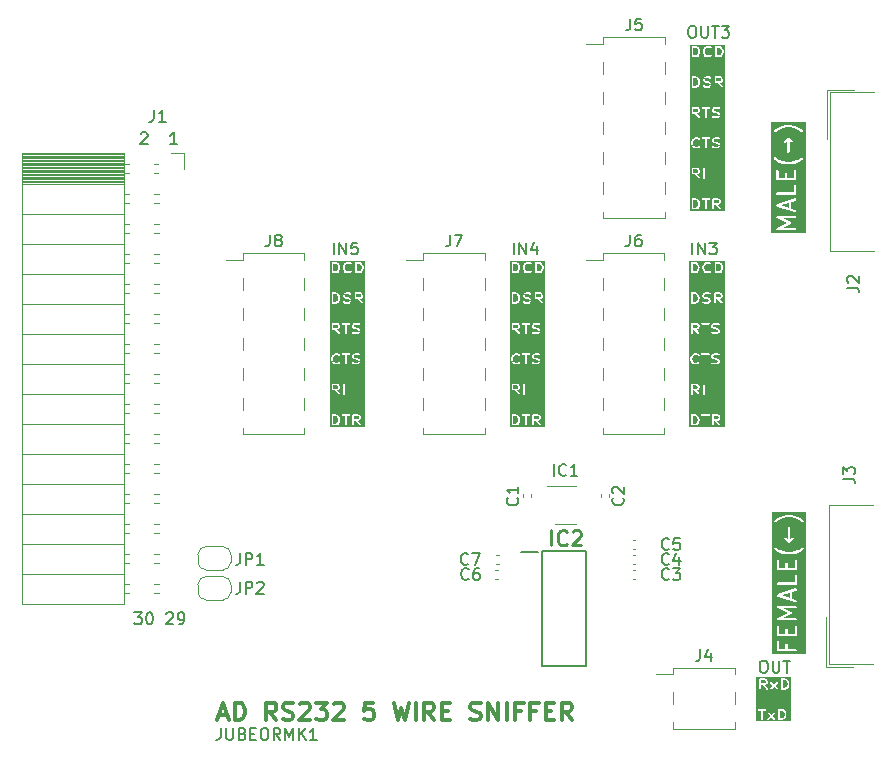
<source format=gbr>
G04 #@! TF.GenerationSoftware,KiCad,Pcbnew,7.0.7*
G04 #@! TF.CreationDate,2023-10-01T11:51:18+11:00*
G04 #@! TF.ProjectId,AnalogDiscovery_rs232_5_wire_sniffer,416e616c-6f67-4446-9973-636f76657279,rev?*
G04 #@! TF.SameCoordinates,PX69618a0PY7bfa480*
G04 #@! TF.FileFunction,Legend,Top*
G04 #@! TF.FilePolarity,Positive*
%FSLAX46Y46*%
G04 Gerber Fmt 4.6, Leading zero omitted, Abs format (unit mm)*
G04 Created by KiCad (PCBNEW 7.0.7) date 2023-10-01 11:51:18*
%MOMM*%
%LPD*%
G01*
G04 APERTURE LIST*
%ADD10C,0.150000*%
%ADD11C,0.300000*%
%ADD12C,0.200000*%
%ADD13C,0.254000*%
%ADD14C,0.120000*%
G04 APERTURE END LIST*
D10*
X1177744Y12435181D02*
X1796791Y12435181D01*
X1796791Y12435181D02*
X1463458Y12054229D01*
X1463458Y12054229D02*
X1606315Y12054229D01*
X1606315Y12054229D02*
X1701553Y12006610D01*
X1701553Y12006610D02*
X1749172Y11958991D01*
X1749172Y11958991D02*
X1796791Y11863753D01*
X1796791Y11863753D02*
X1796791Y11625658D01*
X1796791Y11625658D02*
X1749172Y11530420D01*
X1749172Y11530420D02*
X1701553Y11482800D01*
X1701553Y11482800D02*
X1606315Y11435181D01*
X1606315Y11435181D02*
X1320601Y11435181D01*
X1320601Y11435181D02*
X1225363Y11482800D01*
X1225363Y11482800D02*
X1177744Y11530420D01*
X2415839Y12435181D02*
X2511077Y12435181D01*
X2511077Y12435181D02*
X2606315Y12387562D01*
X2606315Y12387562D02*
X2653934Y12339943D01*
X2653934Y12339943D02*
X2701553Y12244705D01*
X2701553Y12244705D02*
X2749172Y12054229D01*
X2749172Y12054229D02*
X2749172Y11816134D01*
X2749172Y11816134D02*
X2701553Y11625658D01*
X2701553Y11625658D02*
X2653934Y11530420D01*
X2653934Y11530420D02*
X2606315Y11482800D01*
X2606315Y11482800D02*
X2511077Y11435181D01*
X2511077Y11435181D02*
X2415839Y11435181D01*
X2415839Y11435181D02*
X2320601Y11482800D01*
X2320601Y11482800D02*
X2272982Y11530420D01*
X2272982Y11530420D02*
X2225363Y11625658D01*
X2225363Y11625658D02*
X2177744Y11816134D01*
X2177744Y11816134D02*
X2177744Y12054229D01*
X2177744Y12054229D02*
X2225363Y12244705D01*
X2225363Y12244705D02*
X2272982Y12339943D01*
X2272982Y12339943D02*
X2320601Y12387562D01*
X2320601Y12387562D02*
X2415839Y12435181D01*
X3892030Y12339943D02*
X3939649Y12387562D01*
X3939649Y12387562D02*
X4034887Y12435181D01*
X4034887Y12435181D02*
X4272982Y12435181D01*
X4272982Y12435181D02*
X4368220Y12387562D01*
X4368220Y12387562D02*
X4415839Y12339943D01*
X4415839Y12339943D02*
X4463458Y12244705D01*
X4463458Y12244705D02*
X4463458Y12149467D01*
X4463458Y12149467D02*
X4415839Y12006610D01*
X4415839Y12006610D02*
X3844411Y11435181D01*
X3844411Y11435181D02*
X4463458Y11435181D01*
X4939649Y11435181D02*
X5130125Y11435181D01*
X5130125Y11435181D02*
X5225363Y11482800D01*
X5225363Y11482800D02*
X5272982Y11530420D01*
X5272982Y11530420D02*
X5368220Y11673277D01*
X5368220Y11673277D02*
X5415839Y11863753D01*
X5415839Y11863753D02*
X5415839Y12244705D01*
X5415839Y12244705D02*
X5368220Y12339943D01*
X5368220Y12339943D02*
X5320601Y12387562D01*
X5320601Y12387562D02*
X5225363Y12435181D01*
X5225363Y12435181D02*
X5034887Y12435181D01*
X5034887Y12435181D02*
X4939649Y12387562D01*
X4939649Y12387562D02*
X4892030Y12339943D01*
X4892030Y12339943D02*
X4844411Y12244705D01*
X4844411Y12244705D02*
X4844411Y12006610D01*
X4844411Y12006610D02*
X4892030Y11911372D01*
X4892030Y11911372D02*
X4939649Y11863753D01*
X4939649Y11863753D02*
X5034887Y11816134D01*
X5034887Y11816134D02*
X5225363Y11816134D01*
X5225363Y11816134D02*
X5320601Y11863753D01*
X5320601Y11863753D02*
X5368220Y11911372D01*
X5368220Y11911372D02*
X5415839Y12006610D01*
D11*
X8347082Y3735843D02*
X9061368Y3735843D01*
X8204225Y3307272D02*
X8704225Y4807272D01*
X8704225Y4807272D02*
X9204225Y3307272D01*
X9704224Y3307272D02*
X9704224Y4807272D01*
X9704224Y4807272D02*
X10061367Y4807272D01*
X10061367Y4807272D02*
X10275653Y4735843D01*
X10275653Y4735843D02*
X10418510Y4592986D01*
X10418510Y4592986D02*
X10489939Y4450129D01*
X10489939Y4450129D02*
X10561367Y4164415D01*
X10561367Y4164415D02*
X10561367Y3950129D01*
X10561367Y3950129D02*
X10489939Y3664415D01*
X10489939Y3664415D02*
X10418510Y3521558D01*
X10418510Y3521558D02*
X10275653Y3378700D01*
X10275653Y3378700D02*
X10061367Y3307272D01*
X10061367Y3307272D02*
X9704224Y3307272D01*
X13204224Y3307272D02*
X12704224Y4021558D01*
X12347081Y3307272D02*
X12347081Y4807272D01*
X12347081Y4807272D02*
X12918510Y4807272D01*
X12918510Y4807272D02*
X13061367Y4735843D01*
X13061367Y4735843D02*
X13132796Y4664415D01*
X13132796Y4664415D02*
X13204224Y4521558D01*
X13204224Y4521558D02*
X13204224Y4307272D01*
X13204224Y4307272D02*
X13132796Y4164415D01*
X13132796Y4164415D02*
X13061367Y4092986D01*
X13061367Y4092986D02*
X12918510Y4021558D01*
X12918510Y4021558D02*
X12347081Y4021558D01*
X13775653Y3378700D02*
X13989939Y3307272D01*
X13989939Y3307272D02*
X14347081Y3307272D01*
X14347081Y3307272D02*
X14489939Y3378700D01*
X14489939Y3378700D02*
X14561367Y3450129D01*
X14561367Y3450129D02*
X14632796Y3592986D01*
X14632796Y3592986D02*
X14632796Y3735843D01*
X14632796Y3735843D02*
X14561367Y3878700D01*
X14561367Y3878700D02*
X14489939Y3950129D01*
X14489939Y3950129D02*
X14347081Y4021558D01*
X14347081Y4021558D02*
X14061367Y4092986D01*
X14061367Y4092986D02*
X13918510Y4164415D01*
X13918510Y4164415D02*
X13847081Y4235843D01*
X13847081Y4235843D02*
X13775653Y4378700D01*
X13775653Y4378700D02*
X13775653Y4521558D01*
X13775653Y4521558D02*
X13847081Y4664415D01*
X13847081Y4664415D02*
X13918510Y4735843D01*
X13918510Y4735843D02*
X14061367Y4807272D01*
X14061367Y4807272D02*
X14418510Y4807272D01*
X14418510Y4807272D02*
X14632796Y4735843D01*
X15204224Y4664415D02*
X15275652Y4735843D01*
X15275652Y4735843D02*
X15418510Y4807272D01*
X15418510Y4807272D02*
X15775652Y4807272D01*
X15775652Y4807272D02*
X15918510Y4735843D01*
X15918510Y4735843D02*
X15989938Y4664415D01*
X15989938Y4664415D02*
X16061367Y4521558D01*
X16061367Y4521558D02*
X16061367Y4378700D01*
X16061367Y4378700D02*
X15989938Y4164415D01*
X15989938Y4164415D02*
X15132795Y3307272D01*
X15132795Y3307272D02*
X16061367Y3307272D01*
X16561366Y4807272D02*
X17489938Y4807272D01*
X17489938Y4807272D02*
X16989938Y4235843D01*
X16989938Y4235843D02*
X17204223Y4235843D01*
X17204223Y4235843D02*
X17347081Y4164415D01*
X17347081Y4164415D02*
X17418509Y4092986D01*
X17418509Y4092986D02*
X17489938Y3950129D01*
X17489938Y3950129D02*
X17489938Y3592986D01*
X17489938Y3592986D02*
X17418509Y3450129D01*
X17418509Y3450129D02*
X17347081Y3378700D01*
X17347081Y3378700D02*
X17204223Y3307272D01*
X17204223Y3307272D02*
X16775652Y3307272D01*
X16775652Y3307272D02*
X16632795Y3378700D01*
X16632795Y3378700D02*
X16561366Y3450129D01*
X18061366Y4664415D02*
X18132794Y4735843D01*
X18132794Y4735843D02*
X18275652Y4807272D01*
X18275652Y4807272D02*
X18632794Y4807272D01*
X18632794Y4807272D02*
X18775652Y4735843D01*
X18775652Y4735843D02*
X18847080Y4664415D01*
X18847080Y4664415D02*
X18918509Y4521558D01*
X18918509Y4521558D02*
X18918509Y4378700D01*
X18918509Y4378700D02*
X18847080Y4164415D01*
X18847080Y4164415D02*
X17989937Y3307272D01*
X17989937Y3307272D02*
X18918509Y3307272D01*
X21418508Y4807272D02*
X20704222Y4807272D01*
X20704222Y4807272D02*
X20632794Y4092986D01*
X20632794Y4092986D02*
X20704222Y4164415D01*
X20704222Y4164415D02*
X20847080Y4235843D01*
X20847080Y4235843D02*
X21204222Y4235843D01*
X21204222Y4235843D02*
X21347080Y4164415D01*
X21347080Y4164415D02*
X21418508Y4092986D01*
X21418508Y4092986D02*
X21489937Y3950129D01*
X21489937Y3950129D02*
X21489937Y3592986D01*
X21489937Y3592986D02*
X21418508Y3450129D01*
X21418508Y3450129D02*
X21347080Y3378700D01*
X21347080Y3378700D02*
X21204222Y3307272D01*
X21204222Y3307272D02*
X20847080Y3307272D01*
X20847080Y3307272D02*
X20704222Y3378700D01*
X20704222Y3378700D02*
X20632794Y3450129D01*
X23132793Y4807272D02*
X23489936Y3307272D01*
X23489936Y3307272D02*
X23775650Y4378700D01*
X23775650Y4378700D02*
X24061365Y3307272D01*
X24061365Y3307272D02*
X24418508Y4807272D01*
X24989936Y3307272D02*
X24989936Y4807272D01*
X26561365Y3307272D02*
X26061365Y4021558D01*
X25704222Y3307272D02*
X25704222Y4807272D01*
X25704222Y4807272D02*
X26275651Y4807272D01*
X26275651Y4807272D02*
X26418508Y4735843D01*
X26418508Y4735843D02*
X26489937Y4664415D01*
X26489937Y4664415D02*
X26561365Y4521558D01*
X26561365Y4521558D02*
X26561365Y4307272D01*
X26561365Y4307272D02*
X26489937Y4164415D01*
X26489937Y4164415D02*
X26418508Y4092986D01*
X26418508Y4092986D02*
X26275651Y4021558D01*
X26275651Y4021558D02*
X25704222Y4021558D01*
X27204222Y4092986D02*
X27704222Y4092986D01*
X27918508Y3307272D02*
X27204222Y3307272D01*
X27204222Y3307272D02*
X27204222Y4807272D01*
X27204222Y4807272D02*
X27918508Y4807272D01*
X29632794Y3378700D02*
X29847080Y3307272D01*
X29847080Y3307272D02*
X30204222Y3307272D01*
X30204222Y3307272D02*
X30347080Y3378700D01*
X30347080Y3378700D02*
X30418508Y3450129D01*
X30418508Y3450129D02*
X30489937Y3592986D01*
X30489937Y3592986D02*
X30489937Y3735843D01*
X30489937Y3735843D02*
X30418508Y3878700D01*
X30418508Y3878700D02*
X30347080Y3950129D01*
X30347080Y3950129D02*
X30204222Y4021558D01*
X30204222Y4021558D02*
X29918508Y4092986D01*
X29918508Y4092986D02*
X29775651Y4164415D01*
X29775651Y4164415D02*
X29704222Y4235843D01*
X29704222Y4235843D02*
X29632794Y4378700D01*
X29632794Y4378700D02*
X29632794Y4521558D01*
X29632794Y4521558D02*
X29704222Y4664415D01*
X29704222Y4664415D02*
X29775651Y4735843D01*
X29775651Y4735843D02*
X29918508Y4807272D01*
X29918508Y4807272D02*
X30275651Y4807272D01*
X30275651Y4807272D02*
X30489937Y4735843D01*
X31132793Y3307272D02*
X31132793Y4807272D01*
X31132793Y4807272D02*
X31989936Y3307272D01*
X31989936Y3307272D02*
X31989936Y4807272D01*
X32704222Y3307272D02*
X32704222Y4807272D01*
X33918508Y4092986D02*
X33418508Y4092986D01*
X33418508Y3307272D02*
X33418508Y4807272D01*
X33418508Y4807272D02*
X34132794Y4807272D01*
X35204222Y4092986D02*
X34704222Y4092986D01*
X34704222Y3307272D02*
X34704222Y4807272D01*
X34704222Y4807272D02*
X35418508Y4807272D01*
X35989936Y4092986D02*
X36489936Y4092986D01*
X36704222Y3307272D02*
X35989936Y3307272D01*
X35989936Y3307272D02*
X35989936Y4807272D01*
X35989936Y4807272D02*
X36704222Y4807272D01*
X38204222Y3307272D02*
X37704222Y4021558D01*
X37347079Y3307272D02*
X37347079Y4807272D01*
X37347079Y4807272D02*
X37918508Y4807272D01*
X37918508Y4807272D02*
X38061365Y4735843D01*
X38061365Y4735843D02*
X38132794Y4664415D01*
X38132794Y4664415D02*
X38204222Y4521558D01*
X38204222Y4521558D02*
X38204222Y4307272D01*
X38204222Y4307272D02*
X38132794Y4164415D01*
X38132794Y4164415D02*
X38061365Y4092986D01*
X38061365Y4092986D02*
X37918508Y4021558D01*
X37918508Y4021558D02*
X37347079Y4021558D01*
D12*
G36*
X56648457Y13653579D02*
G01*
X55993255Y13871979D01*
X56648457Y14090380D01*
X56648457Y13653579D01*
G37*
G36*
X58061512Y8914835D02*
G01*
X55149687Y8914835D01*
X55149687Y9229121D01*
X55577028Y9229121D01*
X55581922Y9214059D01*
X55581922Y9198219D01*
X55591231Y9185406D01*
X55596126Y9170342D01*
X55608939Y9161033D01*
X55618249Y9148219D01*
X55633312Y9143325D01*
X55646126Y9134015D01*
X55661965Y9134015D01*
X55677028Y9129121D01*
X57177028Y9129121D01*
X57235807Y9148219D01*
X57272134Y9198219D01*
X57272134Y9260023D01*
X57235807Y9310023D01*
X57177028Y9329121D01*
X56491314Y9329121D01*
X56491314Y9729121D01*
X56472216Y9787900D01*
X56422216Y9824227D01*
X56360412Y9824227D01*
X56310412Y9787900D01*
X56291314Y9729121D01*
X56291314Y9329121D01*
X55777028Y9329121D01*
X55777028Y9943407D01*
X55757930Y10002186D01*
X55707930Y10038513D01*
X55646126Y10038513D01*
X55596126Y10002186D01*
X55577028Y9943407D01*
X55577028Y9229121D01*
X55149687Y9229121D01*
X55149687Y10514835D01*
X55577028Y10514835D01*
X55581922Y10499773D01*
X55581922Y10483933D01*
X55591231Y10471120D01*
X55596126Y10456056D01*
X55608939Y10446747D01*
X55618249Y10433933D01*
X55633312Y10429039D01*
X55646126Y10419729D01*
X55661965Y10419729D01*
X55677028Y10414835D01*
X57177028Y10414835D01*
X57192091Y10419729D01*
X57207930Y10419729D01*
X57220743Y10429039D01*
X57235807Y10433933D01*
X57245116Y10446747D01*
X57257930Y10456056D01*
X57262824Y10471120D01*
X57272134Y10483933D01*
X57272134Y10499773D01*
X57277028Y10514835D01*
X57277028Y11229121D01*
X57257930Y11287900D01*
X57207930Y11324227D01*
X57146126Y11324227D01*
X57096126Y11287900D01*
X57077028Y11229121D01*
X57077028Y10614835D01*
X56491314Y10614835D01*
X56491314Y11014835D01*
X56472216Y11073614D01*
X56422216Y11109941D01*
X56360412Y11109941D01*
X56310412Y11073614D01*
X56291314Y11014835D01*
X56291314Y10614835D01*
X55777028Y10614835D01*
X55777028Y11229121D01*
X55757930Y11287900D01*
X55707930Y11324227D01*
X55646126Y11324227D01*
X55596126Y11287900D01*
X55577028Y11229121D01*
X55577028Y10514835D01*
X55149687Y10514835D01*
X55149687Y11859762D01*
X55577777Y11859762D01*
X55581922Y11850880D01*
X55581922Y11841076D01*
X55594712Y11823472D01*
X55603913Y11803756D01*
X55612487Y11799007D01*
X55618249Y11791076D01*
X55638941Y11784353D01*
X55657976Y11773809D01*
X55667706Y11775007D01*
X55677028Y11771978D01*
X57177028Y11771978D01*
X57235807Y11791076D01*
X57272134Y11841076D01*
X57272134Y11902880D01*
X57235807Y11952880D01*
X57177028Y11971978D01*
X56127784Y11971978D01*
X56790746Y12281360D01*
X56804778Y12294453D01*
X56821573Y12303756D01*
X56826836Y12315035D01*
X56835934Y12323523D01*
X56839591Y12342367D01*
X56847709Y12359762D01*
X56845338Y12371979D01*
X56847709Y12384194D01*
X56839591Y12401590D01*
X56835934Y12420433D01*
X56826836Y12428922D01*
X56821573Y12440200D01*
X56804778Y12449504D01*
X56790746Y12462596D01*
X56127784Y12771978D01*
X57177028Y12771978D01*
X57235807Y12791076D01*
X57272134Y12841076D01*
X57272134Y12902880D01*
X57235807Y12952880D01*
X57177028Y12971978D01*
X55677028Y12971978D01*
X55667706Y12968950D01*
X55657976Y12970147D01*
X55638941Y12959604D01*
X55618249Y12952880D01*
X55612487Y12944950D01*
X55603913Y12940200D01*
X55594712Y12920485D01*
X55581922Y12902880D01*
X55581922Y12893077D01*
X55577777Y12884194D01*
X55581922Y12862835D01*
X55581922Y12841076D01*
X55587683Y12833146D01*
X55589551Y12823523D01*
X55605459Y12808680D01*
X55618249Y12791076D01*
X55627572Y12788047D01*
X55634739Y12781360D01*
X56511987Y12371978D01*
X55634739Y11962596D01*
X55627572Y11955910D01*
X55618249Y11952880D01*
X55605459Y11935277D01*
X55589551Y11920433D01*
X55587683Y11910811D01*
X55581922Y11902880D01*
X55581922Y11881122D01*
X55577777Y11859762D01*
X55149687Y11859762D01*
X55149687Y13871220D01*
X55577030Y13871220D01*
X55586566Y13842611D01*
X55595682Y13813816D01*
X55596323Y13813343D01*
X55596575Y13812588D01*
X55621126Y13795034D01*
X55645405Y13777111D01*
X57145405Y13277111D01*
X57207207Y13276641D01*
X57257482Y13312588D01*
X57277026Y13371220D01*
X57258374Y13430142D01*
X57208651Y13466847D01*
X56848457Y13586912D01*
X56848457Y14157047D01*
X57208651Y14277111D01*
X57258374Y14313816D01*
X57277026Y14372738D01*
X57257482Y14431370D01*
X57207207Y14467317D01*
X57145405Y14466847D01*
X55645405Y13966847D01*
X55621126Y13948925D01*
X55596575Y13931370D01*
X55596323Y13930616D01*
X55595682Y13930142D01*
X55586566Y13901348D01*
X55577030Y13872738D01*
X55577270Y13871979D01*
X55577030Y13871220D01*
X55149687Y13871220D01*
X55149687Y14841076D01*
X55581922Y14841076D01*
X55618249Y14791076D01*
X55677028Y14771978D01*
X57177028Y14771978D01*
X57192091Y14776872D01*
X57207930Y14776872D01*
X57220743Y14786182D01*
X57235807Y14791076D01*
X57245116Y14803890D01*
X57257930Y14813199D01*
X57262824Y14828263D01*
X57272134Y14841076D01*
X57272134Y14856916D01*
X57277028Y14871978D01*
X57277028Y15586264D01*
X57257930Y15645043D01*
X57207930Y15681370D01*
X57146126Y15681370D01*
X57096126Y15645043D01*
X57077028Y15586264D01*
X57077028Y14971978D01*
X55677028Y14971978D01*
X55618249Y14952880D01*
X55581922Y14902880D01*
X55581922Y14841076D01*
X55149687Y14841076D01*
X55149687Y16086264D01*
X55577028Y16086264D01*
X55581922Y16071202D01*
X55581922Y16055362D01*
X55591231Y16042549D01*
X55596126Y16027485D01*
X55608939Y16018176D01*
X55618249Y16005362D01*
X55633312Y16000468D01*
X55646126Y15991158D01*
X55661965Y15991158D01*
X55677028Y15986264D01*
X57177028Y15986264D01*
X57192091Y15991158D01*
X57207930Y15991158D01*
X57220743Y16000468D01*
X57235807Y16005362D01*
X57245116Y16018176D01*
X57257930Y16027485D01*
X57262824Y16042549D01*
X57272134Y16055362D01*
X57272134Y16071202D01*
X57277028Y16086264D01*
X57277028Y16800550D01*
X57257930Y16859329D01*
X57207930Y16895656D01*
X57146126Y16895656D01*
X57096126Y16859329D01*
X57077028Y16800550D01*
X57077028Y16186264D01*
X56491314Y16186264D01*
X56491314Y16586264D01*
X56472216Y16645043D01*
X56422216Y16681370D01*
X56360412Y16681370D01*
X56310412Y16645043D01*
X56291314Y16586264D01*
X56291314Y16186264D01*
X55777028Y16186264D01*
X55777028Y16800550D01*
X55757930Y16859329D01*
X55707930Y16895656D01*
X55646126Y16895656D01*
X55596126Y16859329D01*
X55577028Y16800550D01*
X55577028Y16086264D01*
X55149687Y16086264D01*
X55149687Y17856336D01*
X55363973Y17856336D01*
X55392031Y17801268D01*
X55463460Y17729839D01*
X55472448Y17725260D01*
X55478701Y17717345D01*
X55692987Y17574488D01*
X55699163Y17572753D01*
X55703735Y17568250D01*
X55846592Y17496821D01*
X55853815Y17495733D01*
X55859691Y17491396D01*
X56073977Y17419968D01*
X56080392Y17419920D01*
X56085988Y17416778D01*
X56443130Y17345349D01*
X56453148Y17346524D01*
X56462742Y17343407D01*
X56748457Y17343407D01*
X56758050Y17346525D01*
X56768069Y17345349D01*
X57125212Y17416778D01*
X57130807Y17419920D01*
X57137223Y17419968D01*
X57351508Y17491396D01*
X57357383Y17495733D01*
X57364607Y17496821D01*
X57507463Y17568250D01*
X57512034Y17572753D01*
X57518212Y17574488D01*
X57732498Y17717345D01*
X57738750Y17725260D01*
X57747739Y17729839D01*
X57819168Y17801268D01*
X57847226Y17856336D01*
X57837558Y17917378D01*
X57793856Y17961080D01*
X57732814Y17970748D01*
X57677746Y17942690D01*
X57613317Y17878262D01*
X57412455Y17744354D01*
X57281514Y17678883D01*
X57079885Y17611674D01*
X56738555Y17543407D01*
X56472644Y17543407D01*
X56131312Y17611674D01*
X55929681Y17678884D01*
X55798743Y17744354D01*
X55597881Y17878262D01*
X55533453Y17942690D01*
X55478385Y17970748D01*
X55417343Y17961080D01*
X55373641Y17917378D01*
X55363973Y17856336D01*
X55149687Y17856336D01*
X55149687Y18713479D01*
X56221116Y18713479D01*
X56249174Y18658411D01*
X56534889Y18372696D01*
X56549001Y18365506D01*
X56560201Y18354306D01*
X56568170Y18353044D01*
X56574698Y18348301D01*
X56582768Y18348301D01*
X56589957Y18344638D01*
X56605600Y18347116D01*
X56621243Y18344638D01*
X56628432Y18348301D01*
X56636502Y18348301D01*
X56643029Y18353044D01*
X56650999Y18354306D01*
X56662198Y18365506D01*
X56676311Y18372696D01*
X56962025Y18658411D01*
X56990083Y18713479D01*
X56980415Y18774521D01*
X56936713Y18818223D01*
X56875670Y18827891D01*
X56820603Y18799832D01*
X56705600Y18684829D01*
X56705600Y19586264D01*
X56686502Y19645043D01*
X56636502Y19681370D01*
X56574698Y19681370D01*
X56524698Y19645043D01*
X56505600Y19586264D01*
X56505600Y18684829D01*
X56390596Y18799833D01*
X56335528Y18827891D01*
X56274486Y18818223D01*
X56230784Y18774521D01*
X56221116Y18713479D01*
X55149687Y18713479D01*
X55149687Y20173336D01*
X55363973Y20173336D01*
X55373641Y20112294D01*
X55417343Y20068592D01*
X55478385Y20058924D01*
X55533453Y20086982D01*
X55597881Y20151411D01*
X55798745Y20285320D01*
X55929680Y20350787D01*
X56131314Y20417999D01*
X56472644Y20486265D01*
X56738555Y20486265D01*
X57079885Y20417999D01*
X57281518Y20350788D01*
X57412453Y20285320D01*
X57613317Y20151411D01*
X57677746Y20086982D01*
X57732814Y20058924D01*
X57793856Y20068592D01*
X57837558Y20112294D01*
X57847226Y20173336D01*
X57819168Y20228404D01*
X57747739Y20299833D01*
X57738750Y20304413D01*
X57732498Y20312327D01*
X57518212Y20455184D01*
X57512034Y20456920D01*
X57507463Y20461422D01*
X57364606Y20532850D01*
X57357383Y20533938D01*
X57351508Y20538275D01*
X57137223Y20609704D01*
X57130807Y20609753D01*
X57125212Y20612894D01*
X56768069Y20684323D01*
X56758050Y20683148D01*
X56748457Y20686265D01*
X56462742Y20686265D01*
X56453148Y20683149D01*
X56443130Y20684323D01*
X56085988Y20612894D01*
X56080392Y20609753D01*
X56073977Y20609704D01*
X55859691Y20538275D01*
X55853815Y20533938D01*
X55846593Y20532850D01*
X55703736Y20461422D01*
X55699164Y20456920D01*
X55692987Y20455184D01*
X55478701Y20312327D01*
X55472448Y20304413D01*
X55463460Y20299833D01*
X55392031Y20228404D01*
X55363973Y20173336D01*
X55149687Y20173336D01*
X55149687Y20900551D01*
X58061512Y20900551D01*
X58061512Y8914835D01*
G37*
D10*
G36*
X48780783Y47336402D02*
G01*
X48853739Y47278037D01*
X48889477Y47220856D01*
X48930807Y47088603D01*
X48930807Y46997208D01*
X48889477Y46864955D01*
X48853739Y46807775D01*
X48780783Y46749409D01*
X48662644Y46717905D01*
X48509379Y46717905D01*
X48509379Y47367905D01*
X48662644Y47367905D01*
X48780783Y47336402D01*
G37*
G36*
X50634302Y47339301D02*
G01*
X50663263Y47316132D01*
X50692712Y47269015D01*
X50692712Y47197749D01*
X50663263Y47150632D01*
X50634302Y47127463D01*
X50562792Y47098858D01*
X50271284Y47098858D01*
X50271284Y47367905D01*
X50562792Y47367905D01*
X50634302Y47339301D01*
G37*
G36*
X48872397Y49915301D02*
G01*
X48901358Y49892132D01*
X48930807Y49845015D01*
X48930807Y49773749D01*
X48901358Y49726632D01*
X48872397Y49703463D01*
X48800887Y49674858D01*
X48509379Y49674858D01*
X48509379Y49943905D01*
X48800887Y49943905D01*
X48872397Y49915301D01*
G37*
G36*
X48872397Y55067301D02*
G01*
X48901358Y55044132D01*
X48930807Y54997015D01*
X48930807Y54925749D01*
X48901358Y54878632D01*
X48872397Y54855463D01*
X48800887Y54826858D01*
X48509379Y54826858D01*
X48509379Y55095905D01*
X48800887Y55095905D01*
X48872397Y55067301D01*
G37*
G36*
X48780783Y57640402D02*
G01*
X48853739Y57582037D01*
X48889477Y57524856D01*
X48930807Y57392603D01*
X48930807Y57301208D01*
X48889477Y57168955D01*
X48853739Y57111775D01*
X48780783Y57053409D01*
X48662644Y57021905D01*
X48509379Y57021905D01*
X48509379Y57671905D01*
X48662644Y57671905D01*
X48780783Y57640402D01*
G37*
G36*
X50824778Y57643301D02*
G01*
X50853739Y57620132D01*
X50883188Y57573015D01*
X50883188Y57501749D01*
X50853739Y57454632D01*
X50824778Y57431463D01*
X50753268Y57402858D01*
X50461760Y57402858D01*
X50461760Y57671905D01*
X50753268Y57671905D01*
X50824778Y57643301D01*
G37*
G36*
X48780783Y60216402D02*
G01*
X48853739Y60158037D01*
X48889477Y60100856D01*
X48930807Y59968603D01*
X48930807Y59877208D01*
X48889477Y59744955D01*
X48853739Y59687775D01*
X48780783Y59629409D01*
X48662644Y59597905D01*
X48509379Y59597905D01*
X48509379Y60247905D01*
X48662644Y60247905D01*
X48780783Y60216402D01*
G37*
G36*
X50780783Y60216402D02*
G01*
X50853739Y60158037D01*
X50889477Y60100856D01*
X50930807Y59968603D01*
X50930807Y59877208D01*
X50889477Y59744955D01*
X50853739Y59687775D01*
X50780783Y59629409D01*
X50662644Y59597905D01*
X50509379Y59597905D01*
X50509379Y60247905D01*
X50662644Y60247905D01*
X50780783Y60216402D01*
G37*
G36*
X51195093Y46453619D02*
G01*
X48197474Y46453619D01*
X48197474Y46642905D01*
X48359379Y46642905D01*
X48366042Y46624597D01*
X48369427Y46605405D01*
X48374611Y46601055D01*
X48376926Y46594696D01*
X48393799Y46584954D01*
X48408727Y46572428D01*
X48418469Y46570711D01*
X48421355Y46569044D01*
X48424637Y46569623D01*
X48434379Y46567905D01*
X48672474Y46567905D01*
X48675587Y46569039D01*
X48691799Y46570437D01*
X48834656Y46608532D01*
X48836760Y46610003D01*
X48839327Y46609942D01*
X48862183Y46622435D01*
X48957422Y46698626D01*
X48957832Y46699301D01*
X48974169Y46717441D01*
X49021788Y46793631D01*
X49022489Y46796928D01*
X49029774Y46811010D01*
X49077393Y46963391D01*
X49077282Y46965775D01*
X49080807Y46985762D01*
X49080807Y47100048D01*
X49079990Y47102291D01*
X49077393Y47122419D01*
X49029774Y47274800D01*
X49027728Y47277480D01*
X49021788Y47292179D01*
X48974169Y47368370D01*
X48973545Y47368857D01*
X48957421Y47387185D01*
X48871491Y47455929D01*
X49217661Y47455929D01*
X49226570Y47405405D01*
X49265870Y47372428D01*
X49291522Y47367905D01*
X49502236Y47367905D01*
X49502236Y46642905D01*
X49519783Y46594696D01*
X49564212Y46569044D01*
X49614736Y46577953D01*
X49647713Y46617253D01*
X49652236Y46642905D01*
X50121284Y46642905D01*
X50138831Y46594696D01*
X50183260Y46569044D01*
X50233784Y46577953D01*
X50266761Y46617253D01*
X50271284Y46642905D01*
X50271284Y46948858D01*
X50400346Y46948858D01*
X50711269Y46593517D01*
X50756220Y46568791D01*
X50806548Y46578742D01*
X50838705Y46618717D01*
X50837644Y46670009D01*
X50824156Y46692293D01*
X50596532Y46952435D01*
X50605090Y46954222D01*
X50700328Y46992317D01*
X50702303Y46994084D01*
X50719326Y47003388D01*
X50766945Y47041483D01*
X50767355Y47042158D01*
X50783693Y47060298D01*
X50831312Y47136489D01*
X50832993Y47144395D01*
X50838189Y47150587D01*
X50842712Y47176239D01*
X50842712Y47290524D01*
X50839947Y47298119D01*
X50841072Y47306124D01*
X50831312Y47330274D01*
X50783693Y47406465D01*
X50783069Y47406952D01*
X50766945Y47425280D01*
X50719326Y47463375D01*
X50716816Y47464223D01*
X50700328Y47474446D01*
X50605090Y47512541D01*
X50603843Y47512581D01*
X50602888Y47513382D01*
X50577236Y47517905D01*
X50196284Y47517905D01*
X50177975Y47511242D01*
X50158784Y47507857D01*
X50154433Y47502673D01*
X50148075Y47500358D01*
X50138332Y47483485D01*
X50125807Y47468557D01*
X50124089Y47458815D01*
X50122423Y47455929D01*
X50123001Y47452647D01*
X50121284Y47442905D01*
X50121284Y46642905D01*
X49652236Y46642905D01*
X49652236Y47367905D01*
X49862950Y47367905D01*
X49911159Y47385452D01*
X49936811Y47429881D01*
X49927902Y47480405D01*
X49888602Y47513382D01*
X49862950Y47517905D01*
X49291522Y47517905D01*
X49243313Y47500358D01*
X49217661Y47455929D01*
X48871491Y47455929D01*
X48862183Y47463375D01*
X48859751Y47464197D01*
X48858276Y47466298D01*
X48834656Y47477278D01*
X48691799Y47515373D01*
X48688495Y47515081D01*
X48672474Y47517905D01*
X48434379Y47517905D01*
X48416070Y47511242D01*
X48396879Y47507857D01*
X48392528Y47502673D01*
X48386170Y47500358D01*
X48376427Y47483485D01*
X48363902Y47468557D01*
X48362184Y47458815D01*
X48360518Y47455929D01*
X48361096Y47452647D01*
X48359379Y47442905D01*
X48359379Y46642905D01*
X48197474Y46642905D01*
X48197474Y49218905D01*
X48359379Y49218905D01*
X48376926Y49170696D01*
X48421355Y49145044D01*
X48471879Y49153953D01*
X48504856Y49193253D01*
X48509379Y49218905D01*
X48509379Y49524858D01*
X48638441Y49524858D01*
X48949364Y49169517D01*
X48994315Y49144791D01*
X49044643Y49154742D01*
X49076800Y49194717D01*
X49076300Y49218905D01*
X49359379Y49218905D01*
X49376926Y49170696D01*
X49421355Y49145044D01*
X49471879Y49153953D01*
X49504856Y49193253D01*
X49509379Y49218905D01*
X49509379Y50018905D01*
X49491832Y50067114D01*
X49447403Y50092766D01*
X49396879Y50083857D01*
X49363902Y50044557D01*
X49359379Y50018905D01*
X49359379Y49218905D01*
X49076300Y49218905D01*
X49075739Y49246009D01*
X49062251Y49268293D01*
X48834627Y49528435D01*
X48843185Y49530222D01*
X48938423Y49568317D01*
X48940398Y49570084D01*
X48957421Y49579388D01*
X49005040Y49617483D01*
X49005450Y49618158D01*
X49021788Y49636298D01*
X49069407Y49712489D01*
X49071088Y49720395D01*
X49076284Y49726587D01*
X49080807Y49752239D01*
X49080807Y49866524D01*
X49078042Y49874119D01*
X49079167Y49882124D01*
X49069407Y49906274D01*
X49021788Y49982465D01*
X49021164Y49982952D01*
X49005040Y50001280D01*
X48957421Y50039375D01*
X48954911Y50040223D01*
X48938423Y50050446D01*
X48843185Y50088541D01*
X48841938Y50088581D01*
X48840983Y50089382D01*
X48815331Y50093905D01*
X48434379Y50093905D01*
X48416070Y50087242D01*
X48396879Y50083857D01*
X48392528Y50078673D01*
X48386170Y50076358D01*
X48376427Y50059485D01*
X48363902Y50044557D01*
X48362184Y50034815D01*
X48360518Y50031929D01*
X48361096Y50028647D01*
X48359379Y50018905D01*
X48359379Y49218905D01*
X48197474Y49218905D01*
X48197474Y52137762D01*
X48311760Y52137762D01*
X48312576Y52135520D01*
X48315174Y52115391D01*
X48362793Y51963011D01*
X48364837Y51960333D01*
X48370779Y51945631D01*
X48418398Y51869441D01*
X48419020Y51868955D01*
X48435146Y51850626D01*
X48530384Y51774435D01*
X48532815Y51773614D01*
X48534291Y51771512D01*
X48557911Y51760532D01*
X48700768Y51722437D01*
X48704071Y51722730D01*
X48720093Y51719905D01*
X48815331Y51719905D01*
X48818444Y51721039D01*
X48834656Y51722437D01*
X48977513Y51760532D01*
X48979617Y51762003D01*
X48982185Y51761942D01*
X49005041Y51774435D01*
X49052660Y51812532D01*
X49079343Y51856350D01*
X49071619Y51907068D01*
X49033100Y51940954D01*
X48981811Y51942154D01*
X48958955Y51929661D01*
X48923639Y51901409D01*
X48805501Y51869905D01*
X48729923Y51869905D01*
X48611784Y51901409D01*
X48538827Y51959775D01*
X48503089Y52016955D01*
X48461760Y52149209D01*
X48461760Y52240602D01*
X48503089Y52372856D01*
X48538827Y52430037D01*
X48611783Y52488402D01*
X48729923Y52519905D01*
X48805501Y52519905D01*
X48923640Y52488402D01*
X48958955Y52460150D01*
X49007562Y52443736D01*
X49055347Y52462404D01*
X49079952Y52507423D01*
X49069864Y52557724D01*
X49052659Y52577280D01*
X49014348Y52607929D01*
X49217661Y52607929D01*
X49226570Y52557405D01*
X49265870Y52524428D01*
X49291522Y52519905D01*
X49502236Y52519905D01*
X49502236Y51794905D01*
X49519783Y51746696D01*
X49564212Y51721044D01*
X49614736Y51729953D01*
X49647713Y51769253D01*
X49652236Y51794905D01*
X49652236Y52366334D01*
X50073665Y52366334D01*
X50076429Y52358740D01*
X50075305Y52350734D01*
X50085065Y52326584D01*
X50132684Y52250393D01*
X50133307Y52249907D01*
X50149432Y52231578D01*
X50197051Y52193483D01*
X50199561Y52192636D01*
X50216049Y52182412D01*
X50311286Y52144317D01*
X50314688Y52144211D01*
X50324432Y52140409D01*
X50508155Y52103665D01*
X50586683Y52072253D01*
X50615644Y52049084D01*
X50645093Y52001967D01*
X50645093Y51968797D01*
X50615644Y51921680D01*
X50586681Y51898509D01*
X50515173Y51869905D01*
X50301352Y51869905D01*
X50167990Y51905468D01*
X50116887Y51900935D01*
X50080654Y51864615D01*
X50076244Y51813502D01*
X50105720Y51771512D01*
X50129340Y51760532D01*
X50272197Y51722437D01*
X50275500Y51722730D01*
X50291522Y51719905D01*
X50529617Y51719905D01*
X50530789Y51720332D01*
X50531974Y51719942D01*
X50557471Y51725269D01*
X50652709Y51763364D01*
X50654683Y51765130D01*
X50671708Y51774435D01*
X50719327Y51812532D01*
X50719736Y51813204D01*
X50736074Y51831346D01*
X50783693Y51907536D01*
X50785374Y51915442D01*
X50790570Y51921634D01*
X50795093Y51947286D01*
X50795093Y52023477D01*
X50792328Y52031072D01*
X50793453Y52039077D01*
X50783693Y52063227D01*
X50736074Y52139417D01*
X50735450Y52139904D01*
X50719326Y52158232D01*
X50671707Y52196327D01*
X50669195Y52197176D01*
X50652710Y52207397D01*
X50557472Y52245494D01*
X50554069Y52245601D01*
X50544326Y52249402D01*
X50360599Y52286148D01*
X50282075Y52317557D01*
X50253113Y52340727D01*
X50223665Y52387844D01*
X50223665Y52421015D01*
X50253113Y52468132D01*
X50282075Y52491302D01*
X50353585Y52519905D01*
X50567406Y52519905D01*
X50700768Y52484342D01*
X50751871Y52488875D01*
X50788104Y52525195D01*
X50792514Y52576308D01*
X50763038Y52618298D01*
X50739418Y52629278D01*
X50596561Y52667373D01*
X50593257Y52667081D01*
X50577236Y52669905D01*
X50339141Y52669905D01*
X50337968Y52669479D01*
X50336784Y52669868D01*
X50311286Y52664541D01*
X50216049Y52626446D01*
X50214073Y52624680D01*
X50197051Y52615375D01*
X50149432Y52577280D01*
X50149023Y52576609D01*
X50132684Y52558465D01*
X50085065Y52482274D01*
X50083383Y52474369D01*
X50078188Y52468176D01*
X50073665Y52442524D01*
X50073665Y52366334D01*
X49652236Y52366334D01*
X49652236Y52519905D01*
X49862950Y52519905D01*
X49911159Y52537452D01*
X49936811Y52581881D01*
X49927902Y52632405D01*
X49888602Y52665382D01*
X49862950Y52669905D01*
X49291522Y52669905D01*
X49243313Y52652358D01*
X49217661Y52607929D01*
X49014348Y52607929D01*
X49005040Y52615375D01*
X49002608Y52616197D01*
X49001133Y52618298D01*
X48977513Y52629278D01*
X48834656Y52667373D01*
X48831352Y52667081D01*
X48815331Y52669905D01*
X48720093Y52669905D01*
X48716979Y52668772D01*
X48700768Y52667373D01*
X48557911Y52629278D01*
X48555806Y52627808D01*
X48553240Y52627868D01*
X48530384Y52615375D01*
X48435146Y52539185D01*
X48434737Y52538514D01*
X48418398Y52520370D01*
X48370779Y52444179D01*
X48370077Y52440882D01*
X48362793Y52426799D01*
X48315174Y52274419D01*
X48315284Y52272036D01*
X48311760Y52252048D01*
X48311760Y52137762D01*
X48197474Y52137762D01*
X48197474Y54370905D01*
X48359379Y54370905D01*
X48376926Y54322696D01*
X48421355Y54297044D01*
X48471879Y54305953D01*
X48504856Y54345253D01*
X48509379Y54370905D01*
X48509379Y54676858D01*
X48638441Y54676858D01*
X48949364Y54321517D01*
X48994315Y54296791D01*
X49044643Y54306742D01*
X49076800Y54346717D01*
X49075739Y54398009D01*
X49062251Y54420293D01*
X48834627Y54680435D01*
X48843185Y54682222D01*
X48938423Y54720317D01*
X48940398Y54722084D01*
X48957421Y54731388D01*
X49005040Y54769483D01*
X49005450Y54770158D01*
X49021788Y54788298D01*
X49069407Y54864489D01*
X49071088Y54872395D01*
X49076284Y54878587D01*
X49080807Y54904239D01*
X49080807Y55018524D01*
X49078042Y55026119D01*
X49079167Y55034124D01*
X49069407Y55058274D01*
X49021788Y55134465D01*
X49021164Y55134952D01*
X49005040Y55153280D01*
X48966729Y55183929D01*
X49217661Y55183929D01*
X49226570Y55133405D01*
X49265870Y55100428D01*
X49291522Y55095905D01*
X49502236Y55095905D01*
X49502236Y54370905D01*
X49519783Y54322696D01*
X49564212Y54297044D01*
X49614736Y54305953D01*
X49647713Y54345253D01*
X49652236Y54370905D01*
X49652236Y54942334D01*
X50073665Y54942334D01*
X50076429Y54934740D01*
X50075305Y54926734D01*
X50085065Y54902584D01*
X50132684Y54826393D01*
X50133307Y54825907D01*
X50149432Y54807578D01*
X50197051Y54769483D01*
X50199561Y54768636D01*
X50216049Y54758412D01*
X50311286Y54720317D01*
X50314688Y54720211D01*
X50324432Y54716409D01*
X50508155Y54679665D01*
X50586683Y54648253D01*
X50615644Y54625084D01*
X50645093Y54577967D01*
X50645093Y54544797D01*
X50615644Y54497680D01*
X50586681Y54474509D01*
X50515173Y54445905D01*
X50301352Y54445905D01*
X50167990Y54481468D01*
X50116887Y54476935D01*
X50080654Y54440615D01*
X50076244Y54389502D01*
X50105720Y54347512D01*
X50129340Y54336532D01*
X50272197Y54298437D01*
X50275500Y54298730D01*
X50291522Y54295905D01*
X50529617Y54295905D01*
X50530789Y54296332D01*
X50531974Y54295942D01*
X50557471Y54301269D01*
X50652709Y54339364D01*
X50654683Y54341130D01*
X50671708Y54350435D01*
X50719327Y54388532D01*
X50719736Y54389204D01*
X50736074Y54407346D01*
X50783693Y54483536D01*
X50785374Y54491442D01*
X50790570Y54497634D01*
X50795093Y54523286D01*
X50795093Y54599477D01*
X50792328Y54607072D01*
X50793453Y54615077D01*
X50783693Y54639227D01*
X50736074Y54715417D01*
X50735450Y54715904D01*
X50719326Y54734232D01*
X50671707Y54772327D01*
X50669195Y54773176D01*
X50652710Y54783397D01*
X50557472Y54821494D01*
X50554069Y54821601D01*
X50544326Y54825402D01*
X50360599Y54862148D01*
X50282075Y54893557D01*
X50253113Y54916727D01*
X50223665Y54963844D01*
X50223665Y54997015D01*
X50253113Y55044132D01*
X50282075Y55067302D01*
X50353585Y55095905D01*
X50567406Y55095905D01*
X50700768Y55060342D01*
X50751871Y55064875D01*
X50788104Y55101195D01*
X50792514Y55152308D01*
X50763038Y55194298D01*
X50739418Y55205278D01*
X50596561Y55243373D01*
X50593257Y55243081D01*
X50577236Y55245905D01*
X50339141Y55245905D01*
X50337968Y55245479D01*
X50336784Y55245868D01*
X50311286Y55240541D01*
X50216049Y55202446D01*
X50214073Y55200680D01*
X50197051Y55191375D01*
X50149432Y55153280D01*
X50149023Y55152609D01*
X50132684Y55134465D01*
X50085065Y55058274D01*
X50083383Y55050369D01*
X50078188Y55044176D01*
X50073665Y55018524D01*
X50073665Y54942334D01*
X49652236Y54942334D01*
X49652236Y55095905D01*
X49862950Y55095905D01*
X49911159Y55113452D01*
X49936811Y55157881D01*
X49927902Y55208405D01*
X49888602Y55241382D01*
X49862950Y55245905D01*
X49291522Y55245905D01*
X49243313Y55228358D01*
X49217661Y55183929D01*
X48966729Y55183929D01*
X48957421Y55191375D01*
X48954911Y55192223D01*
X48938423Y55202446D01*
X48843185Y55240541D01*
X48841938Y55240581D01*
X48840983Y55241382D01*
X48815331Y55245905D01*
X48434379Y55245905D01*
X48416070Y55239242D01*
X48396879Y55235857D01*
X48392528Y55230673D01*
X48386170Y55228358D01*
X48376427Y55211485D01*
X48363902Y55196557D01*
X48362184Y55186815D01*
X48360518Y55183929D01*
X48361096Y55180647D01*
X48359379Y55170905D01*
X48359379Y54370905D01*
X48197474Y54370905D01*
X48197474Y56946905D01*
X48359379Y56946905D01*
X48366042Y56928597D01*
X48369427Y56909405D01*
X48374611Y56905055D01*
X48376926Y56898696D01*
X48393799Y56888954D01*
X48408727Y56876428D01*
X48418469Y56874711D01*
X48421355Y56873044D01*
X48424637Y56873623D01*
X48434379Y56871905D01*
X48672474Y56871905D01*
X48675587Y56873039D01*
X48691799Y56874437D01*
X48834656Y56912532D01*
X48836760Y56914003D01*
X48839327Y56913942D01*
X48862183Y56926435D01*
X48957422Y57002626D01*
X48957832Y57003301D01*
X48974169Y57021441D01*
X49021788Y57097631D01*
X49022489Y57100928D01*
X49029774Y57115010D01*
X49077393Y57267391D01*
X49077282Y57269775D01*
X49080807Y57289762D01*
X49080807Y57404048D01*
X49079990Y57406291D01*
X49077393Y57426419D01*
X49048670Y57518334D01*
X49311760Y57518334D01*
X49314524Y57510740D01*
X49313400Y57502734D01*
X49323160Y57478584D01*
X49370779Y57402393D01*
X49371402Y57401907D01*
X49387527Y57383578D01*
X49435146Y57345483D01*
X49437656Y57344636D01*
X49454144Y57334412D01*
X49549381Y57296317D01*
X49552783Y57296211D01*
X49562527Y57292409D01*
X49746250Y57255665D01*
X49824778Y57224253D01*
X49853739Y57201084D01*
X49883188Y57153967D01*
X49883188Y57120797D01*
X49853739Y57073680D01*
X49824776Y57050509D01*
X49753268Y57021905D01*
X49539447Y57021905D01*
X49406085Y57057468D01*
X49354982Y57052935D01*
X49318749Y57016615D01*
X49314339Y56965502D01*
X49343815Y56923512D01*
X49367435Y56912532D01*
X49510292Y56874437D01*
X49513595Y56874730D01*
X49529617Y56871905D01*
X49767712Y56871905D01*
X49768884Y56872332D01*
X49770069Y56871942D01*
X49795566Y56877269D01*
X49890804Y56915364D01*
X49892778Y56917130D01*
X49909803Y56926435D01*
X49935389Y56946905D01*
X50311760Y56946905D01*
X50329307Y56898696D01*
X50373736Y56873044D01*
X50424260Y56881953D01*
X50457237Y56921253D01*
X50461760Y56946905D01*
X50461760Y57252858D01*
X50590822Y57252858D01*
X50901745Y56897517D01*
X50946696Y56872791D01*
X50997024Y56882742D01*
X51029181Y56922717D01*
X51028120Y56974009D01*
X51014632Y56996293D01*
X50787008Y57256435D01*
X50795566Y57258222D01*
X50890804Y57296317D01*
X50892779Y57298084D01*
X50909802Y57307388D01*
X50957421Y57345483D01*
X50957831Y57346158D01*
X50974169Y57364298D01*
X51021788Y57440489D01*
X51023469Y57448395D01*
X51028665Y57454587D01*
X51033188Y57480239D01*
X51033188Y57594524D01*
X51030423Y57602119D01*
X51031548Y57610124D01*
X51021788Y57634274D01*
X50974169Y57710465D01*
X50973545Y57710952D01*
X50957421Y57729280D01*
X50909802Y57767375D01*
X50907292Y57768223D01*
X50890804Y57778446D01*
X50795566Y57816541D01*
X50794319Y57816581D01*
X50793364Y57817382D01*
X50767712Y57821905D01*
X50386760Y57821905D01*
X50368451Y57815242D01*
X50349260Y57811857D01*
X50344909Y57806673D01*
X50338551Y57804358D01*
X50328808Y57787485D01*
X50316283Y57772557D01*
X50314565Y57762815D01*
X50312899Y57759929D01*
X50313477Y57756647D01*
X50311760Y57746905D01*
X50311760Y56946905D01*
X49935389Y56946905D01*
X49957422Y56964532D01*
X49957831Y56965204D01*
X49974169Y56983346D01*
X50021788Y57059536D01*
X50023469Y57067442D01*
X50028665Y57073634D01*
X50033188Y57099286D01*
X50033188Y57175477D01*
X50030423Y57183072D01*
X50031548Y57191077D01*
X50021788Y57215227D01*
X49974169Y57291417D01*
X49973545Y57291904D01*
X49957421Y57310232D01*
X49909802Y57348327D01*
X49907290Y57349176D01*
X49890805Y57359397D01*
X49795567Y57397494D01*
X49792164Y57397601D01*
X49782421Y57401402D01*
X49598694Y57438148D01*
X49520170Y57469557D01*
X49491208Y57492727D01*
X49461759Y57539844D01*
X49461759Y57573015D01*
X49491208Y57620132D01*
X49520170Y57643302D01*
X49591680Y57671905D01*
X49805501Y57671905D01*
X49938863Y57636342D01*
X49989966Y57640875D01*
X50026199Y57677195D01*
X50030609Y57728308D01*
X50001133Y57770298D01*
X49977513Y57781278D01*
X49834656Y57819373D01*
X49831352Y57819081D01*
X49815331Y57821905D01*
X49577236Y57821905D01*
X49576063Y57821479D01*
X49574879Y57821868D01*
X49549381Y57816541D01*
X49454144Y57778446D01*
X49452168Y57776680D01*
X49435146Y57767375D01*
X49387527Y57729280D01*
X49387118Y57728609D01*
X49370779Y57710465D01*
X49323160Y57634274D01*
X49321478Y57626369D01*
X49316283Y57620176D01*
X49311760Y57594524D01*
X49311760Y57518334D01*
X49048670Y57518334D01*
X49029774Y57578800D01*
X49027728Y57581480D01*
X49021788Y57596179D01*
X48974169Y57672370D01*
X48973545Y57672857D01*
X48957421Y57691185D01*
X48862183Y57767375D01*
X48859751Y57768197D01*
X48858276Y57770298D01*
X48834656Y57781278D01*
X48691799Y57819373D01*
X48688495Y57819081D01*
X48672474Y57821905D01*
X48434379Y57821905D01*
X48416070Y57815242D01*
X48396879Y57811857D01*
X48392528Y57806673D01*
X48386170Y57804358D01*
X48376427Y57787485D01*
X48363902Y57772557D01*
X48362184Y57762815D01*
X48360518Y57759929D01*
X48361096Y57756647D01*
X48359379Y57746905D01*
X48359379Y56946905D01*
X48197474Y56946905D01*
X48197474Y59522905D01*
X48359379Y59522905D01*
X48366042Y59504597D01*
X48369427Y59485405D01*
X48374611Y59481055D01*
X48376926Y59474696D01*
X48393799Y59464954D01*
X48408727Y59452428D01*
X48418469Y59450711D01*
X48421355Y59449044D01*
X48424637Y59449623D01*
X48434379Y59447905D01*
X48672474Y59447905D01*
X48675587Y59449039D01*
X48691799Y59450437D01*
X48834656Y59488532D01*
X48836760Y59490003D01*
X48839327Y59489942D01*
X48862183Y59502435D01*
X48957422Y59578626D01*
X48957832Y59579301D01*
X48974169Y59597441D01*
X49021788Y59673631D01*
X49022489Y59676928D01*
X49029774Y59691010D01*
X49077393Y59843391D01*
X49077282Y59845775D01*
X49080807Y59865762D01*
X49311760Y59865762D01*
X49312576Y59863520D01*
X49315174Y59843391D01*
X49362793Y59691011D01*
X49364837Y59688333D01*
X49370779Y59673631D01*
X49418398Y59597441D01*
X49419020Y59596955D01*
X49435146Y59578626D01*
X49530384Y59502435D01*
X49532815Y59501614D01*
X49534291Y59499512D01*
X49557911Y59488532D01*
X49700768Y59450437D01*
X49704071Y59450730D01*
X49720093Y59447905D01*
X49815331Y59447905D01*
X49818444Y59449039D01*
X49834656Y59450437D01*
X49977513Y59488532D01*
X49979617Y59490003D01*
X49982185Y59489942D01*
X50005041Y59502435D01*
X50030627Y59522905D01*
X50359379Y59522905D01*
X50366042Y59504597D01*
X50369427Y59485405D01*
X50374611Y59481055D01*
X50376926Y59474696D01*
X50393799Y59464954D01*
X50408727Y59452428D01*
X50418469Y59450711D01*
X50421355Y59449044D01*
X50424637Y59449623D01*
X50434379Y59447905D01*
X50672474Y59447905D01*
X50675587Y59449039D01*
X50691799Y59450437D01*
X50834656Y59488532D01*
X50836760Y59490003D01*
X50839327Y59489942D01*
X50862183Y59502435D01*
X50957422Y59578626D01*
X50957832Y59579301D01*
X50974169Y59597441D01*
X51021788Y59673631D01*
X51022489Y59676928D01*
X51029774Y59691010D01*
X51077393Y59843391D01*
X51077282Y59845775D01*
X51080807Y59865762D01*
X51080807Y59980048D01*
X51079990Y59982291D01*
X51077393Y60002419D01*
X51029774Y60154800D01*
X51027728Y60157480D01*
X51021788Y60172179D01*
X50974169Y60248370D01*
X50973545Y60248857D01*
X50957421Y60267185D01*
X50862183Y60343375D01*
X50859751Y60344197D01*
X50858276Y60346298D01*
X50834656Y60357278D01*
X50691799Y60395373D01*
X50688495Y60395081D01*
X50672474Y60397905D01*
X50434379Y60397905D01*
X50416070Y60391242D01*
X50396879Y60387857D01*
X50392528Y60382673D01*
X50386170Y60380358D01*
X50376427Y60363485D01*
X50363902Y60348557D01*
X50362184Y60338815D01*
X50360518Y60335929D01*
X50361096Y60332647D01*
X50359379Y60322905D01*
X50359379Y59522905D01*
X50030627Y59522905D01*
X50052660Y59540532D01*
X50079343Y59584350D01*
X50071619Y59635068D01*
X50033100Y59668954D01*
X49981811Y59670154D01*
X49958955Y59657661D01*
X49923639Y59629409D01*
X49805501Y59597905D01*
X49729923Y59597905D01*
X49611784Y59629409D01*
X49538827Y59687775D01*
X49503089Y59744955D01*
X49461760Y59877209D01*
X49461760Y59968602D01*
X49503089Y60100856D01*
X49538827Y60158037D01*
X49611783Y60216402D01*
X49729923Y60247905D01*
X49805501Y60247905D01*
X49923640Y60216402D01*
X49958955Y60188150D01*
X50007562Y60171736D01*
X50055347Y60190404D01*
X50079952Y60235423D01*
X50069864Y60285724D01*
X50052659Y60305280D01*
X50005040Y60343375D01*
X50002608Y60344197D01*
X50001133Y60346298D01*
X49977513Y60357278D01*
X49834656Y60395373D01*
X49831352Y60395081D01*
X49815331Y60397905D01*
X49720093Y60397905D01*
X49716979Y60396772D01*
X49700768Y60395373D01*
X49557911Y60357278D01*
X49555806Y60355808D01*
X49553240Y60355868D01*
X49530384Y60343375D01*
X49435146Y60267185D01*
X49434737Y60266514D01*
X49418398Y60248370D01*
X49370779Y60172179D01*
X49370077Y60168882D01*
X49362793Y60154799D01*
X49315174Y60002419D01*
X49315284Y60000036D01*
X49311760Y59980048D01*
X49311760Y59865762D01*
X49080807Y59865762D01*
X49080807Y59980048D01*
X49079990Y59982291D01*
X49077393Y60002419D01*
X49029774Y60154800D01*
X49027728Y60157480D01*
X49021788Y60172179D01*
X48974169Y60248370D01*
X48973545Y60248857D01*
X48957421Y60267185D01*
X48862183Y60343375D01*
X48859751Y60344197D01*
X48858276Y60346298D01*
X48834656Y60357278D01*
X48691799Y60395373D01*
X48688495Y60395081D01*
X48672474Y60397905D01*
X48434379Y60397905D01*
X48416070Y60391242D01*
X48396879Y60387857D01*
X48392528Y60382673D01*
X48386170Y60380358D01*
X48376427Y60363485D01*
X48363902Y60348557D01*
X48362184Y60338815D01*
X48360518Y60335929D01*
X48361096Y60332647D01*
X48359379Y60322905D01*
X48359379Y59522905D01*
X48197474Y59522905D01*
X48197474Y60512191D01*
X51195093Y60512191D01*
X51195093Y46453619D01*
G37*
X18055979Y42754181D02*
X18055979Y43754181D01*
X18532169Y42754181D02*
X18532169Y43754181D01*
X18532169Y43754181D02*
X19103597Y42754181D01*
X19103597Y42754181D02*
X19103597Y43754181D01*
X20055978Y43754181D02*
X19579788Y43754181D01*
X19579788Y43754181D02*
X19532169Y43277991D01*
X19532169Y43277991D02*
X19579788Y43325610D01*
X19579788Y43325610D02*
X19675026Y43373229D01*
X19675026Y43373229D02*
X19913121Y43373229D01*
X19913121Y43373229D02*
X20008359Y43325610D01*
X20008359Y43325610D02*
X20055978Y43277991D01*
X20055978Y43277991D02*
X20103597Y43182753D01*
X20103597Y43182753D02*
X20103597Y42944658D01*
X20103597Y42944658D02*
X20055978Y42849420D01*
X20055978Y42849420D02*
X20008359Y42801800D01*
X20008359Y42801800D02*
X19913121Y42754181D01*
X19913121Y42754181D02*
X19675026Y42754181D01*
X19675026Y42754181D02*
X19579788Y42801800D01*
X19579788Y42801800D02*
X19532169Y42849420D01*
G36*
X33540783Y29048402D02*
G01*
X33613739Y28990037D01*
X33649477Y28932856D01*
X33690807Y28800603D01*
X33690807Y28709208D01*
X33649477Y28576955D01*
X33613739Y28519775D01*
X33540783Y28461409D01*
X33422644Y28429905D01*
X33269379Y28429905D01*
X33269379Y29079905D01*
X33422644Y29079905D01*
X33540783Y29048402D01*
G37*
G36*
X35394302Y29051301D02*
G01*
X35423263Y29028132D01*
X35452712Y28981015D01*
X35452712Y28909749D01*
X35423263Y28862632D01*
X35394302Y28839463D01*
X35322792Y28810858D01*
X35031284Y28810858D01*
X35031284Y29079905D01*
X35322792Y29079905D01*
X35394302Y29051301D01*
G37*
G36*
X33632397Y31627301D02*
G01*
X33661358Y31604132D01*
X33690807Y31557015D01*
X33690807Y31485749D01*
X33661358Y31438632D01*
X33632397Y31415463D01*
X33560887Y31386858D01*
X33269379Y31386858D01*
X33269379Y31655905D01*
X33560887Y31655905D01*
X33632397Y31627301D01*
G37*
G36*
X33632397Y36779301D02*
G01*
X33661358Y36756132D01*
X33690807Y36709015D01*
X33690807Y36637749D01*
X33661358Y36590632D01*
X33632397Y36567463D01*
X33560887Y36538858D01*
X33269379Y36538858D01*
X33269379Y36807905D01*
X33560887Y36807905D01*
X33632397Y36779301D01*
G37*
G36*
X33540783Y39352402D02*
G01*
X33613739Y39294037D01*
X33649477Y39236856D01*
X33690807Y39104603D01*
X33690807Y39013208D01*
X33649477Y38880955D01*
X33613739Y38823775D01*
X33540783Y38765409D01*
X33422644Y38733905D01*
X33269379Y38733905D01*
X33269379Y39383905D01*
X33422644Y39383905D01*
X33540783Y39352402D01*
G37*
G36*
X35584778Y39355301D02*
G01*
X35613739Y39332132D01*
X35643188Y39285015D01*
X35643188Y39213749D01*
X35613739Y39166632D01*
X35584778Y39143463D01*
X35513268Y39114858D01*
X35221760Y39114858D01*
X35221760Y39383905D01*
X35513268Y39383905D01*
X35584778Y39355301D01*
G37*
G36*
X33540783Y41928402D02*
G01*
X33613739Y41870037D01*
X33649477Y41812856D01*
X33690807Y41680603D01*
X33690807Y41589208D01*
X33649477Y41456955D01*
X33613739Y41399775D01*
X33540783Y41341409D01*
X33422644Y41309905D01*
X33269379Y41309905D01*
X33269379Y41959905D01*
X33422644Y41959905D01*
X33540783Y41928402D01*
G37*
G36*
X35540783Y41928402D02*
G01*
X35613739Y41870037D01*
X35649477Y41812856D01*
X35690807Y41680603D01*
X35690807Y41589208D01*
X35649477Y41456955D01*
X35613739Y41399775D01*
X35540783Y41341409D01*
X35422644Y41309905D01*
X35269379Y41309905D01*
X35269379Y41959905D01*
X35422644Y41959905D01*
X35540783Y41928402D01*
G37*
G36*
X35955093Y28165619D02*
G01*
X32957474Y28165619D01*
X32957474Y28354905D01*
X33119379Y28354905D01*
X33126042Y28336597D01*
X33129427Y28317405D01*
X33134611Y28313055D01*
X33136926Y28306696D01*
X33153799Y28296954D01*
X33168727Y28284428D01*
X33178469Y28282711D01*
X33181355Y28281044D01*
X33184637Y28281623D01*
X33194379Y28279905D01*
X33432474Y28279905D01*
X33435587Y28281039D01*
X33451799Y28282437D01*
X33594656Y28320532D01*
X33596760Y28322003D01*
X33599327Y28321942D01*
X33622183Y28334435D01*
X33717422Y28410626D01*
X33717832Y28411301D01*
X33734169Y28429441D01*
X33781788Y28505631D01*
X33782489Y28508928D01*
X33789774Y28523010D01*
X33837393Y28675391D01*
X33837282Y28677775D01*
X33840807Y28697762D01*
X33840807Y28812048D01*
X33839990Y28814291D01*
X33837393Y28834419D01*
X33789774Y28986800D01*
X33787728Y28989480D01*
X33781788Y29004179D01*
X33734169Y29080370D01*
X33733545Y29080857D01*
X33717421Y29099185D01*
X33631491Y29167929D01*
X33977661Y29167929D01*
X33986570Y29117405D01*
X34025870Y29084428D01*
X34051522Y29079905D01*
X34262236Y29079905D01*
X34262236Y28354905D01*
X34279783Y28306696D01*
X34324212Y28281044D01*
X34374736Y28289953D01*
X34407713Y28329253D01*
X34412236Y28354905D01*
X34881284Y28354905D01*
X34898831Y28306696D01*
X34943260Y28281044D01*
X34993784Y28289953D01*
X35026761Y28329253D01*
X35031284Y28354905D01*
X35031284Y28660858D01*
X35160346Y28660858D01*
X35471269Y28305517D01*
X35516220Y28280791D01*
X35566548Y28290742D01*
X35598705Y28330717D01*
X35597644Y28382009D01*
X35584156Y28404293D01*
X35356532Y28664435D01*
X35365090Y28666222D01*
X35460328Y28704317D01*
X35462303Y28706084D01*
X35479326Y28715388D01*
X35526945Y28753483D01*
X35527355Y28754158D01*
X35543693Y28772298D01*
X35591312Y28848489D01*
X35592993Y28856395D01*
X35598189Y28862587D01*
X35602712Y28888239D01*
X35602712Y29002524D01*
X35599947Y29010119D01*
X35601072Y29018124D01*
X35591312Y29042274D01*
X35543693Y29118465D01*
X35543069Y29118952D01*
X35526945Y29137280D01*
X35479326Y29175375D01*
X35476816Y29176223D01*
X35460328Y29186446D01*
X35365090Y29224541D01*
X35363843Y29224581D01*
X35362888Y29225382D01*
X35337236Y29229905D01*
X34956284Y29229905D01*
X34937975Y29223242D01*
X34918784Y29219857D01*
X34914433Y29214673D01*
X34908075Y29212358D01*
X34898332Y29195485D01*
X34885807Y29180557D01*
X34884089Y29170815D01*
X34882423Y29167929D01*
X34883001Y29164647D01*
X34881284Y29154905D01*
X34881284Y28354905D01*
X34412236Y28354905D01*
X34412236Y29079905D01*
X34622950Y29079905D01*
X34671159Y29097452D01*
X34696811Y29141881D01*
X34687902Y29192405D01*
X34648602Y29225382D01*
X34622950Y29229905D01*
X34051522Y29229905D01*
X34003313Y29212358D01*
X33977661Y29167929D01*
X33631491Y29167929D01*
X33622183Y29175375D01*
X33619751Y29176197D01*
X33618276Y29178298D01*
X33594656Y29189278D01*
X33451799Y29227373D01*
X33448495Y29227081D01*
X33432474Y29229905D01*
X33194379Y29229905D01*
X33176070Y29223242D01*
X33156879Y29219857D01*
X33152528Y29214673D01*
X33146170Y29212358D01*
X33136427Y29195485D01*
X33123902Y29180557D01*
X33122184Y29170815D01*
X33120518Y29167929D01*
X33121096Y29164647D01*
X33119379Y29154905D01*
X33119379Y28354905D01*
X32957474Y28354905D01*
X32957474Y30930905D01*
X33119379Y30930905D01*
X33136926Y30882696D01*
X33181355Y30857044D01*
X33231879Y30865953D01*
X33264856Y30905253D01*
X33269379Y30930905D01*
X33269379Y31236858D01*
X33398441Y31236858D01*
X33709364Y30881517D01*
X33754315Y30856791D01*
X33804643Y30866742D01*
X33836800Y30906717D01*
X33836300Y30930905D01*
X34119379Y30930905D01*
X34136926Y30882696D01*
X34181355Y30857044D01*
X34231879Y30865953D01*
X34264856Y30905253D01*
X34269379Y30930905D01*
X34269379Y31730905D01*
X34251832Y31779114D01*
X34207403Y31804766D01*
X34156879Y31795857D01*
X34123902Y31756557D01*
X34119379Y31730905D01*
X34119379Y30930905D01*
X33836300Y30930905D01*
X33835739Y30958009D01*
X33822251Y30980293D01*
X33594627Y31240435D01*
X33603185Y31242222D01*
X33698423Y31280317D01*
X33700398Y31282084D01*
X33717421Y31291388D01*
X33765040Y31329483D01*
X33765450Y31330158D01*
X33781788Y31348298D01*
X33829407Y31424489D01*
X33831088Y31432395D01*
X33836284Y31438587D01*
X33840807Y31464239D01*
X33840807Y31578524D01*
X33838042Y31586119D01*
X33839167Y31594124D01*
X33829407Y31618274D01*
X33781788Y31694465D01*
X33781164Y31694952D01*
X33765040Y31713280D01*
X33717421Y31751375D01*
X33714911Y31752223D01*
X33698423Y31762446D01*
X33603185Y31800541D01*
X33601938Y31800581D01*
X33600983Y31801382D01*
X33575331Y31805905D01*
X33194379Y31805905D01*
X33176070Y31799242D01*
X33156879Y31795857D01*
X33152528Y31790673D01*
X33146170Y31788358D01*
X33136427Y31771485D01*
X33123902Y31756557D01*
X33122184Y31746815D01*
X33120518Y31743929D01*
X33121096Y31740647D01*
X33119379Y31730905D01*
X33119379Y30930905D01*
X32957474Y30930905D01*
X32957474Y33849762D01*
X33071760Y33849762D01*
X33072576Y33847520D01*
X33075174Y33827391D01*
X33122793Y33675011D01*
X33124837Y33672333D01*
X33130779Y33657631D01*
X33178398Y33581441D01*
X33179020Y33580955D01*
X33195146Y33562626D01*
X33290384Y33486435D01*
X33292815Y33485614D01*
X33294291Y33483512D01*
X33317911Y33472532D01*
X33460768Y33434437D01*
X33464071Y33434730D01*
X33480093Y33431905D01*
X33575331Y33431905D01*
X33578444Y33433039D01*
X33594656Y33434437D01*
X33737513Y33472532D01*
X33739617Y33474003D01*
X33742185Y33473942D01*
X33765041Y33486435D01*
X33812660Y33524532D01*
X33839343Y33568350D01*
X33831619Y33619068D01*
X33793100Y33652954D01*
X33741811Y33654154D01*
X33718955Y33641661D01*
X33683639Y33613409D01*
X33565501Y33581905D01*
X33489923Y33581905D01*
X33371784Y33613409D01*
X33298827Y33671775D01*
X33263089Y33728955D01*
X33221760Y33861209D01*
X33221760Y33952602D01*
X33263089Y34084856D01*
X33298827Y34142037D01*
X33371783Y34200402D01*
X33489923Y34231905D01*
X33565501Y34231905D01*
X33683640Y34200402D01*
X33718955Y34172150D01*
X33767562Y34155736D01*
X33815347Y34174404D01*
X33839952Y34219423D01*
X33829864Y34269724D01*
X33812659Y34289280D01*
X33774348Y34319929D01*
X33977661Y34319929D01*
X33986570Y34269405D01*
X34025870Y34236428D01*
X34051522Y34231905D01*
X34262236Y34231905D01*
X34262236Y33506905D01*
X34279783Y33458696D01*
X34324212Y33433044D01*
X34374736Y33441953D01*
X34407713Y33481253D01*
X34412236Y33506905D01*
X34412236Y34078334D01*
X34833665Y34078334D01*
X34836429Y34070740D01*
X34835305Y34062734D01*
X34845065Y34038584D01*
X34892684Y33962393D01*
X34893307Y33961907D01*
X34909432Y33943578D01*
X34957051Y33905483D01*
X34959561Y33904636D01*
X34976049Y33894412D01*
X35071286Y33856317D01*
X35074688Y33856211D01*
X35084432Y33852409D01*
X35268155Y33815665D01*
X35346683Y33784253D01*
X35375644Y33761084D01*
X35405093Y33713967D01*
X35405093Y33680797D01*
X35375644Y33633680D01*
X35346681Y33610509D01*
X35275173Y33581905D01*
X35061352Y33581905D01*
X34927990Y33617468D01*
X34876887Y33612935D01*
X34840654Y33576615D01*
X34836244Y33525502D01*
X34865720Y33483512D01*
X34889340Y33472532D01*
X35032197Y33434437D01*
X35035500Y33434730D01*
X35051522Y33431905D01*
X35289617Y33431905D01*
X35290789Y33432332D01*
X35291974Y33431942D01*
X35317471Y33437269D01*
X35412709Y33475364D01*
X35414683Y33477130D01*
X35431708Y33486435D01*
X35479327Y33524532D01*
X35479736Y33525204D01*
X35496074Y33543346D01*
X35543693Y33619536D01*
X35545374Y33627442D01*
X35550570Y33633634D01*
X35555093Y33659286D01*
X35555093Y33735477D01*
X35552328Y33743072D01*
X35553453Y33751077D01*
X35543693Y33775227D01*
X35496074Y33851417D01*
X35495450Y33851904D01*
X35479326Y33870232D01*
X35431707Y33908327D01*
X35429195Y33909176D01*
X35412710Y33919397D01*
X35317472Y33957494D01*
X35314069Y33957601D01*
X35304326Y33961402D01*
X35120599Y33998148D01*
X35042075Y34029557D01*
X35013113Y34052727D01*
X34983665Y34099844D01*
X34983665Y34133015D01*
X35013113Y34180132D01*
X35042075Y34203302D01*
X35113585Y34231905D01*
X35327406Y34231905D01*
X35460768Y34196342D01*
X35511871Y34200875D01*
X35548104Y34237195D01*
X35552514Y34288308D01*
X35523038Y34330298D01*
X35499418Y34341278D01*
X35356561Y34379373D01*
X35353257Y34379081D01*
X35337236Y34381905D01*
X35099141Y34381905D01*
X35097968Y34381479D01*
X35096784Y34381868D01*
X35071286Y34376541D01*
X34976049Y34338446D01*
X34974073Y34336680D01*
X34957051Y34327375D01*
X34909432Y34289280D01*
X34909023Y34288609D01*
X34892684Y34270465D01*
X34845065Y34194274D01*
X34843383Y34186369D01*
X34838188Y34180176D01*
X34833665Y34154524D01*
X34833665Y34078334D01*
X34412236Y34078334D01*
X34412236Y34231905D01*
X34622950Y34231905D01*
X34671159Y34249452D01*
X34696811Y34293881D01*
X34687902Y34344405D01*
X34648602Y34377382D01*
X34622950Y34381905D01*
X34051522Y34381905D01*
X34003313Y34364358D01*
X33977661Y34319929D01*
X33774348Y34319929D01*
X33765040Y34327375D01*
X33762608Y34328197D01*
X33761133Y34330298D01*
X33737513Y34341278D01*
X33594656Y34379373D01*
X33591352Y34379081D01*
X33575331Y34381905D01*
X33480093Y34381905D01*
X33476979Y34380772D01*
X33460768Y34379373D01*
X33317911Y34341278D01*
X33315806Y34339808D01*
X33313240Y34339868D01*
X33290384Y34327375D01*
X33195146Y34251185D01*
X33194737Y34250514D01*
X33178398Y34232370D01*
X33130779Y34156179D01*
X33130077Y34152882D01*
X33122793Y34138799D01*
X33075174Y33986419D01*
X33075284Y33984036D01*
X33071760Y33964048D01*
X33071760Y33849762D01*
X32957474Y33849762D01*
X32957474Y36082905D01*
X33119379Y36082905D01*
X33136926Y36034696D01*
X33181355Y36009044D01*
X33231879Y36017953D01*
X33264856Y36057253D01*
X33269379Y36082905D01*
X33269379Y36388858D01*
X33398441Y36388858D01*
X33709364Y36033517D01*
X33754315Y36008791D01*
X33804643Y36018742D01*
X33836800Y36058717D01*
X33835739Y36110009D01*
X33822251Y36132293D01*
X33594627Y36392435D01*
X33603185Y36394222D01*
X33698423Y36432317D01*
X33700398Y36434084D01*
X33717421Y36443388D01*
X33765040Y36481483D01*
X33765450Y36482158D01*
X33781788Y36500298D01*
X33829407Y36576489D01*
X33831088Y36584395D01*
X33836284Y36590587D01*
X33840807Y36616239D01*
X33840807Y36730524D01*
X33838042Y36738119D01*
X33839167Y36746124D01*
X33829407Y36770274D01*
X33781788Y36846465D01*
X33781164Y36846952D01*
X33765040Y36865280D01*
X33726729Y36895929D01*
X33977661Y36895929D01*
X33986570Y36845405D01*
X34025870Y36812428D01*
X34051522Y36807905D01*
X34262236Y36807905D01*
X34262236Y36082905D01*
X34279783Y36034696D01*
X34324212Y36009044D01*
X34374736Y36017953D01*
X34407713Y36057253D01*
X34412236Y36082905D01*
X34412236Y36654334D01*
X34833665Y36654334D01*
X34836429Y36646740D01*
X34835305Y36638734D01*
X34845065Y36614584D01*
X34892684Y36538393D01*
X34893307Y36537907D01*
X34909432Y36519578D01*
X34957051Y36481483D01*
X34959561Y36480636D01*
X34976049Y36470412D01*
X35071286Y36432317D01*
X35074688Y36432211D01*
X35084432Y36428409D01*
X35268155Y36391665D01*
X35346683Y36360253D01*
X35375644Y36337084D01*
X35405093Y36289967D01*
X35405093Y36256797D01*
X35375644Y36209680D01*
X35346681Y36186509D01*
X35275173Y36157905D01*
X35061352Y36157905D01*
X34927990Y36193468D01*
X34876887Y36188935D01*
X34840654Y36152615D01*
X34836244Y36101502D01*
X34865720Y36059512D01*
X34889340Y36048532D01*
X35032197Y36010437D01*
X35035500Y36010730D01*
X35051522Y36007905D01*
X35289617Y36007905D01*
X35290789Y36008332D01*
X35291974Y36007942D01*
X35317471Y36013269D01*
X35412709Y36051364D01*
X35414683Y36053130D01*
X35431708Y36062435D01*
X35479327Y36100532D01*
X35479736Y36101204D01*
X35496074Y36119346D01*
X35543693Y36195536D01*
X35545374Y36203442D01*
X35550570Y36209634D01*
X35555093Y36235286D01*
X35555093Y36311477D01*
X35552328Y36319072D01*
X35553453Y36327077D01*
X35543693Y36351227D01*
X35496074Y36427417D01*
X35495450Y36427904D01*
X35479326Y36446232D01*
X35431707Y36484327D01*
X35429195Y36485176D01*
X35412710Y36495397D01*
X35317472Y36533494D01*
X35314069Y36533601D01*
X35304326Y36537402D01*
X35120599Y36574148D01*
X35042075Y36605557D01*
X35013113Y36628727D01*
X34983665Y36675844D01*
X34983665Y36709015D01*
X35013113Y36756132D01*
X35042075Y36779302D01*
X35113585Y36807905D01*
X35327406Y36807905D01*
X35460768Y36772342D01*
X35511871Y36776875D01*
X35548104Y36813195D01*
X35552514Y36864308D01*
X35523038Y36906298D01*
X35499418Y36917278D01*
X35356561Y36955373D01*
X35353257Y36955081D01*
X35337236Y36957905D01*
X35099141Y36957905D01*
X35097968Y36957479D01*
X35096784Y36957868D01*
X35071286Y36952541D01*
X34976049Y36914446D01*
X34974073Y36912680D01*
X34957051Y36903375D01*
X34909432Y36865280D01*
X34909023Y36864609D01*
X34892684Y36846465D01*
X34845065Y36770274D01*
X34843383Y36762369D01*
X34838188Y36756176D01*
X34833665Y36730524D01*
X34833665Y36654334D01*
X34412236Y36654334D01*
X34412236Y36807905D01*
X34622950Y36807905D01*
X34671159Y36825452D01*
X34696811Y36869881D01*
X34687902Y36920405D01*
X34648602Y36953382D01*
X34622950Y36957905D01*
X34051522Y36957905D01*
X34003313Y36940358D01*
X33977661Y36895929D01*
X33726729Y36895929D01*
X33717421Y36903375D01*
X33714911Y36904223D01*
X33698423Y36914446D01*
X33603185Y36952541D01*
X33601938Y36952581D01*
X33600983Y36953382D01*
X33575331Y36957905D01*
X33194379Y36957905D01*
X33176070Y36951242D01*
X33156879Y36947857D01*
X33152528Y36942673D01*
X33146170Y36940358D01*
X33136427Y36923485D01*
X33123902Y36908557D01*
X33122184Y36898815D01*
X33120518Y36895929D01*
X33121096Y36892647D01*
X33119379Y36882905D01*
X33119379Y36082905D01*
X32957474Y36082905D01*
X32957474Y38658905D01*
X33119379Y38658905D01*
X33126042Y38640597D01*
X33129427Y38621405D01*
X33134611Y38617055D01*
X33136926Y38610696D01*
X33153799Y38600954D01*
X33168727Y38588428D01*
X33178469Y38586711D01*
X33181355Y38585044D01*
X33184637Y38585623D01*
X33194379Y38583905D01*
X33432474Y38583905D01*
X33435587Y38585039D01*
X33451799Y38586437D01*
X33594656Y38624532D01*
X33596760Y38626003D01*
X33599327Y38625942D01*
X33622183Y38638435D01*
X33717422Y38714626D01*
X33717832Y38715301D01*
X33734169Y38733441D01*
X33781788Y38809631D01*
X33782489Y38812928D01*
X33789774Y38827010D01*
X33837393Y38979391D01*
X33837282Y38981775D01*
X33840807Y39001762D01*
X33840807Y39116048D01*
X33839990Y39118291D01*
X33837393Y39138419D01*
X33808670Y39230334D01*
X34071760Y39230334D01*
X34074524Y39222740D01*
X34073400Y39214734D01*
X34083160Y39190584D01*
X34130779Y39114393D01*
X34131402Y39113907D01*
X34147527Y39095578D01*
X34195146Y39057483D01*
X34197656Y39056636D01*
X34214144Y39046412D01*
X34309381Y39008317D01*
X34312783Y39008211D01*
X34322527Y39004409D01*
X34506250Y38967665D01*
X34584778Y38936253D01*
X34613739Y38913084D01*
X34643188Y38865967D01*
X34643188Y38832797D01*
X34613739Y38785680D01*
X34584776Y38762509D01*
X34513268Y38733905D01*
X34299447Y38733905D01*
X34166085Y38769468D01*
X34114982Y38764935D01*
X34078749Y38728615D01*
X34074339Y38677502D01*
X34103815Y38635512D01*
X34127435Y38624532D01*
X34270292Y38586437D01*
X34273595Y38586730D01*
X34289617Y38583905D01*
X34527712Y38583905D01*
X34528884Y38584332D01*
X34530069Y38583942D01*
X34555566Y38589269D01*
X34650804Y38627364D01*
X34652778Y38629130D01*
X34669803Y38638435D01*
X34695389Y38658905D01*
X35071760Y38658905D01*
X35089307Y38610696D01*
X35133736Y38585044D01*
X35184260Y38593953D01*
X35217237Y38633253D01*
X35221760Y38658905D01*
X35221760Y38964858D01*
X35350822Y38964858D01*
X35661745Y38609517D01*
X35706696Y38584791D01*
X35757024Y38594742D01*
X35789181Y38634717D01*
X35788120Y38686009D01*
X35774632Y38708293D01*
X35547008Y38968435D01*
X35555566Y38970222D01*
X35650804Y39008317D01*
X35652779Y39010084D01*
X35669802Y39019388D01*
X35717421Y39057483D01*
X35717831Y39058158D01*
X35734169Y39076298D01*
X35781788Y39152489D01*
X35783469Y39160395D01*
X35788665Y39166587D01*
X35793188Y39192239D01*
X35793188Y39306524D01*
X35790423Y39314119D01*
X35791548Y39322124D01*
X35781788Y39346274D01*
X35734169Y39422465D01*
X35733545Y39422952D01*
X35717421Y39441280D01*
X35669802Y39479375D01*
X35667292Y39480223D01*
X35650804Y39490446D01*
X35555566Y39528541D01*
X35554319Y39528581D01*
X35553364Y39529382D01*
X35527712Y39533905D01*
X35146760Y39533905D01*
X35128451Y39527242D01*
X35109260Y39523857D01*
X35104909Y39518673D01*
X35098551Y39516358D01*
X35088808Y39499485D01*
X35076283Y39484557D01*
X35074565Y39474815D01*
X35072899Y39471929D01*
X35073477Y39468647D01*
X35071760Y39458905D01*
X35071760Y38658905D01*
X34695389Y38658905D01*
X34717422Y38676532D01*
X34717831Y38677204D01*
X34734169Y38695346D01*
X34781788Y38771536D01*
X34783469Y38779442D01*
X34788665Y38785634D01*
X34793188Y38811286D01*
X34793188Y38887477D01*
X34790423Y38895072D01*
X34791548Y38903077D01*
X34781788Y38927227D01*
X34734169Y39003417D01*
X34733545Y39003904D01*
X34717421Y39022232D01*
X34669802Y39060327D01*
X34667290Y39061176D01*
X34650805Y39071397D01*
X34555567Y39109494D01*
X34552164Y39109601D01*
X34542421Y39113402D01*
X34358694Y39150148D01*
X34280170Y39181557D01*
X34251208Y39204727D01*
X34221760Y39251844D01*
X34221760Y39285015D01*
X34251208Y39332132D01*
X34280170Y39355302D01*
X34351680Y39383905D01*
X34565501Y39383905D01*
X34698863Y39348342D01*
X34749966Y39352875D01*
X34786199Y39389195D01*
X34790609Y39440308D01*
X34761133Y39482298D01*
X34737513Y39493278D01*
X34594656Y39531373D01*
X34591352Y39531081D01*
X34575331Y39533905D01*
X34337236Y39533905D01*
X34336063Y39533479D01*
X34334879Y39533868D01*
X34309381Y39528541D01*
X34214144Y39490446D01*
X34212168Y39488680D01*
X34195146Y39479375D01*
X34147527Y39441280D01*
X34147118Y39440609D01*
X34130779Y39422465D01*
X34083160Y39346274D01*
X34081478Y39338369D01*
X34076283Y39332176D01*
X34071760Y39306524D01*
X34071760Y39230334D01*
X33808670Y39230334D01*
X33789774Y39290800D01*
X33787728Y39293480D01*
X33781788Y39308179D01*
X33734169Y39384370D01*
X33733545Y39384857D01*
X33717421Y39403185D01*
X33622183Y39479375D01*
X33619751Y39480197D01*
X33618276Y39482298D01*
X33594656Y39493278D01*
X33451799Y39531373D01*
X33448495Y39531081D01*
X33432474Y39533905D01*
X33194379Y39533905D01*
X33176070Y39527242D01*
X33156879Y39523857D01*
X33152528Y39518673D01*
X33146170Y39516358D01*
X33136427Y39499485D01*
X33123902Y39484557D01*
X33122184Y39474815D01*
X33120518Y39471929D01*
X33121096Y39468647D01*
X33119379Y39458905D01*
X33119379Y38658905D01*
X32957474Y38658905D01*
X32957474Y41234905D01*
X33119379Y41234905D01*
X33126042Y41216597D01*
X33129427Y41197405D01*
X33134611Y41193055D01*
X33136926Y41186696D01*
X33153799Y41176954D01*
X33168727Y41164428D01*
X33178469Y41162711D01*
X33181355Y41161044D01*
X33184637Y41161623D01*
X33194379Y41159905D01*
X33432474Y41159905D01*
X33435587Y41161039D01*
X33451799Y41162437D01*
X33594656Y41200532D01*
X33596760Y41202003D01*
X33599327Y41201942D01*
X33622183Y41214435D01*
X33717422Y41290626D01*
X33717832Y41291301D01*
X33734169Y41309441D01*
X33781788Y41385631D01*
X33782489Y41388928D01*
X33789774Y41403010D01*
X33837393Y41555391D01*
X33837282Y41557775D01*
X33840807Y41577762D01*
X34071760Y41577762D01*
X34072576Y41575520D01*
X34075174Y41555391D01*
X34122793Y41403011D01*
X34124837Y41400333D01*
X34130779Y41385631D01*
X34178398Y41309441D01*
X34179020Y41308955D01*
X34195146Y41290626D01*
X34290384Y41214435D01*
X34292815Y41213614D01*
X34294291Y41211512D01*
X34317911Y41200532D01*
X34460768Y41162437D01*
X34464071Y41162730D01*
X34480093Y41159905D01*
X34575331Y41159905D01*
X34578444Y41161039D01*
X34594656Y41162437D01*
X34737513Y41200532D01*
X34739617Y41202003D01*
X34742185Y41201942D01*
X34765041Y41214435D01*
X34790627Y41234905D01*
X35119379Y41234905D01*
X35126042Y41216597D01*
X35129427Y41197405D01*
X35134611Y41193055D01*
X35136926Y41186696D01*
X35153799Y41176954D01*
X35168727Y41164428D01*
X35178469Y41162711D01*
X35181355Y41161044D01*
X35184637Y41161623D01*
X35194379Y41159905D01*
X35432474Y41159905D01*
X35435587Y41161039D01*
X35451799Y41162437D01*
X35594656Y41200532D01*
X35596760Y41202003D01*
X35599327Y41201942D01*
X35622183Y41214435D01*
X35717422Y41290626D01*
X35717832Y41291301D01*
X35734169Y41309441D01*
X35781788Y41385631D01*
X35782489Y41388928D01*
X35789774Y41403010D01*
X35837393Y41555391D01*
X35837282Y41557775D01*
X35840807Y41577762D01*
X35840807Y41692048D01*
X35839990Y41694291D01*
X35837393Y41714419D01*
X35789774Y41866800D01*
X35787728Y41869480D01*
X35781788Y41884179D01*
X35734169Y41960370D01*
X35733545Y41960857D01*
X35717421Y41979185D01*
X35622183Y42055375D01*
X35619751Y42056197D01*
X35618276Y42058298D01*
X35594656Y42069278D01*
X35451799Y42107373D01*
X35448495Y42107081D01*
X35432474Y42109905D01*
X35194379Y42109905D01*
X35176070Y42103242D01*
X35156879Y42099857D01*
X35152528Y42094673D01*
X35146170Y42092358D01*
X35136427Y42075485D01*
X35123902Y42060557D01*
X35122184Y42050815D01*
X35120518Y42047929D01*
X35121096Y42044647D01*
X35119379Y42034905D01*
X35119379Y41234905D01*
X34790627Y41234905D01*
X34812660Y41252532D01*
X34839343Y41296350D01*
X34831619Y41347068D01*
X34793100Y41380954D01*
X34741811Y41382154D01*
X34718955Y41369661D01*
X34683639Y41341409D01*
X34565501Y41309905D01*
X34489923Y41309905D01*
X34371784Y41341409D01*
X34298827Y41399775D01*
X34263089Y41456955D01*
X34221760Y41589209D01*
X34221760Y41680602D01*
X34263089Y41812856D01*
X34298827Y41870037D01*
X34371783Y41928402D01*
X34489923Y41959905D01*
X34565501Y41959905D01*
X34683640Y41928402D01*
X34718955Y41900150D01*
X34767562Y41883736D01*
X34815347Y41902404D01*
X34839952Y41947423D01*
X34829864Y41997724D01*
X34812659Y42017280D01*
X34765040Y42055375D01*
X34762608Y42056197D01*
X34761133Y42058298D01*
X34737513Y42069278D01*
X34594656Y42107373D01*
X34591352Y42107081D01*
X34575331Y42109905D01*
X34480093Y42109905D01*
X34476979Y42108772D01*
X34460768Y42107373D01*
X34317911Y42069278D01*
X34315806Y42067808D01*
X34313240Y42067868D01*
X34290384Y42055375D01*
X34195146Y41979185D01*
X34194737Y41978514D01*
X34178398Y41960370D01*
X34130779Y41884179D01*
X34130077Y41880882D01*
X34122793Y41866799D01*
X34075174Y41714419D01*
X34075284Y41712036D01*
X34071760Y41692048D01*
X34071760Y41577762D01*
X33840807Y41577762D01*
X33840807Y41692048D01*
X33839990Y41694291D01*
X33837393Y41714419D01*
X33789774Y41866800D01*
X33787728Y41869480D01*
X33781788Y41884179D01*
X33734169Y41960370D01*
X33733545Y41960857D01*
X33717421Y41979185D01*
X33622183Y42055375D01*
X33619751Y42056197D01*
X33618276Y42058298D01*
X33594656Y42069278D01*
X33451799Y42107373D01*
X33448495Y42107081D01*
X33432474Y42109905D01*
X33194379Y42109905D01*
X33176070Y42103242D01*
X33156879Y42099857D01*
X33152528Y42094673D01*
X33146170Y42092358D01*
X33136427Y42075485D01*
X33123902Y42060557D01*
X33122184Y42050815D01*
X33120518Y42047929D01*
X33121096Y42044647D01*
X33119379Y42034905D01*
X33119379Y41234905D01*
X32957474Y41234905D01*
X32957474Y42224191D01*
X35955093Y42224191D01*
X35955093Y28165619D01*
G37*
X8486493Y2630781D02*
X8486493Y1916496D01*
X8486493Y1916496D02*
X8438874Y1773639D01*
X8438874Y1773639D02*
X8343636Y1678400D01*
X8343636Y1678400D02*
X8200779Y1630781D01*
X8200779Y1630781D02*
X8105541Y1630781D01*
X8962684Y2630781D02*
X8962684Y1821258D01*
X8962684Y1821258D02*
X9010303Y1726020D01*
X9010303Y1726020D02*
X9057922Y1678400D01*
X9057922Y1678400D02*
X9153160Y1630781D01*
X9153160Y1630781D02*
X9343636Y1630781D01*
X9343636Y1630781D02*
X9438874Y1678400D01*
X9438874Y1678400D02*
X9486493Y1726020D01*
X9486493Y1726020D02*
X9534112Y1821258D01*
X9534112Y1821258D02*
X9534112Y2630781D01*
X10343636Y2154591D02*
X10486493Y2106972D01*
X10486493Y2106972D02*
X10534112Y2059353D01*
X10534112Y2059353D02*
X10581731Y1964115D01*
X10581731Y1964115D02*
X10581731Y1821258D01*
X10581731Y1821258D02*
X10534112Y1726020D01*
X10534112Y1726020D02*
X10486493Y1678400D01*
X10486493Y1678400D02*
X10391255Y1630781D01*
X10391255Y1630781D02*
X10010303Y1630781D01*
X10010303Y1630781D02*
X10010303Y2630781D01*
X10010303Y2630781D02*
X10343636Y2630781D01*
X10343636Y2630781D02*
X10438874Y2583162D01*
X10438874Y2583162D02*
X10486493Y2535543D01*
X10486493Y2535543D02*
X10534112Y2440305D01*
X10534112Y2440305D02*
X10534112Y2345067D01*
X10534112Y2345067D02*
X10486493Y2249829D01*
X10486493Y2249829D02*
X10438874Y2202210D01*
X10438874Y2202210D02*
X10343636Y2154591D01*
X10343636Y2154591D02*
X10010303Y2154591D01*
X11010303Y2154591D02*
X11343636Y2154591D01*
X11486493Y1630781D02*
X11010303Y1630781D01*
X11010303Y1630781D02*
X11010303Y2630781D01*
X11010303Y2630781D02*
X11486493Y2630781D01*
X12105541Y2630781D02*
X12296017Y2630781D01*
X12296017Y2630781D02*
X12391255Y2583162D01*
X12391255Y2583162D02*
X12486493Y2487924D01*
X12486493Y2487924D02*
X12534112Y2297448D01*
X12534112Y2297448D02*
X12534112Y1964115D01*
X12534112Y1964115D02*
X12486493Y1773639D01*
X12486493Y1773639D02*
X12391255Y1678400D01*
X12391255Y1678400D02*
X12296017Y1630781D01*
X12296017Y1630781D02*
X12105541Y1630781D01*
X12105541Y1630781D02*
X12010303Y1678400D01*
X12010303Y1678400D02*
X11915065Y1773639D01*
X11915065Y1773639D02*
X11867446Y1964115D01*
X11867446Y1964115D02*
X11867446Y2297448D01*
X11867446Y2297448D02*
X11915065Y2487924D01*
X11915065Y2487924D02*
X12010303Y2583162D01*
X12010303Y2583162D02*
X12105541Y2630781D01*
X13534112Y1630781D02*
X13200779Y2106972D01*
X12962684Y1630781D02*
X12962684Y2630781D01*
X12962684Y2630781D02*
X13343636Y2630781D01*
X13343636Y2630781D02*
X13438874Y2583162D01*
X13438874Y2583162D02*
X13486493Y2535543D01*
X13486493Y2535543D02*
X13534112Y2440305D01*
X13534112Y2440305D02*
X13534112Y2297448D01*
X13534112Y2297448D02*
X13486493Y2202210D01*
X13486493Y2202210D02*
X13438874Y2154591D01*
X13438874Y2154591D02*
X13343636Y2106972D01*
X13343636Y2106972D02*
X12962684Y2106972D01*
X13962684Y1630781D02*
X13962684Y2630781D01*
X13962684Y2630781D02*
X14296017Y1916496D01*
X14296017Y1916496D02*
X14629350Y2630781D01*
X14629350Y2630781D02*
X14629350Y1630781D01*
X15105541Y1630781D02*
X15105541Y2630781D01*
X15676969Y1630781D02*
X15248398Y2202210D01*
X15676969Y2630781D02*
X15105541Y2059353D01*
X16629350Y1630781D02*
X16057922Y1630781D01*
X16343636Y1630781D02*
X16343636Y2630781D01*
X16343636Y2630781D02*
X16248398Y2487924D01*
X16248398Y2487924D02*
X16153160Y2392686D01*
X16153160Y2392686D02*
X16057922Y2345067D01*
X33295979Y42754181D02*
X33295979Y43754181D01*
X33772169Y42754181D02*
X33772169Y43754181D01*
X33772169Y43754181D02*
X34343597Y42754181D01*
X34343597Y42754181D02*
X34343597Y43754181D01*
X35248359Y43420848D02*
X35248359Y42754181D01*
X35010264Y43801800D02*
X34772169Y43087515D01*
X34772169Y43087515D02*
X35391216Y43087515D01*
X48320055Y62092981D02*
X48510531Y62092981D01*
X48510531Y62092981D02*
X48605769Y62045362D01*
X48605769Y62045362D02*
X48701007Y61950124D01*
X48701007Y61950124D02*
X48748626Y61759648D01*
X48748626Y61759648D02*
X48748626Y61426315D01*
X48748626Y61426315D02*
X48701007Y61235839D01*
X48701007Y61235839D02*
X48605769Y61140600D01*
X48605769Y61140600D02*
X48510531Y61092981D01*
X48510531Y61092981D02*
X48320055Y61092981D01*
X48320055Y61092981D02*
X48224817Y61140600D01*
X48224817Y61140600D02*
X48129579Y61235839D01*
X48129579Y61235839D02*
X48081960Y61426315D01*
X48081960Y61426315D02*
X48081960Y61759648D01*
X48081960Y61759648D02*
X48129579Y61950124D01*
X48129579Y61950124D02*
X48224817Y62045362D01*
X48224817Y62045362D02*
X48320055Y62092981D01*
X49177198Y62092981D02*
X49177198Y61283458D01*
X49177198Y61283458D02*
X49224817Y61188220D01*
X49224817Y61188220D02*
X49272436Y61140600D01*
X49272436Y61140600D02*
X49367674Y61092981D01*
X49367674Y61092981D02*
X49558150Y61092981D01*
X49558150Y61092981D02*
X49653388Y61140600D01*
X49653388Y61140600D02*
X49701007Y61188220D01*
X49701007Y61188220D02*
X49748626Y61283458D01*
X49748626Y61283458D02*
X49748626Y62092981D01*
X50081960Y62092981D02*
X50653388Y62092981D01*
X50367674Y61092981D02*
X50367674Y62092981D01*
X50891484Y62092981D02*
X51510531Y62092981D01*
X51510531Y62092981D02*
X51177198Y61712029D01*
X51177198Y61712029D02*
X51320055Y61712029D01*
X51320055Y61712029D02*
X51415293Y61664410D01*
X51415293Y61664410D02*
X51462912Y61616791D01*
X51462912Y61616791D02*
X51510531Y61521553D01*
X51510531Y61521553D02*
X51510531Y61283458D01*
X51510531Y61283458D02*
X51462912Y61188220D01*
X51462912Y61188220D02*
X51415293Y61140600D01*
X51415293Y61140600D02*
X51320055Y61092981D01*
X51320055Y61092981D02*
X51034341Y61092981D01*
X51034341Y61092981D02*
X50939103Y61140600D01*
X50939103Y61140600D02*
X50891484Y61188220D01*
G36*
X18300783Y29048402D02*
G01*
X18373739Y28990037D01*
X18409477Y28932856D01*
X18450807Y28800603D01*
X18450807Y28709208D01*
X18409477Y28576955D01*
X18373739Y28519775D01*
X18300783Y28461409D01*
X18182644Y28429905D01*
X18029379Y28429905D01*
X18029379Y29079905D01*
X18182644Y29079905D01*
X18300783Y29048402D01*
G37*
G36*
X20154302Y29051301D02*
G01*
X20183263Y29028132D01*
X20212711Y28981015D01*
X20212711Y28909749D01*
X20183263Y28862632D01*
X20154302Y28839463D01*
X20082792Y28810858D01*
X19791284Y28810858D01*
X19791284Y29079905D01*
X20082792Y29079905D01*
X20154302Y29051301D01*
G37*
G36*
X18392397Y31627301D02*
G01*
X18421358Y31604132D01*
X18450807Y31557015D01*
X18450807Y31485749D01*
X18421358Y31438632D01*
X18392397Y31415463D01*
X18320887Y31386858D01*
X18029379Y31386858D01*
X18029379Y31655905D01*
X18320887Y31655905D01*
X18392397Y31627301D01*
G37*
G36*
X18392397Y36779301D02*
G01*
X18421358Y36756132D01*
X18450807Y36709015D01*
X18450807Y36637749D01*
X18421358Y36590632D01*
X18392397Y36567463D01*
X18320887Y36538858D01*
X18029379Y36538858D01*
X18029379Y36807905D01*
X18320887Y36807905D01*
X18392397Y36779301D01*
G37*
G36*
X18300783Y39352402D02*
G01*
X18373739Y39294037D01*
X18409477Y39236856D01*
X18450807Y39104603D01*
X18450807Y39013208D01*
X18409477Y38880955D01*
X18373739Y38823775D01*
X18300783Y38765409D01*
X18182644Y38733905D01*
X18029379Y38733905D01*
X18029379Y39383905D01*
X18182644Y39383905D01*
X18300783Y39352402D01*
G37*
G36*
X20344778Y39355301D02*
G01*
X20373739Y39332132D01*
X20403188Y39285015D01*
X20403188Y39213749D01*
X20373739Y39166632D01*
X20344778Y39143463D01*
X20273268Y39114858D01*
X19981760Y39114858D01*
X19981760Y39383905D01*
X20273268Y39383905D01*
X20344778Y39355301D01*
G37*
G36*
X18300783Y41928402D02*
G01*
X18373739Y41870037D01*
X18409477Y41812856D01*
X18450807Y41680603D01*
X18450807Y41589208D01*
X18409477Y41456955D01*
X18373739Y41399775D01*
X18300783Y41341409D01*
X18182644Y41309905D01*
X18029379Y41309905D01*
X18029379Y41959905D01*
X18182644Y41959905D01*
X18300783Y41928402D01*
G37*
G36*
X20300783Y41928402D02*
G01*
X20373739Y41870037D01*
X20409477Y41812856D01*
X20450807Y41680603D01*
X20450807Y41589208D01*
X20409477Y41456955D01*
X20373739Y41399775D01*
X20300783Y41341409D01*
X20182644Y41309905D01*
X20029379Y41309905D01*
X20029379Y41959905D01*
X20182644Y41959905D01*
X20300783Y41928402D01*
G37*
G36*
X20715093Y28165619D02*
G01*
X17717474Y28165619D01*
X17717474Y28354905D01*
X17879379Y28354905D01*
X17886042Y28336597D01*
X17889427Y28317405D01*
X17894611Y28313055D01*
X17896926Y28306696D01*
X17913799Y28296954D01*
X17928727Y28284428D01*
X17938469Y28282711D01*
X17941355Y28281044D01*
X17944637Y28281623D01*
X17954379Y28279905D01*
X18192474Y28279905D01*
X18195587Y28281039D01*
X18211799Y28282437D01*
X18354656Y28320532D01*
X18356760Y28322003D01*
X18359327Y28321942D01*
X18382183Y28334435D01*
X18477422Y28410626D01*
X18477832Y28411301D01*
X18494169Y28429441D01*
X18541788Y28505631D01*
X18542489Y28508928D01*
X18549774Y28523010D01*
X18597393Y28675391D01*
X18597282Y28677775D01*
X18600807Y28697762D01*
X18600807Y28812048D01*
X18599990Y28814291D01*
X18597393Y28834419D01*
X18549774Y28986800D01*
X18547728Y28989480D01*
X18541788Y29004179D01*
X18494169Y29080370D01*
X18493545Y29080857D01*
X18477421Y29099185D01*
X18391491Y29167929D01*
X18737661Y29167929D01*
X18746570Y29117405D01*
X18785870Y29084428D01*
X18811522Y29079905D01*
X19022236Y29079905D01*
X19022236Y28354905D01*
X19039783Y28306696D01*
X19084212Y28281044D01*
X19134736Y28289953D01*
X19167713Y28329253D01*
X19172236Y28354905D01*
X19641284Y28354905D01*
X19658831Y28306696D01*
X19703260Y28281044D01*
X19753784Y28289953D01*
X19786761Y28329253D01*
X19791284Y28354905D01*
X19791284Y28660858D01*
X19920346Y28660858D01*
X20231269Y28305517D01*
X20276220Y28280791D01*
X20326548Y28290742D01*
X20358705Y28330717D01*
X20357644Y28382009D01*
X20344156Y28404293D01*
X20116532Y28664435D01*
X20125090Y28666222D01*
X20220328Y28704317D01*
X20222303Y28706084D01*
X20239326Y28715388D01*
X20286945Y28753483D01*
X20287355Y28754158D01*
X20303693Y28772298D01*
X20351312Y28848489D01*
X20352993Y28856395D01*
X20358189Y28862587D01*
X20362712Y28888239D01*
X20362712Y29002524D01*
X20359947Y29010119D01*
X20361072Y29018124D01*
X20351312Y29042274D01*
X20303693Y29118465D01*
X20303069Y29118952D01*
X20286945Y29137280D01*
X20239326Y29175375D01*
X20236816Y29176223D01*
X20220328Y29186446D01*
X20125090Y29224541D01*
X20123843Y29224581D01*
X20122888Y29225382D01*
X20097236Y29229905D01*
X19716284Y29229905D01*
X19697975Y29223242D01*
X19678784Y29219857D01*
X19674433Y29214673D01*
X19668075Y29212358D01*
X19658332Y29195485D01*
X19645807Y29180557D01*
X19644089Y29170815D01*
X19642423Y29167929D01*
X19643001Y29164647D01*
X19641284Y29154905D01*
X19641284Y28354905D01*
X19172236Y28354905D01*
X19172236Y29079905D01*
X19382950Y29079905D01*
X19431159Y29097452D01*
X19456811Y29141881D01*
X19447902Y29192405D01*
X19408602Y29225382D01*
X19382950Y29229905D01*
X18811522Y29229905D01*
X18763313Y29212358D01*
X18737661Y29167929D01*
X18391491Y29167929D01*
X18382183Y29175375D01*
X18379751Y29176197D01*
X18378276Y29178298D01*
X18354656Y29189278D01*
X18211799Y29227373D01*
X18208495Y29227081D01*
X18192474Y29229905D01*
X17954379Y29229905D01*
X17936070Y29223242D01*
X17916879Y29219857D01*
X17912528Y29214673D01*
X17906170Y29212358D01*
X17896427Y29195485D01*
X17883902Y29180557D01*
X17882184Y29170815D01*
X17880518Y29167929D01*
X17881096Y29164647D01*
X17879379Y29154905D01*
X17879379Y28354905D01*
X17717474Y28354905D01*
X17717474Y30930905D01*
X17879379Y30930905D01*
X17896926Y30882696D01*
X17941355Y30857044D01*
X17991879Y30865953D01*
X18024856Y30905253D01*
X18029379Y30930905D01*
X18029379Y31236858D01*
X18158441Y31236858D01*
X18469364Y30881517D01*
X18514315Y30856791D01*
X18564643Y30866742D01*
X18596800Y30906717D01*
X18596300Y30930905D01*
X18879379Y30930905D01*
X18896926Y30882696D01*
X18941355Y30857044D01*
X18991879Y30865953D01*
X19024856Y30905253D01*
X19029379Y30930905D01*
X19029379Y31730905D01*
X19011832Y31779114D01*
X18967403Y31804766D01*
X18916879Y31795857D01*
X18883902Y31756557D01*
X18879379Y31730905D01*
X18879379Y30930905D01*
X18596300Y30930905D01*
X18595739Y30958009D01*
X18582251Y30980293D01*
X18354627Y31240435D01*
X18363185Y31242222D01*
X18458423Y31280317D01*
X18460398Y31282084D01*
X18477421Y31291388D01*
X18525040Y31329483D01*
X18525450Y31330158D01*
X18541788Y31348298D01*
X18589407Y31424489D01*
X18591088Y31432395D01*
X18596284Y31438587D01*
X18600807Y31464239D01*
X18600807Y31578524D01*
X18598042Y31586119D01*
X18599167Y31594124D01*
X18589407Y31618274D01*
X18541788Y31694465D01*
X18541164Y31694952D01*
X18525040Y31713280D01*
X18477421Y31751375D01*
X18474911Y31752223D01*
X18458423Y31762446D01*
X18363185Y31800541D01*
X18361938Y31800581D01*
X18360983Y31801382D01*
X18335331Y31805905D01*
X17954379Y31805905D01*
X17936070Y31799242D01*
X17916879Y31795857D01*
X17912528Y31790673D01*
X17906170Y31788358D01*
X17896427Y31771485D01*
X17883902Y31756557D01*
X17882184Y31746815D01*
X17880518Y31743929D01*
X17881096Y31740647D01*
X17879379Y31730905D01*
X17879379Y30930905D01*
X17717474Y30930905D01*
X17717474Y33849762D01*
X17831760Y33849762D01*
X17832576Y33847520D01*
X17835174Y33827391D01*
X17882793Y33675011D01*
X17884837Y33672333D01*
X17890779Y33657631D01*
X17938398Y33581441D01*
X17939020Y33580955D01*
X17955146Y33562626D01*
X18050384Y33486435D01*
X18052815Y33485614D01*
X18054291Y33483512D01*
X18077911Y33472532D01*
X18220768Y33434437D01*
X18224071Y33434730D01*
X18240093Y33431905D01*
X18335331Y33431905D01*
X18338444Y33433039D01*
X18354656Y33434437D01*
X18497513Y33472532D01*
X18499617Y33474003D01*
X18502185Y33473942D01*
X18525041Y33486435D01*
X18572660Y33524532D01*
X18599343Y33568350D01*
X18591619Y33619068D01*
X18553100Y33652954D01*
X18501811Y33654154D01*
X18478955Y33641661D01*
X18443639Y33613409D01*
X18325501Y33581905D01*
X18249923Y33581905D01*
X18131784Y33613409D01*
X18058827Y33671775D01*
X18023089Y33728955D01*
X17981760Y33861209D01*
X17981760Y33952602D01*
X18023089Y34084856D01*
X18058827Y34142037D01*
X18131783Y34200402D01*
X18249923Y34231905D01*
X18325501Y34231905D01*
X18443640Y34200402D01*
X18478955Y34172150D01*
X18527562Y34155736D01*
X18575347Y34174404D01*
X18599952Y34219423D01*
X18589864Y34269724D01*
X18572659Y34289280D01*
X18534348Y34319929D01*
X18737661Y34319929D01*
X18746570Y34269405D01*
X18785870Y34236428D01*
X18811522Y34231905D01*
X19022236Y34231905D01*
X19022236Y33506905D01*
X19039783Y33458696D01*
X19084212Y33433044D01*
X19134736Y33441953D01*
X19167713Y33481253D01*
X19172236Y33506905D01*
X19172236Y34078334D01*
X19593665Y34078334D01*
X19596429Y34070740D01*
X19595305Y34062734D01*
X19605065Y34038584D01*
X19652684Y33962393D01*
X19653307Y33961907D01*
X19669432Y33943578D01*
X19717051Y33905483D01*
X19719561Y33904636D01*
X19736049Y33894412D01*
X19831286Y33856317D01*
X19834688Y33856211D01*
X19844432Y33852409D01*
X20028155Y33815665D01*
X20106683Y33784253D01*
X20135644Y33761084D01*
X20165093Y33713967D01*
X20165093Y33680797D01*
X20135644Y33633680D01*
X20106681Y33610509D01*
X20035173Y33581905D01*
X19821352Y33581905D01*
X19687990Y33617468D01*
X19636887Y33612935D01*
X19600654Y33576615D01*
X19596244Y33525502D01*
X19625720Y33483512D01*
X19649340Y33472532D01*
X19792197Y33434437D01*
X19795500Y33434730D01*
X19811522Y33431905D01*
X20049617Y33431905D01*
X20050789Y33432332D01*
X20051974Y33431942D01*
X20077471Y33437269D01*
X20172709Y33475364D01*
X20174683Y33477130D01*
X20191708Y33486435D01*
X20239327Y33524532D01*
X20239736Y33525204D01*
X20256074Y33543346D01*
X20303693Y33619536D01*
X20305374Y33627442D01*
X20310570Y33633634D01*
X20315093Y33659286D01*
X20315093Y33735477D01*
X20312328Y33743072D01*
X20313453Y33751077D01*
X20303693Y33775227D01*
X20256074Y33851417D01*
X20255450Y33851904D01*
X20239326Y33870232D01*
X20191707Y33908327D01*
X20189195Y33909176D01*
X20172710Y33919397D01*
X20077472Y33957494D01*
X20074069Y33957601D01*
X20064326Y33961402D01*
X19880599Y33998148D01*
X19802075Y34029557D01*
X19773113Y34052727D01*
X19743665Y34099844D01*
X19743665Y34133015D01*
X19773113Y34180132D01*
X19802075Y34203302D01*
X19873585Y34231905D01*
X20087406Y34231905D01*
X20220768Y34196342D01*
X20271871Y34200875D01*
X20308104Y34237195D01*
X20312514Y34288308D01*
X20283038Y34330298D01*
X20259418Y34341278D01*
X20116561Y34379373D01*
X20113257Y34379081D01*
X20097236Y34381905D01*
X19859141Y34381905D01*
X19857968Y34381479D01*
X19856784Y34381868D01*
X19831286Y34376541D01*
X19736049Y34338446D01*
X19734073Y34336680D01*
X19717051Y34327375D01*
X19669432Y34289280D01*
X19669023Y34288609D01*
X19652684Y34270465D01*
X19605065Y34194274D01*
X19603383Y34186369D01*
X19598188Y34180176D01*
X19593665Y34154524D01*
X19593665Y34078334D01*
X19172236Y34078334D01*
X19172236Y34231905D01*
X19382950Y34231905D01*
X19431159Y34249452D01*
X19456811Y34293881D01*
X19447902Y34344405D01*
X19408602Y34377382D01*
X19382950Y34381905D01*
X18811522Y34381905D01*
X18763313Y34364358D01*
X18737661Y34319929D01*
X18534348Y34319929D01*
X18525040Y34327375D01*
X18522608Y34328197D01*
X18521133Y34330298D01*
X18497513Y34341278D01*
X18354656Y34379373D01*
X18351352Y34379081D01*
X18335331Y34381905D01*
X18240093Y34381905D01*
X18236979Y34380772D01*
X18220768Y34379373D01*
X18077911Y34341278D01*
X18075806Y34339808D01*
X18073240Y34339868D01*
X18050384Y34327375D01*
X17955146Y34251185D01*
X17954737Y34250514D01*
X17938398Y34232370D01*
X17890779Y34156179D01*
X17890077Y34152882D01*
X17882793Y34138799D01*
X17835174Y33986419D01*
X17835284Y33984036D01*
X17831760Y33964048D01*
X17831760Y33849762D01*
X17717474Y33849762D01*
X17717474Y36082905D01*
X17879379Y36082905D01*
X17896926Y36034696D01*
X17941355Y36009044D01*
X17991879Y36017953D01*
X18024856Y36057253D01*
X18029379Y36082905D01*
X18029379Y36388858D01*
X18158441Y36388858D01*
X18469364Y36033517D01*
X18514315Y36008791D01*
X18564643Y36018742D01*
X18596800Y36058717D01*
X18595739Y36110009D01*
X18582251Y36132293D01*
X18354627Y36392435D01*
X18363185Y36394222D01*
X18458423Y36432317D01*
X18460398Y36434084D01*
X18477421Y36443388D01*
X18525040Y36481483D01*
X18525450Y36482158D01*
X18541788Y36500298D01*
X18589407Y36576489D01*
X18591088Y36584395D01*
X18596284Y36590587D01*
X18600807Y36616239D01*
X18600807Y36730524D01*
X18598042Y36738119D01*
X18599167Y36746124D01*
X18589407Y36770274D01*
X18541788Y36846465D01*
X18541164Y36846952D01*
X18525040Y36865280D01*
X18486729Y36895929D01*
X18737661Y36895929D01*
X18746570Y36845405D01*
X18785870Y36812428D01*
X18811522Y36807905D01*
X19022236Y36807905D01*
X19022236Y36082905D01*
X19039783Y36034696D01*
X19084212Y36009044D01*
X19134736Y36017953D01*
X19167713Y36057253D01*
X19172236Y36082905D01*
X19172236Y36654334D01*
X19593665Y36654334D01*
X19596429Y36646740D01*
X19595305Y36638734D01*
X19605065Y36614584D01*
X19652684Y36538393D01*
X19653307Y36537907D01*
X19669432Y36519578D01*
X19717051Y36481483D01*
X19719561Y36480636D01*
X19736049Y36470412D01*
X19831286Y36432317D01*
X19834688Y36432211D01*
X19844432Y36428409D01*
X20028155Y36391665D01*
X20106683Y36360253D01*
X20135644Y36337084D01*
X20165093Y36289967D01*
X20165093Y36256797D01*
X20135644Y36209680D01*
X20106681Y36186509D01*
X20035173Y36157905D01*
X19821352Y36157905D01*
X19687990Y36193468D01*
X19636887Y36188935D01*
X19600654Y36152615D01*
X19596244Y36101502D01*
X19625720Y36059512D01*
X19649340Y36048532D01*
X19792197Y36010437D01*
X19795500Y36010730D01*
X19811522Y36007905D01*
X20049617Y36007905D01*
X20050789Y36008332D01*
X20051974Y36007942D01*
X20077471Y36013269D01*
X20172709Y36051364D01*
X20174683Y36053130D01*
X20191708Y36062435D01*
X20239327Y36100532D01*
X20239736Y36101204D01*
X20256074Y36119346D01*
X20303693Y36195536D01*
X20305374Y36203442D01*
X20310570Y36209634D01*
X20315093Y36235286D01*
X20315093Y36311477D01*
X20312328Y36319072D01*
X20313453Y36327077D01*
X20303693Y36351227D01*
X20256074Y36427417D01*
X20255450Y36427904D01*
X20239326Y36446232D01*
X20191707Y36484327D01*
X20189195Y36485176D01*
X20172710Y36495397D01*
X20077472Y36533494D01*
X20074069Y36533601D01*
X20064326Y36537402D01*
X19880599Y36574148D01*
X19802075Y36605557D01*
X19773113Y36628727D01*
X19743665Y36675844D01*
X19743665Y36709015D01*
X19773113Y36756132D01*
X19802075Y36779302D01*
X19873585Y36807905D01*
X20087406Y36807905D01*
X20220768Y36772342D01*
X20271871Y36776875D01*
X20308104Y36813195D01*
X20312514Y36864308D01*
X20283038Y36906298D01*
X20259418Y36917278D01*
X20116561Y36955373D01*
X20113257Y36955081D01*
X20097236Y36957905D01*
X19859141Y36957905D01*
X19857968Y36957479D01*
X19856784Y36957868D01*
X19831286Y36952541D01*
X19736049Y36914446D01*
X19734073Y36912680D01*
X19717051Y36903375D01*
X19669432Y36865280D01*
X19669023Y36864609D01*
X19652684Y36846465D01*
X19605065Y36770274D01*
X19603383Y36762369D01*
X19598188Y36756176D01*
X19593665Y36730524D01*
X19593665Y36654334D01*
X19172236Y36654334D01*
X19172236Y36807905D01*
X19382950Y36807905D01*
X19431159Y36825452D01*
X19456811Y36869881D01*
X19447902Y36920405D01*
X19408602Y36953382D01*
X19382950Y36957905D01*
X18811522Y36957905D01*
X18763313Y36940358D01*
X18737661Y36895929D01*
X18486729Y36895929D01*
X18477421Y36903375D01*
X18474911Y36904223D01*
X18458423Y36914446D01*
X18363185Y36952541D01*
X18361938Y36952581D01*
X18360983Y36953382D01*
X18335331Y36957905D01*
X17954379Y36957905D01*
X17936070Y36951242D01*
X17916879Y36947857D01*
X17912528Y36942673D01*
X17906170Y36940358D01*
X17896427Y36923485D01*
X17883902Y36908557D01*
X17882184Y36898815D01*
X17880518Y36895929D01*
X17881096Y36892647D01*
X17879379Y36882905D01*
X17879379Y36082905D01*
X17717474Y36082905D01*
X17717474Y38658905D01*
X17879379Y38658905D01*
X17886042Y38640597D01*
X17889427Y38621405D01*
X17894611Y38617055D01*
X17896926Y38610696D01*
X17913799Y38600954D01*
X17928727Y38588428D01*
X17938469Y38586711D01*
X17941355Y38585044D01*
X17944637Y38585623D01*
X17954379Y38583905D01*
X18192474Y38583905D01*
X18195587Y38585039D01*
X18211799Y38586437D01*
X18354656Y38624532D01*
X18356760Y38626003D01*
X18359327Y38625942D01*
X18382183Y38638435D01*
X18477422Y38714626D01*
X18477832Y38715301D01*
X18494169Y38733441D01*
X18541788Y38809631D01*
X18542489Y38812928D01*
X18549774Y38827010D01*
X18597393Y38979391D01*
X18597282Y38981775D01*
X18600807Y39001762D01*
X18600807Y39116048D01*
X18599990Y39118291D01*
X18597393Y39138419D01*
X18568670Y39230334D01*
X18831760Y39230334D01*
X18834524Y39222740D01*
X18833400Y39214734D01*
X18843160Y39190584D01*
X18890779Y39114393D01*
X18891402Y39113907D01*
X18907527Y39095578D01*
X18955146Y39057483D01*
X18957656Y39056636D01*
X18974144Y39046412D01*
X19069381Y39008317D01*
X19072783Y39008211D01*
X19082527Y39004409D01*
X19266250Y38967665D01*
X19344778Y38936253D01*
X19373739Y38913084D01*
X19403188Y38865967D01*
X19403188Y38832797D01*
X19373739Y38785680D01*
X19344776Y38762509D01*
X19273268Y38733905D01*
X19059447Y38733905D01*
X18926085Y38769468D01*
X18874982Y38764935D01*
X18838749Y38728615D01*
X18834339Y38677502D01*
X18863815Y38635512D01*
X18887435Y38624532D01*
X19030292Y38586437D01*
X19033595Y38586730D01*
X19049617Y38583905D01*
X19287712Y38583905D01*
X19288884Y38584332D01*
X19290069Y38583942D01*
X19315566Y38589269D01*
X19410804Y38627364D01*
X19412778Y38629130D01*
X19429803Y38638435D01*
X19455389Y38658905D01*
X19831760Y38658905D01*
X19849307Y38610696D01*
X19893736Y38585044D01*
X19944260Y38593953D01*
X19977237Y38633253D01*
X19981760Y38658905D01*
X19981760Y38964858D01*
X20110822Y38964858D01*
X20421745Y38609517D01*
X20466696Y38584791D01*
X20517024Y38594742D01*
X20549181Y38634717D01*
X20548120Y38686009D01*
X20534632Y38708293D01*
X20307008Y38968435D01*
X20315566Y38970222D01*
X20410804Y39008317D01*
X20412779Y39010084D01*
X20429802Y39019388D01*
X20477421Y39057483D01*
X20477831Y39058158D01*
X20494169Y39076298D01*
X20541788Y39152489D01*
X20543469Y39160395D01*
X20548665Y39166587D01*
X20553188Y39192239D01*
X20553188Y39306524D01*
X20550423Y39314119D01*
X20551548Y39322124D01*
X20541788Y39346274D01*
X20494169Y39422465D01*
X20493545Y39422952D01*
X20477421Y39441280D01*
X20429802Y39479375D01*
X20427292Y39480223D01*
X20410804Y39490446D01*
X20315566Y39528541D01*
X20314319Y39528581D01*
X20313364Y39529382D01*
X20287712Y39533905D01*
X19906760Y39533905D01*
X19888451Y39527242D01*
X19869260Y39523857D01*
X19864909Y39518673D01*
X19858551Y39516358D01*
X19848808Y39499485D01*
X19836283Y39484557D01*
X19834565Y39474815D01*
X19832899Y39471929D01*
X19833477Y39468647D01*
X19831760Y39458905D01*
X19831760Y38658905D01*
X19455389Y38658905D01*
X19477422Y38676532D01*
X19477831Y38677204D01*
X19494169Y38695346D01*
X19541788Y38771536D01*
X19543469Y38779442D01*
X19548665Y38785634D01*
X19553188Y38811286D01*
X19553188Y38887477D01*
X19550423Y38895072D01*
X19551548Y38903077D01*
X19541788Y38927227D01*
X19494169Y39003417D01*
X19493545Y39003904D01*
X19477421Y39022232D01*
X19429802Y39060327D01*
X19427290Y39061176D01*
X19410805Y39071397D01*
X19315567Y39109494D01*
X19312164Y39109601D01*
X19302421Y39113402D01*
X19118694Y39150148D01*
X19040170Y39181557D01*
X19011208Y39204727D01*
X18981760Y39251844D01*
X18981760Y39285015D01*
X19011208Y39332132D01*
X19040170Y39355302D01*
X19111680Y39383905D01*
X19325501Y39383905D01*
X19458863Y39348342D01*
X19509966Y39352875D01*
X19546199Y39389195D01*
X19550609Y39440308D01*
X19521133Y39482298D01*
X19497513Y39493278D01*
X19354656Y39531373D01*
X19351352Y39531081D01*
X19335331Y39533905D01*
X19097236Y39533905D01*
X19096063Y39533479D01*
X19094879Y39533868D01*
X19069381Y39528541D01*
X18974144Y39490446D01*
X18972168Y39488680D01*
X18955146Y39479375D01*
X18907527Y39441280D01*
X18907118Y39440609D01*
X18890779Y39422465D01*
X18843160Y39346274D01*
X18841478Y39338369D01*
X18836283Y39332176D01*
X18831760Y39306524D01*
X18831760Y39230334D01*
X18568670Y39230334D01*
X18549774Y39290800D01*
X18547728Y39293480D01*
X18541788Y39308179D01*
X18494169Y39384370D01*
X18493545Y39384857D01*
X18477421Y39403185D01*
X18382183Y39479375D01*
X18379751Y39480197D01*
X18378276Y39482298D01*
X18354656Y39493278D01*
X18211799Y39531373D01*
X18208495Y39531081D01*
X18192474Y39533905D01*
X17954379Y39533905D01*
X17936070Y39527242D01*
X17916879Y39523857D01*
X17912528Y39518673D01*
X17906170Y39516358D01*
X17896427Y39499485D01*
X17883902Y39484557D01*
X17882184Y39474815D01*
X17880518Y39471929D01*
X17881096Y39468647D01*
X17879379Y39458905D01*
X17879379Y38658905D01*
X17717474Y38658905D01*
X17717474Y41234905D01*
X17879379Y41234905D01*
X17886042Y41216597D01*
X17889427Y41197405D01*
X17894611Y41193055D01*
X17896926Y41186696D01*
X17913799Y41176954D01*
X17928727Y41164428D01*
X17938469Y41162711D01*
X17941355Y41161044D01*
X17944637Y41161623D01*
X17954379Y41159905D01*
X18192474Y41159905D01*
X18195587Y41161039D01*
X18211799Y41162437D01*
X18354656Y41200532D01*
X18356760Y41202003D01*
X18359327Y41201942D01*
X18382183Y41214435D01*
X18477422Y41290626D01*
X18477832Y41291301D01*
X18494169Y41309441D01*
X18541788Y41385631D01*
X18542489Y41388928D01*
X18549774Y41403010D01*
X18597393Y41555391D01*
X18597282Y41557775D01*
X18600807Y41577762D01*
X18831760Y41577762D01*
X18832576Y41575520D01*
X18835174Y41555391D01*
X18882793Y41403011D01*
X18884837Y41400333D01*
X18890779Y41385631D01*
X18938398Y41309441D01*
X18939020Y41308955D01*
X18955146Y41290626D01*
X19050384Y41214435D01*
X19052815Y41213614D01*
X19054291Y41211512D01*
X19077911Y41200532D01*
X19220768Y41162437D01*
X19224071Y41162730D01*
X19240093Y41159905D01*
X19335331Y41159905D01*
X19338444Y41161039D01*
X19354656Y41162437D01*
X19497513Y41200532D01*
X19499617Y41202003D01*
X19502185Y41201942D01*
X19525041Y41214435D01*
X19550627Y41234905D01*
X19879379Y41234905D01*
X19886042Y41216597D01*
X19889427Y41197405D01*
X19894611Y41193055D01*
X19896926Y41186696D01*
X19913799Y41176954D01*
X19928727Y41164428D01*
X19938469Y41162711D01*
X19941355Y41161044D01*
X19944637Y41161623D01*
X19954379Y41159905D01*
X20192474Y41159905D01*
X20195587Y41161039D01*
X20211799Y41162437D01*
X20354656Y41200532D01*
X20356760Y41202003D01*
X20359327Y41201942D01*
X20382183Y41214435D01*
X20477422Y41290626D01*
X20477832Y41291301D01*
X20494169Y41309441D01*
X20541788Y41385631D01*
X20542489Y41388928D01*
X20549774Y41403010D01*
X20597393Y41555391D01*
X20597282Y41557775D01*
X20600807Y41577762D01*
X20600807Y41692048D01*
X20599990Y41694291D01*
X20597393Y41714419D01*
X20549774Y41866800D01*
X20547728Y41869480D01*
X20541788Y41884179D01*
X20494169Y41960370D01*
X20493545Y41960857D01*
X20477421Y41979185D01*
X20382183Y42055375D01*
X20379751Y42056197D01*
X20378276Y42058298D01*
X20354656Y42069278D01*
X20211799Y42107373D01*
X20208495Y42107081D01*
X20192474Y42109905D01*
X19954379Y42109905D01*
X19936070Y42103242D01*
X19916879Y42099857D01*
X19912528Y42094673D01*
X19906170Y42092358D01*
X19896427Y42075485D01*
X19883902Y42060557D01*
X19882184Y42050815D01*
X19880518Y42047929D01*
X19881096Y42044647D01*
X19879379Y42034905D01*
X19879379Y41234905D01*
X19550627Y41234905D01*
X19572660Y41252532D01*
X19599343Y41296350D01*
X19591619Y41347068D01*
X19553100Y41380954D01*
X19501811Y41382154D01*
X19478955Y41369661D01*
X19443639Y41341409D01*
X19325501Y41309905D01*
X19249923Y41309905D01*
X19131784Y41341409D01*
X19058827Y41399775D01*
X19023089Y41456955D01*
X18981759Y41589209D01*
X18981759Y41680602D01*
X19023089Y41812856D01*
X19058827Y41870037D01*
X19131783Y41928402D01*
X19249923Y41959905D01*
X19325501Y41959905D01*
X19443640Y41928402D01*
X19478955Y41900150D01*
X19527562Y41883736D01*
X19575347Y41902404D01*
X19599952Y41947423D01*
X19589864Y41997724D01*
X19572659Y42017280D01*
X19525040Y42055375D01*
X19522608Y42056197D01*
X19521133Y42058298D01*
X19497513Y42069278D01*
X19354656Y42107373D01*
X19351352Y42107081D01*
X19335331Y42109905D01*
X19240093Y42109905D01*
X19236979Y42108772D01*
X19220768Y42107373D01*
X19077911Y42069278D01*
X19075806Y42067808D01*
X19073240Y42067868D01*
X19050384Y42055375D01*
X18955146Y41979185D01*
X18954737Y41978514D01*
X18938398Y41960370D01*
X18890779Y41884179D01*
X18890077Y41880882D01*
X18882793Y41866799D01*
X18835174Y41714419D01*
X18835284Y41712036D01*
X18831760Y41692048D01*
X18831760Y41577762D01*
X18600807Y41577762D01*
X18600807Y41692048D01*
X18599990Y41694291D01*
X18597393Y41714419D01*
X18549774Y41866800D01*
X18547728Y41869480D01*
X18541788Y41884179D01*
X18494169Y41960370D01*
X18493545Y41960857D01*
X18477421Y41979185D01*
X18382183Y42055375D01*
X18379751Y42056197D01*
X18378276Y42058298D01*
X18354656Y42069278D01*
X18211799Y42107373D01*
X18208495Y42107081D01*
X18192474Y42109905D01*
X17954379Y42109905D01*
X17936070Y42103242D01*
X17916879Y42099857D01*
X17912528Y42094673D01*
X17906170Y42092358D01*
X17896427Y42075485D01*
X17883902Y42060557D01*
X17882184Y42050815D01*
X17880518Y42047929D01*
X17881096Y42044647D01*
X17879379Y42034905D01*
X17879379Y41234905D01*
X17717474Y41234905D01*
X17717474Y42224191D01*
X20715093Y42224191D01*
X20715093Y28165619D01*
G37*
X1733220Y52979943D02*
X1780839Y53027562D01*
X1780839Y53027562D02*
X1876077Y53075181D01*
X1876077Y53075181D02*
X2114172Y53075181D01*
X2114172Y53075181D02*
X2209410Y53027562D01*
X2209410Y53027562D02*
X2257029Y52979943D01*
X2257029Y52979943D02*
X2304648Y52884705D01*
X2304648Y52884705D02*
X2304648Y52789467D01*
X2304648Y52789467D02*
X2257029Y52646610D01*
X2257029Y52646610D02*
X1685601Y52075181D01*
X1685601Y52075181D02*
X2304648Y52075181D01*
X4780839Y52075181D02*
X4209411Y52075181D01*
X4495125Y52075181D02*
X4495125Y53075181D01*
X4495125Y53075181D02*
X4399887Y52932324D01*
X4399887Y52932324D02*
X4304649Y52837086D01*
X4304649Y52837086D02*
X4209411Y52789467D01*
G36*
X48729983Y29048402D02*
G01*
X48802939Y28990037D01*
X48838677Y28932856D01*
X48880007Y28800603D01*
X48880007Y28709208D01*
X48838677Y28576955D01*
X48802939Y28519775D01*
X48729983Y28461409D01*
X48611844Y28429905D01*
X48458579Y28429905D01*
X48458579Y29079905D01*
X48611844Y29079905D01*
X48729983Y29048402D01*
G37*
G36*
X50583502Y29051301D02*
G01*
X50612463Y29028132D01*
X50641912Y28981015D01*
X50641912Y28909749D01*
X50612463Y28862632D01*
X50583502Y28839463D01*
X50511992Y28810858D01*
X50220484Y28810858D01*
X50220484Y29079905D01*
X50511992Y29079905D01*
X50583502Y29051301D01*
G37*
G36*
X48821597Y31627301D02*
G01*
X48850558Y31604132D01*
X48880007Y31557015D01*
X48880007Y31485749D01*
X48850558Y31438632D01*
X48821597Y31415463D01*
X48750087Y31386858D01*
X48458579Y31386858D01*
X48458579Y31655905D01*
X48750087Y31655905D01*
X48821597Y31627301D01*
G37*
G36*
X48821597Y36779301D02*
G01*
X48850558Y36756132D01*
X48880007Y36709015D01*
X48880007Y36637749D01*
X48850558Y36590632D01*
X48821597Y36567463D01*
X48750087Y36538858D01*
X48458579Y36538858D01*
X48458579Y36807905D01*
X48750087Y36807905D01*
X48821597Y36779301D01*
G37*
G36*
X48729983Y39352402D02*
G01*
X48802939Y39294037D01*
X48838677Y39236856D01*
X48880007Y39104603D01*
X48880007Y39013208D01*
X48838677Y38880955D01*
X48802939Y38823775D01*
X48729983Y38765409D01*
X48611844Y38733905D01*
X48458579Y38733905D01*
X48458579Y39383905D01*
X48611844Y39383905D01*
X48729983Y39352402D01*
G37*
G36*
X50773978Y39355301D02*
G01*
X50802939Y39332132D01*
X50832388Y39285015D01*
X50832388Y39213749D01*
X50802939Y39166632D01*
X50773978Y39143463D01*
X50702468Y39114858D01*
X50410960Y39114858D01*
X50410960Y39383905D01*
X50702468Y39383905D01*
X50773978Y39355301D01*
G37*
G36*
X48729983Y41928402D02*
G01*
X48802939Y41870037D01*
X48838677Y41812856D01*
X48880007Y41680603D01*
X48880007Y41589208D01*
X48838677Y41456955D01*
X48802939Y41399775D01*
X48729983Y41341409D01*
X48611844Y41309905D01*
X48458579Y41309905D01*
X48458579Y41959905D01*
X48611844Y41959905D01*
X48729983Y41928402D01*
G37*
G36*
X50729983Y41928402D02*
G01*
X50802939Y41870037D01*
X50838677Y41812856D01*
X50880007Y41680603D01*
X50880007Y41589208D01*
X50838677Y41456955D01*
X50802939Y41399775D01*
X50729983Y41341409D01*
X50611844Y41309905D01*
X50458579Y41309905D01*
X50458579Y41959905D01*
X50611844Y41959905D01*
X50729983Y41928402D01*
G37*
G36*
X51144293Y28165619D02*
G01*
X48146674Y28165619D01*
X48146674Y28354905D01*
X48308579Y28354905D01*
X48315242Y28336597D01*
X48318627Y28317405D01*
X48323811Y28313055D01*
X48326126Y28306696D01*
X48342999Y28296954D01*
X48357927Y28284428D01*
X48367669Y28282711D01*
X48370555Y28281044D01*
X48373837Y28281623D01*
X48383579Y28279905D01*
X48621674Y28279905D01*
X48624787Y28281039D01*
X48640999Y28282437D01*
X48783856Y28320532D01*
X48785960Y28322003D01*
X48788527Y28321942D01*
X48811383Y28334435D01*
X48906622Y28410626D01*
X48907032Y28411301D01*
X48923369Y28429441D01*
X48970988Y28505631D01*
X48971689Y28508928D01*
X48978974Y28523010D01*
X49026593Y28675391D01*
X49026482Y28677775D01*
X49030007Y28697762D01*
X49030007Y28812048D01*
X49029190Y28814291D01*
X49026593Y28834419D01*
X48978974Y28986800D01*
X48976928Y28989480D01*
X48970988Y29004179D01*
X48923369Y29080370D01*
X48922745Y29080857D01*
X48906621Y29099185D01*
X48820691Y29167929D01*
X49166861Y29167929D01*
X49175770Y29117405D01*
X49215070Y29084428D01*
X49240722Y29079905D01*
X49451436Y29079905D01*
X49451436Y28354905D01*
X49468983Y28306696D01*
X49513412Y28281044D01*
X49563936Y28289953D01*
X49596913Y28329253D01*
X49601436Y28354905D01*
X50070484Y28354905D01*
X50088031Y28306696D01*
X50132460Y28281044D01*
X50182984Y28289953D01*
X50215961Y28329253D01*
X50220484Y28354905D01*
X50220484Y28660858D01*
X50349546Y28660858D01*
X50660469Y28305517D01*
X50705420Y28280791D01*
X50755748Y28290742D01*
X50787905Y28330717D01*
X50786844Y28382009D01*
X50773356Y28404293D01*
X50545732Y28664435D01*
X50554290Y28666222D01*
X50649528Y28704317D01*
X50651503Y28706084D01*
X50668526Y28715388D01*
X50716145Y28753483D01*
X50716555Y28754158D01*
X50732893Y28772298D01*
X50780512Y28848489D01*
X50782193Y28856395D01*
X50787389Y28862587D01*
X50791912Y28888239D01*
X50791912Y29002524D01*
X50789147Y29010119D01*
X50790272Y29018124D01*
X50780512Y29042274D01*
X50732893Y29118465D01*
X50732269Y29118952D01*
X50716145Y29137280D01*
X50668526Y29175375D01*
X50666016Y29176223D01*
X50649528Y29186446D01*
X50554290Y29224541D01*
X50553043Y29224581D01*
X50552088Y29225382D01*
X50526436Y29229905D01*
X50145484Y29229905D01*
X50127175Y29223242D01*
X50107984Y29219857D01*
X50103633Y29214673D01*
X50097275Y29212358D01*
X50087532Y29195485D01*
X50075007Y29180557D01*
X50073289Y29170815D01*
X50071623Y29167929D01*
X50072201Y29164647D01*
X50070484Y29154905D01*
X50070484Y28354905D01*
X49601436Y28354905D01*
X49601436Y29079905D01*
X49812150Y29079905D01*
X49860359Y29097452D01*
X49886011Y29141881D01*
X49877102Y29192405D01*
X49837802Y29225382D01*
X49812150Y29229905D01*
X49240722Y29229905D01*
X49192513Y29212358D01*
X49166861Y29167929D01*
X48820691Y29167929D01*
X48811383Y29175375D01*
X48808951Y29176197D01*
X48807476Y29178298D01*
X48783856Y29189278D01*
X48640999Y29227373D01*
X48637695Y29227081D01*
X48621674Y29229905D01*
X48383579Y29229905D01*
X48365270Y29223242D01*
X48346079Y29219857D01*
X48341728Y29214673D01*
X48335370Y29212358D01*
X48325627Y29195485D01*
X48313102Y29180557D01*
X48311384Y29170815D01*
X48309718Y29167929D01*
X48310296Y29164647D01*
X48308579Y29154905D01*
X48308579Y28354905D01*
X48146674Y28354905D01*
X48146674Y30930905D01*
X48308579Y30930905D01*
X48326126Y30882696D01*
X48370555Y30857044D01*
X48421079Y30865953D01*
X48454056Y30905253D01*
X48458579Y30930905D01*
X48458579Y31236858D01*
X48587641Y31236858D01*
X48898564Y30881517D01*
X48943515Y30856791D01*
X48993843Y30866742D01*
X49026000Y30906717D01*
X49025500Y30930905D01*
X49308579Y30930905D01*
X49326126Y30882696D01*
X49370555Y30857044D01*
X49421079Y30865953D01*
X49454056Y30905253D01*
X49458579Y30930905D01*
X49458579Y31730905D01*
X49441032Y31779114D01*
X49396603Y31804766D01*
X49346079Y31795857D01*
X49313102Y31756557D01*
X49308579Y31730905D01*
X49308579Y30930905D01*
X49025500Y30930905D01*
X49024939Y30958009D01*
X49011451Y30980293D01*
X48783827Y31240435D01*
X48792385Y31242222D01*
X48887623Y31280317D01*
X48889598Y31282084D01*
X48906621Y31291388D01*
X48954240Y31329483D01*
X48954650Y31330158D01*
X48970988Y31348298D01*
X49018607Y31424489D01*
X49020288Y31432395D01*
X49025484Y31438587D01*
X49030007Y31464239D01*
X49030007Y31578524D01*
X49027242Y31586119D01*
X49028367Y31594124D01*
X49018607Y31618274D01*
X48970988Y31694465D01*
X48970364Y31694952D01*
X48954240Y31713280D01*
X48906621Y31751375D01*
X48904111Y31752223D01*
X48887623Y31762446D01*
X48792385Y31800541D01*
X48791138Y31800581D01*
X48790183Y31801382D01*
X48764531Y31805905D01*
X48383579Y31805905D01*
X48365270Y31799242D01*
X48346079Y31795857D01*
X48341728Y31790673D01*
X48335370Y31788358D01*
X48325627Y31771485D01*
X48313102Y31756557D01*
X48311384Y31746815D01*
X48309718Y31743929D01*
X48310296Y31740647D01*
X48308579Y31730905D01*
X48308579Y30930905D01*
X48146674Y30930905D01*
X48146674Y33849762D01*
X48260960Y33849762D01*
X48261776Y33847520D01*
X48264374Y33827391D01*
X48311993Y33675011D01*
X48314037Y33672333D01*
X48319979Y33657631D01*
X48367598Y33581441D01*
X48368220Y33580955D01*
X48384346Y33562626D01*
X48479584Y33486435D01*
X48482015Y33485614D01*
X48483491Y33483512D01*
X48507111Y33472532D01*
X48649968Y33434437D01*
X48653271Y33434730D01*
X48669293Y33431905D01*
X48764531Y33431905D01*
X48767644Y33433039D01*
X48783856Y33434437D01*
X48926713Y33472532D01*
X48928817Y33474003D01*
X48931385Y33473942D01*
X48954241Y33486435D01*
X49001860Y33524532D01*
X49028543Y33568350D01*
X49020819Y33619068D01*
X48982300Y33652954D01*
X48931011Y33654154D01*
X48908155Y33641661D01*
X48872839Y33613409D01*
X48754701Y33581905D01*
X48679123Y33581905D01*
X48560984Y33613409D01*
X48488027Y33671775D01*
X48452289Y33728955D01*
X48410960Y33861209D01*
X48410960Y33952602D01*
X48452289Y34084856D01*
X48488027Y34142037D01*
X48560983Y34200402D01*
X48679123Y34231905D01*
X48754701Y34231905D01*
X48872840Y34200402D01*
X48908155Y34172150D01*
X48956762Y34155736D01*
X49004547Y34174404D01*
X49029152Y34219423D01*
X49019064Y34269724D01*
X49001859Y34289280D01*
X48963548Y34319929D01*
X49166861Y34319929D01*
X49175770Y34269405D01*
X49215070Y34236428D01*
X49240722Y34231905D01*
X49451436Y34231905D01*
X49451436Y33506905D01*
X49468983Y33458696D01*
X49513412Y33433044D01*
X49563936Y33441953D01*
X49596913Y33481253D01*
X49601436Y33506905D01*
X49601436Y34078334D01*
X50022865Y34078334D01*
X50025629Y34070740D01*
X50024505Y34062734D01*
X50034265Y34038584D01*
X50081884Y33962393D01*
X50082507Y33961907D01*
X50098632Y33943578D01*
X50146251Y33905483D01*
X50148761Y33904636D01*
X50165249Y33894412D01*
X50260486Y33856317D01*
X50263888Y33856211D01*
X50273632Y33852409D01*
X50457355Y33815665D01*
X50535883Y33784253D01*
X50564844Y33761084D01*
X50594293Y33713967D01*
X50594293Y33680797D01*
X50564844Y33633680D01*
X50535881Y33610509D01*
X50464373Y33581905D01*
X50250552Y33581905D01*
X50117190Y33617468D01*
X50066087Y33612935D01*
X50029854Y33576615D01*
X50025444Y33525502D01*
X50054920Y33483512D01*
X50078540Y33472532D01*
X50221397Y33434437D01*
X50224700Y33434730D01*
X50240722Y33431905D01*
X50478817Y33431905D01*
X50479989Y33432332D01*
X50481174Y33431942D01*
X50506671Y33437269D01*
X50601909Y33475364D01*
X50603883Y33477130D01*
X50620908Y33486435D01*
X50668527Y33524532D01*
X50668936Y33525204D01*
X50685274Y33543346D01*
X50732893Y33619536D01*
X50734574Y33627442D01*
X50739770Y33633634D01*
X50744293Y33659286D01*
X50744293Y33735477D01*
X50741528Y33743072D01*
X50742653Y33751077D01*
X50732893Y33775227D01*
X50685274Y33851417D01*
X50684650Y33851904D01*
X50668526Y33870232D01*
X50620907Y33908327D01*
X50618395Y33909176D01*
X50601910Y33919397D01*
X50506672Y33957494D01*
X50503269Y33957601D01*
X50493526Y33961402D01*
X50309799Y33998148D01*
X50231275Y34029557D01*
X50202313Y34052727D01*
X50172865Y34099844D01*
X50172865Y34133015D01*
X50202313Y34180132D01*
X50231275Y34203302D01*
X50302785Y34231905D01*
X50516606Y34231905D01*
X50649968Y34196342D01*
X50701071Y34200875D01*
X50737304Y34237195D01*
X50741714Y34288308D01*
X50712238Y34330298D01*
X50688618Y34341278D01*
X50545761Y34379373D01*
X50542457Y34379081D01*
X50526436Y34381905D01*
X50288341Y34381905D01*
X50287168Y34381479D01*
X50285984Y34381868D01*
X50260486Y34376541D01*
X50165249Y34338446D01*
X50163273Y34336680D01*
X50146251Y34327375D01*
X50098632Y34289280D01*
X50098223Y34288609D01*
X50081884Y34270465D01*
X50034265Y34194274D01*
X50032583Y34186369D01*
X50027388Y34180176D01*
X50022865Y34154524D01*
X50022865Y34078334D01*
X49601436Y34078334D01*
X49601436Y34231905D01*
X49812150Y34231905D01*
X49860359Y34249452D01*
X49886011Y34293881D01*
X49877102Y34344405D01*
X49837802Y34377382D01*
X49812150Y34381905D01*
X49240722Y34381905D01*
X49192513Y34364358D01*
X49166861Y34319929D01*
X48963548Y34319929D01*
X48954240Y34327375D01*
X48951808Y34328197D01*
X48950333Y34330298D01*
X48926713Y34341278D01*
X48783856Y34379373D01*
X48780552Y34379081D01*
X48764531Y34381905D01*
X48669293Y34381905D01*
X48666179Y34380772D01*
X48649968Y34379373D01*
X48507111Y34341278D01*
X48505006Y34339808D01*
X48502440Y34339868D01*
X48479584Y34327375D01*
X48384346Y34251185D01*
X48383937Y34250514D01*
X48367598Y34232370D01*
X48319979Y34156179D01*
X48319277Y34152882D01*
X48311993Y34138799D01*
X48264374Y33986419D01*
X48264484Y33984036D01*
X48260960Y33964048D01*
X48260960Y33849762D01*
X48146674Y33849762D01*
X48146674Y36082905D01*
X48308579Y36082905D01*
X48326126Y36034696D01*
X48370555Y36009044D01*
X48421079Y36017953D01*
X48454056Y36057253D01*
X48458579Y36082905D01*
X48458579Y36388858D01*
X48587641Y36388858D01*
X48898564Y36033517D01*
X48943515Y36008791D01*
X48993843Y36018742D01*
X49026000Y36058717D01*
X49024939Y36110009D01*
X49011451Y36132293D01*
X48783827Y36392435D01*
X48792385Y36394222D01*
X48887623Y36432317D01*
X48889598Y36434084D01*
X48906621Y36443388D01*
X48954240Y36481483D01*
X48954650Y36482158D01*
X48970988Y36500298D01*
X49018607Y36576489D01*
X49020288Y36584395D01*
X49025484Y36590587D01*
X49030007Y36616239D01*
X49030007Y36730524D01*
X49027242Y36738119D01*
X49028367Y36746124D01*
X49018607Y36770274D01*
X48970988Y36846465D01*
X48970364Y36846952D01*
X48954240Y36865280D01*
X48915929Y36895929D01*
X49166861Y36895929D01*
X49175770Y36845405D01*
X49215070Y36812428D01*
X49240722Y36807905D01*
X49451436Y36807905D01*
X49451436Y36082905D01*
X49468983Y36034696D01*
X49513412Y36009044D01*
X49563936Y36017953D01*
X49596913Y36057253D01*
X49601436Y36082905D01*
X49601436Y36654334D01*
X50022865Y36654334D01*
X50025629Y36646740D01*
X50024505Y36638734D01*
X50034265Y36614584D01*
X50081884Y36538393D01*
X50082507Y36537907D01*
X50098632Y36519578D01*
X50146251Y36481483D01*
X50148761Y36480636D01*
X50165249Y36470412D01*
X50260486Y36432317D01*
X50263888Y36432211D01*
X50273632Y36428409D01*
X50457355Y36391665D01*
X50535883Y36360253D01*
X50564844Y36337084D01*
X50594293Y36289967D01*
X50594293Y36256797D01*
X50564844Y36209680D01*
X50535881Y36186509D01*
X50464373Y36157905D01*
X50250552Y36157905D01*
X50117190Y36193468D01*
X50066087Y36188935D01*
X50029854Y36152615D01*
X50025444Y36101502D01*
X50054920Y36059512D01*
X50078540Y36048532D01*
X50221397Y36010437D01*
X50224700Y36010730D01*
X50240722Y36007905D01*
X50478817Y36007905D01*
X50479989Y36008332D01*
X50481174Y36007942D01*
X50506671Y36013269D01*
X50601909Y36051364D01*
X50603883Y36053130D01*
X50620908Y36062435D01*
X50668527Y36100532D01*
X50668936Y36101204D01*
X50685274Y36119346D01*
X50732893Y36195536D01*
X50734574Y36203442D01*
X50739770Y36209634D01*
X50744293Y36235286D01*
X50744293Y36311477D01*
X50741528Y36319072D01*
X50742653Y36327077D01*
X50732893Y36351227D01*
X50685274Y36427417D01*
X50684650Y36427904D01*
X50668526Y36446232D01*
X50620907Y36484327D01*
X50618395Y36485176D01*
X50601910Y36495397D01*
X50506672Y36533494D01*
X50503269Y36533601D01*
X50493526Y36537402D01*
X50309799Y36574148D01*
X50231275Y36605557D01*
X50202313Y36628727D01*
X50172865Y36675844D01*
X50172865Y36709015D01*
X50202313Y36756132D01*
X50231275Y36779302D01*
X50302785Y36807905D01*
X50516606Y36807905D01*
X50649968Y36772342D01*
X50701071Y36776875D01*
X50737304Y36813195D01*
X50741714Y36864308D01*
X50712238Y36906298D01*
X50688618Y36917278D01*
X50545761Y36955373D01*
X50542457Y36955081D01*
X50526436Y36957905D01*
X50288341Y36957905D01*
X50287168Y36957479D01*
X50285984Y36957868D01*
X50260486Y36952541D01*
X50165249Y36914446D01*
X50163273Y36912680D01*
X50146251Y36903375D01*
X50098632Y36865280D01*
X50098223Y36864609D01*
X50081884Y36846465D01*
X50034265Y36770274D01*
X50032583Y36762369D01*
X50027388Y36756176D01*
X50022865Y36730524D01*
X50022865Y36654334D01*
X49601436Y36654334D01*
X49601436Y36807905D01*
X49812150Y36807905D01*
X49860359Y36825452D01*
X49886011Y36869881D01*
X49877102Y36920405D01*
X49837802Y36953382D01*
X49812150Y36957905D01*
X49240722Y36957905D01*
X49192513Y36940358D01*
X49166861Y36895929D01*
X48915929Y36895929D01*
X48906621Y36903375D01*
X48904111Y36904223D01*
X48887623Y36914446D01*
X48792385Y36952541D01*
X48791138Y36952581D01*
X48790183Y36953382D01*
X48764531Y36957905D01*
X48383579Y36957905D01*
X48365270Y36951242D01*
X48346079Y36947857D01*
X48341728Y36942673D01*
X48335370Y36940358D01*
X48325627Y36923485D01*
X48313102Y36908557D01*
X48311384Y36898815D01*
X48309718Y36895929D01*
X48310296Y36892647D01*
X48308579Y36882905D01*
X48308579Y36082905D01*
X48146674Y36082905D01*
X48146674Y38658905D01*
X48308579Y38658905D01*
X48315242Y38640597D01*
X48318627Y38621405D01*
X48323811Y38617055D01*
X48326126Y38610696D01*
X48342999Y38600954D01*
X48357927Y38588428D01*
X48367669Y38586711D01*
X48370555Y38585044D01*
X48373837Y38585623D01*
X48383579Y38583905D01*
X48621674Y38583905D01*
X48624787Y38585039D01*
X48640999Y38586437D01*
X48783856Y38624532D01*
X48785960Y38626003D01*
X48788527Y38625942D01*
X48811383Y38638435D01*
X48906622Y38714626D01*
X48907032Y38715301D01*
X48923369Y38733441D01*
X48970988Y38809631D01*
X48971689Y38812928D01*
X48978974Y38827010D01*
X49026593Y38979391D01*
X49026482Y38981775D01*
X49030007Y39001762D01*
X49030007Y39116048D01*
X49029190Y39118291D01*
X49026593Y39138419D01*
X48997870Y39230334D01*
X49260960Y39230334D01*
X49263724Y39222740D01*
X49262600Y39214734D01*
X49272360Y39190584D01*
X49319979Y39114393D01*
X49320602Y39113907D01*
X49336727Y39095578D01*
X49384346Y39057483D01*
X49386856Y39056636D01*
X49403344Y39046412D01*
X49498581Y39008317D01*
X49501983Y39008211D01*
X49511727Y39004409D01*
X49695450Y38967665D01*
X49773978Y38936253D01*
X49802939Y38913084D01*
X49832388Y38865967D01*
X49832388Y38832797D01*
X49802939Y38785680D01*
X49773976Y38762509D01*
X49702468Y38733905D01*
X49488647Y38733905D01*
X49355285Y38769468D01*
X49304182Y38764935D01*
X49267949Y38728615D01*
X49263539Y38677502D01*
X49293015Y38635512D01*
X49316635Y38624532D01*
X49459492Y38586437D01*
X49462795Y38586730D01*
X49478817Y38583905D01*
X49716912Y38583905D01*
X49718084Y38584332D01*
X49719269Y38583942D01*
X49744766Y38589269D01*
X49840004Y38627364D01*
X49841978Y38629130D01*
X49859003Y38638435D01*
X49884589Y38658905D01*
X50260960Y38658905D01*
X50278507Y38610696D01*
X50322936Y38585044D01*
X50373460Y38593953D01*
X50406437Y38633253D01*
X50410960Y38658905D01*
X50410960Y38964858D01*
X50540022Y38964858D01*
X50850945Y38609517D01*
X50895896Y38584791D01*
X50946224Y38594742D01*
X50978381Y38634717D01*
X50977320Y38686009D01*
X50963832Y38708293D01*
X50736208Y38968435D01*
X50744766Y38970222D01*
X50840004Y39008317D01*
X50841979Y39010084D01*
X50859002Y39019388D01*
X50906621Y39057483D01*
X50907031Y39058158D01*
X50923369Y39076298D01*
X50970988Y39152489D01*
X50972669Y39160395D01*
X50977865Y39166587D01*
X50982388Y39192239D01*
X50982388Y39306524D01*
X50979623Y39314119D01*
X50980748Y39322124D01*
X50970988Y39346274D01*
X50923369Y39422465D01*
X50922745Y39422952D01*
X50906621Y39441280D01*
X50859002Y39479375D01*
X50856492Y39480223D01*
X50840004Y39490446D01*
X50744766Y39528541D01*
X50743519Y39528581D01*
X50742564Y39529382D01*
X50716912Y39533905D01*
X50335960Y39533905D01*
X50317651Y39527242D01*
X50298460Y39523857D01*
X50294109Y39518673D01*
X50287751Y39516358D01*
X50278008Y39499485D01*
X50265483Y39484557D01*
X50263765Y39474815D01*
X50262099Y39471929D01*
X50262677Y39468647D01*
X50260960Y39458905D01*
X50260960Y38658905D01*
X49884589Y38658905D01*
X49906622Y38676532D01*
X49907031Y38677204D01*
X49923369Y38695346D01*
X49970988Y38771536D01*
X49972669Y38779442D01*
X49977865Y38785634D01*
X49982388Y38811286D01*
X49982388Y38887477D01*
X49979623Y38895072D01*
X49980748Y38903077D01*
X49970988Y38927227D01*
X49923369Y39003417D01*
X49922745Y39003904D01*
X49906621Y39022232D01*
X49859002Y39060327D01*
X49856490Y39061176D01*
X49840005Y39071397D01*
X49744767Y39109494D01*
X49741364Y39109601D01*
X49731621Y39113402D01*
X49547894Y39150148D01*
X49469370Y39181557D01*
X49440408Y39204727D01*
X49410960Y39251844D01*
X49410960Y39285015D01*
X49440408Y39332132D01*
X49469370Y39355302D01*
X49540880Y39383905D01*
X49754701Y39383905D01*
X49888063Y39348342D01*
X49939166Y39352875D01*
X49975399Y39389195D01*
X49979809Y39440308D01*
X49950333Y39482298D01*
X49926713Y39493278D01*
X49783856Y39531373D01*
X49780552Y39531081D01*
X49764531Y39533905D01*
X49526436Y39533905D01*
X49525263Y39533479D01*
X49524079Y39533868D01*
X49498581Y39528541D01*
X49403344Y39490446D01*
X49401368Y39488680D01*
X49384346Y39479375D01*
X49336727Y39441280D01*
X49336318Y39440609D01*
X49319979Y39422465D01*
X49272360Y39346274D01*
X49270678Y39338369D01*
X49265483Y39332176D01*
X49260960Y39306524D01*
X49260960Y39230334D01*
X48997870Y39230334D01*
X48978974Y39290800D01*
X48976928Y39293480D01*
X48970988Y39308179D01*
X48923369Y39384370D01*
X48922745Y39384857D01*
X48906621Y39403185D01*
X48811383Y39479375D01*
X48808951Y39480197D01*
X48807476Y39482298D01*
X48783856Y39493278D01*
X48640999Y39531373D01*
X48637695Y39531081D01*
X48621674Y39533905D01*
X48383579Y39533905D01*
X48365270Y39527242D01*
X48346079Y39523857D01*
X48341728Y39518673D01*
X48335370Y39516358D01*
X48325627Y39499485D01*
X48313102Y39484557D01*
X48311384Y39474815D01*
X48309718Y39471929D01*
X48310296Y39468647D01*
X48308579Y39458905D01*
X48308579Y38658905D01*
X48146674Y38658905D01*
X48146674Y41234905D01*
X48308579Y41234905D01*
X48315242Y41216597D01*
X48318627Y41197405D01*
X48323811Y41193055D01*
X48326126Y41186696D01*
X48342999Y41176954D01*
X48357927Y41164428D01*
X48367669Y41162711D01*
X48370555Y41161044D01*
X48373837Y41161623D01*
X48383579Y41159905D01*
X48621674Y41159905D01*
X48624787Y41161039D01*
X48640999Y41162437D01*
X48783856Y41200532D01*
X48785960Y41202003D01*
X48788527Y41201942D01*
X48811383Y41214435D01*
X48906622Y41290626D01*
X48907032Y41291301D01*
X48923369Y41309441D01*
X48970988Y41385631D01*
X48971689Y41388928D01*
X48978974Y41403010D01*
X49026593Y41555391D01*
X49026482Y41557775D01*
X49030007Y41577762D01*
X49260960Y41577762D01*
X49261776Y41575520D01*
X49264374Y41555391D01*
X49311993Y41403011D01*
X49314037Y41400333D01*
X49319979Y41385631D01*
X49367598Y41309441D01*
X49368220Y41308955D01*
X49384346Y41290626D01*
X49479584Y41214435D01*
X49482015Y41213614D01*
X49483491Y41211512D01*
X49507111Y41200532D01*
X49649968Y41162437D01*
X49653271Y41162730D01*
X49669293Y41159905D01*
X49764531Y41159905D01*
X49767644Y41161039D01*
X49783856Y41162437D01*
X49926713Y41200532D01*
X49928817Y41202003D01*
X49931385Y41201942D01*
X49954241Y41214435D01*
X49979827Y41234905D01*
X50308579Y41234905D01*
X50315242Y41216597D01*
X50318627Y41197405D01*
X50323811Y41193055D01*
X50326126Y41186696D01*
X50342999Y41176954D01*
X50357927Y41164428D01*
X50367669Y41162711D01*
X50370555Y41161044D01*
X50373837Y41161623D01*
X50383579Y41159905D01*
X50621674Y41159905D01*
X50624787Y41161039D01*
X50640999Y41162437D01*
X50783856Y41200532D01*
X50785960Y41202003D01*
X50788527Y41201942D01*
X50811383Y41214435D01*
X50906622Y41290626D01*
X50907032Y41291301D01*
X50923369Y41309441D01*
X50970988Y41385631D01*
X50971689Y41388928D01*
X50978974Y41403010D01*
X51026593Y41555391D01*
X51026482Y41557775D01*
X51030007Y41577762D01*
X51030007Y41692048D01*
X51029190Y41694291D01*
X51026593Y41714419D01*
X50978974Y41866800D01*
X50976928Y41869480D01*
X50970988Y41884179D01*
X50923369Y41960370D01*
X50922745Y41960857D01*
X50906621Y41979185D01*
X50811383Y42055375D01*
X50808951Y42056197D01*
X50807476Y42058298D01*
X50783856Y42069278D01*
X50640999Y42107373D01*
X50637695Y42107081D01*
X50621674Y42109905D01*
X50383579Y42109905D01*
X50365270Y42103242D01*
X50346079Y42099857D01*
X50341728Y42094673D01*
X50335370Y42092358D01*
X50325627Y42075485D01*
X50313102Y42060557D01*
X50311384Y42050815D01*
X50309718Y42047929D01*
X50310296Y42044647D01*
X50308579Y42034905D01*
X50308579Y41234905D01*
X49979827Y41234905D01*
X50001860Y41252532D01*
X50028543Y41296350D01*
X50020819Y41347068D01*
X49982300Y41380954D01*
X49931011Y41382154D01*
X49908155Y41369661D01*
X49872839Y41341409D01*
X49754701Y41309905D01*
X49679123Y41309905D01*
X49560984Y41341409D01*
X49488027Y41399775D01*
X49452289Y41456955D01*
X49410960Y41589209D01*
X49410960Y41680602D01*
X49452289Y41812856D01*
X49488027Y41870037D01*
X49560983Y41928402D01*
X49679123Y41959905D01*
X49754701Y41959905D01*
X49872840Y41928402D01*
X49908155Y41900150D01*
X49956762Y41883736D01*
X50004547Y41902404D01*
X50029152Y41947423D01*
X50019064Y41997724D01*
X50001859Y42017280D01*
X49954240Y42055375D01*
X49951808Y42056197D01*
X49950333Y42058298D01*
X49926713Y42069278D01*
X49783856Y42107373D01*
X49780552Y42107081D01*
X49764531Y42109905D01*
X49669293Y42109905D01*
X49666179Y42108772D01*
X49649968Y42107373D01*
X49507111Y42069278D01*
X49505006Y42067808D01*
X49502440Y42067868D01*
X49479584Y42055375D01*
X49384346Y41979185D01*
X49383937Y41978514D01*
X49367598Y41960370D01*
X49319979Y41884179D01*
X49319277Y41880882D01*
X49311993Y41866799D01*
X49264374Y41714419D01*
X49264484Y41712036D01*
X49260960Y41692048D01*
X49260960Y41577762D01*
X49030007Y41577762D01*
X49030007Y41692048D01*
X49029190Y41694291D01*
X49026593Y41714419D01*
X48978974Y41866800D01*
X48976928Y41869480D01*
X48970988Y41884179D01*
X48923369Y41960370D01*
X48922745Y41960857D01*
X48906621Y41979185D01*
X48811383Y42055375D01*
X48808951Y42056197D01*
X48807476Y42058298D01*
X48783856Y42069278D01*
X48640999Y42107373D01*
X48637695Y42107081D01*
X48621674Y42109905D01*
X48383579Y42109905D01*
X48365270Y42103242D01*
X48346079Y42099857D01*
X48341728Y42094673D01*
X48335370Y42092358D01*
X48325627Y42075485D01*
X48313102Y42060557D01*
X48311384Y42050815D01*
X48309718Y42047929D01*
X48310296Y42044647D01*
X48308579Y42034905D01*
X48308579Y41234905D01*
X48146674Y41234905D01*
X48146674Y42224191D01*
X51144293Y42224191D01*
X51144293Y28165619D01*
G37*
X48434379Y42754181D02*
X48434379Y43754181D01*
X48910569Y42754181D02*
X48910569Y43754181D01*
X48910569Y43754181D02*
X49481997Y42754181D01*
X49481997Y42754181D02*
X49481997Y43754181D01*
X49862950Y43754181D02*
X50481997Y43754181D01*
X50481997Y43754181D02*
X50148664Y43373229D01*
X50148664Y43373229D02*
X50291521Y43373229D01*
X50291521Y43373229D02*
X50386759Y43325610D01*
X50386759Y43325610D02*
X50434378Y43277991D01*
X50434378Y43277991D02*
X50481997Y43182753D01*
X50481997Y43182753D02*
X50481997Y42944658D01*
X50481997Y42944658D02*
X50434378Y42849420D01*
X50434378Y42849420D02*
X50386759Y42801800D01*
X50386759Y42801800D02*
X50291521Y42754181D01*
X50291521Y42754181D02*
X50005807Y42754181D01*
X50005807Y42754181D02*
X49910569Y42801800D01*
X49910569Y42801800D02*
X49862950Y42849420D01*
G36*
X56092612Y4097202D02*
G01*
X56165568Y4038837D01*
X56201306Y3981656D01*
X56242636Y3849403D01*
X56242636Y3758008D01*
X56201306Y3625755D01*
X56165568Y3568575D01*
X56092612Y3510209D01*
X55974473Y3478705D01*
X55821208Y3478705D01*
X55821208Y4128705D01*
X55974473Y4128705D01*
X56092612Y4097202D01*
G37*
G36*
X56330707Y6673202D02*
G01*
X56403663Y6614837D01*
X56439401Y6557656D01*
X56480731Y6425403D01*
X56480731Y6334008D01*
X56439401Y6201755D01*
X56403663Y6144575D01*
X56330707Y6086209D01*
X56212568Y6054705D01*
X56059303Y6054705D01*
X56059303Y6704705D01*
X56212568Y6704705D01*
X56330707Y6673202D01*
G37*
G36*
X54612797Y6676101D02*
G01*
X54641758Y6652932D01*
X54671207Y6605815D01*
X54671207Y6534549D01*
X54641758Y6487432D01*
X54612797Y6464263D01*
X54541287Y6435658D01*
X54249779Y6435658D01*
X54249779Y6704705D01*
X54541287Y6704705D01*
X54612797Y6676101D01*
G37*
G36*
X56745017Y3214419D02*
G01*
X53843775Y3214419D01*
X53843775Y4216729D01*
X53958061Y4216729D01*
X53966970Y4166205D01*
X54006270Y4133228D01*
X54031922Y4128705D01*
X54242636Y4128705D01*
X54242636Y3403705D01*
X54260183Y3355496D01*
X54304612Y3329844D01*
X54355136Y3338753D01*
X54388113Y3378053D01*
X54392636Y3403705D01*
X54392636Y3409568D01*
X54766676Y3409568D01*
X54780399Y3360135D01*
X54822688Y3331089D01*
X54873753Y3336020D01*
X54894955Y3351152D01*
X55103350Y3563338D01*
X55311746Y3351152D01*
X55358045Y3329053D01*
X55407718Y3341883D01*
X55437521Y3383642D01*
X55435948Y3403705D01*
X55671208Y3403705D01*
X55677871Y3385397D01*
X55681256Y3366205D01*
X55686440Y3361855D01*
X55688755Y3355496D01*
X55705628Y3345754D01*
X55720556Y3333228D01*
X55730298Y3331511D01*
X55733184Y3329844D01*
X55736466Y3330423D01*
X55746208Y3328705D01*
X55984303Y3328705D01*
X55987416Y3329839D01*
X56003628Y3331237D01*
X56146485Y3369332D01*
X56148589Y3370803D01*
X56151156Y3370742D01*
X56174012Y3383235D01*
X56269251Y3459426D01*
X56269661Y3460101D01*
X56285998Y3478241D01*
X56333617Y3554431D01*
X56334318Y3557728D01*
X56341603Y3571810D01*
X56389222Y3724191D01*
X56389111Y3726575D01*
X56392636Y3746562D01*
X56392636Y3860848D01*
X56391819Y3863091D01*
X56389222Y3883219D01*
X56341603Y4035600D01*
X56339557Y4038280D01*
X56333617Y4052979D01*
X56285998Y4129170D01*
X56285374Y4129657D01*
X56269250Y4147985D01*
X56174012Y4224175D01*
X56171580Y4224997D01*
X56170105Y4227098D01*
X56146485Y4238078D01*
X56003628Y4276173D01*
X56000324Y4275881D01*
X55984303Y4278705D01*
X55746208Y4278705D01*
X55727899Y4272042D01*
X55708708Y4268657D01*
X55704357Y4263473D01*
X55697999Y4261158D01*
X55688256Y4244285D01*
X55675731Y4229357D01*
X55674013Y4219615D01*
X55672347Y4216729D01*
X55672925Y4213447D01*
X55671208Y4203705D01*
X55671208Y3403705D01*
X55435948Y3403705D01*
X55433511Y3434788D01*
X55418763Y3456258D01*
X55208473Y3670372D01*
X55418763Y3884486D01*
X55440025Y3931176D01*
X55426302Y3980609D01*
X55384013Y4009655D01*
X55332948Y4004724D01*
X55311746Y3989592D01*
X55103350Y3777407D01*
X54894955Y3989592D01*
X54848655Y4011691D01*
X54798983Y3998861D01*
X54769179Y3957102D01*
X54773190Y3905957D01*
X54787937Y3884486D01*
X54998227Y3670372D01*
X54787937Y3456258D01*
X54766676Y3409568D01*
X54392636Y3409568D01*
X54392636Y4128705D01*
X54603350Y4128705D01*
X54651559Y4146252D01*
X54677211Y4190681D01*
X54668302Y4241205D01*
X54629002Y4274182D01*
X54603350Y4278705D01*
X54031922Y4278705D01*
X53983713Y4261158D01*
X53958061Y4216729D01*
X53843775Y4216729D01*
X53843775Y5979705D01*
X54099779Y5979705D01*
X54117326Y5931496D01*
X54161755Y5905844D01*
X54212279Y5914753D01*
X54245256Y5954053D01*
X54249779Y5979705D01*
X54249779Y6285658D01*
X54378841Y6285658D01*
X54689764Y5930317D01*
X54734715Y5905591D01*
X54785043Y5915542D01*
X54817200Y5955517D01*
X54816578Y5985568D01*
X55004771Y5985568D01*
X55018494Y5936135D01*
X55060783Y5907089D01*
X55111848Y5912020D01*
X55133050Y5927152D01*
X55341445Y6139338D01*
X55549841Y5927152D01*
X55596140Y5905053D01*
X55645813Y5917883D01*
X55675616Y5959642D01*
X55674043Y5979705D01*
X55909303Y5979705D01*
X55915966Y5961397D01*
X55919351Y5942205D01*
X55924535Y5937855D01*
X55926850Y5931496D01*
X55943723Y5921754D01*
X55958651Y5909228D01*
X55968393Y5907511D01*
X55971279Y5905844D01*
X55974561Y5906423D01*
X55984303Y5904705D01*
X56222398Y5904705D01*
X56225511Y5905839D01*
X56241723Y5907237D01*
X56384580Y5945332D01*
X56386684Y5946803D01*
X56389251Y5946742D01*
X56412107Y5959235D01*
X56507346Y6035426D01*
X56507756Y6036101D01*
X56524093Y6054241D01*
X56571712Y6130431D01*
X56572413Y6133728D01*
X56579698Y6147810D01*
X56627317Y6300191D01*
X56627206Y6302575D01*
X56630731Y6322562D01*
X56630731Y6436848D01*
X56629914Y6439091D01*
X56627317Y6459219D01*
X56579698Y6611600D01*
X56577652Y6614280D01*
X56571712Y6628979D01*
X56524093Y6705170D01*
X56523469Y6705657D01*
X56507345Y6723985D01*
X56412107Y6800175D01*
X56409675Y6800997D01*
X56408200Y6803098D01*
X56384580Y6814078D01*
X56241723Y6852173D01*
X56238419Y6851881D01*
X56222398Y6854705D01*
X55984303Y6854705D01*
X55965994Y6848042D01*
X55946803Y6844657D01*
X55942452Y6839473D01*
X55936094Y6837158D01*
X55926351Y6820285D01*
X55913826Y6805357D01*
X55912108Y6795615D01*
X55910442Y6792729D01*
X55911020Y6789447D01*
X55909303Y6779705D01*
X55909303Y5979705D01*
X55674043Y5979705D01*
X55671606Y6010788D01*
X55656858Y6032258D01*
X55446568Y6246373D01*
X55656858Y6460486D01*
X55678120Y6507176D01*
X55664397Y6556609D01*
X55622108Y6585655D01*
X55571043Y6580724D01*
X55549841Y6565592D01*
X55341445Y6353407D01*
X55133050Y6565592D01*
X55086750Y6587691D01*
X55037078Y6574861D01*
X55007274Y6533102D01*
X55011285Y6481957D01*
X55026032Y6460486D01*
X55236322Y6246373D01*
X55026032Y6032258D01*
X55004771Y5985568D01*
X54816578Y5985568D01*
X54816139Y6006809D01*
X54802651Y6029093D01*
X54575027Y6289235D01*
X54583585Y6291022D01*
X54678823Y6329117D01*
X54680798Y6330884D01*
X54697821Y6340188D01*
X54745440Y6378283D01*
X54745850Y6378958D01*
X54762188Y6397098D01*
X54809807Y6473289D01*
X54811488Y6481195D01*
X54816684Y6487387D01*
X54821207Y6513039D01*
X54821207Y6627324D01*
X54818442Y6634919D01*
X54819567Y6642924D01*
X54809807Y6667074D01*
X54762188Y6743265D01*
X54761564Y6743752D01*
X54745440Y6762080D01*
X54697821Y6800175D01*
X54695311Y6801023D01*
X54678823Y6811246D01*
X54583585Y6849341D01*
X54582338Y6849381D01*
X54581383Y6850182D01*
X54555731Y6854705D01*
X54174779Y6854705D01*
X54156470Y6848042D01*
X54137279Y6844657D01*
X54132928Y6839473D01*
X54126570Y6837158D01*
X54116827Y6820285D01*
X54104302Y6805357D01*
X54102584Y6795615D01*
X54100918Y6792729D01*
X54101496Y6789447D01*
X54099779Y6779705D01*
X54099779Y5979705D01*
X53843775Y5979705D01*
X53843775Y6968991D01*
X56745017Y6968991D01*
X56745017Y3214419D01*
G37*
X54365255Y8346581D02*
X54555731Y8346581D01*
X54555731Y8346581D02*
X54650969Y8298962D01*
X54650969Y8298962D02*
X54746207Y8203724D01*
X54746207Y8203724D02*
X54793826Y8013248D01*
X54793826Y8013248D02*
X54793826Y7679915D01*
X54793826Y7679915D02*
X54746207Y7489439D01*
X54746207Y7489439D02*
X54650969Y7394200D01*
X54650969Y7394200D02*
X54555731Y7346581D01*
X54555731Y7346581D02*
X54365255Y7346581D01*
X54365255Y7346581D02*
X54270017Y7394200D01*
X54270017Y7394200D02*
X54174779Y7489439D01*
X54174779Y7489439D02*
X54127160Y7679915D01*
X54127160Y7679915D02*
X54127160Y8013248D01*
X54127160Y8013248D02*
X54174779Y8203724D01*
X54174779Y8203724D02*
X54270017Y8298962D01*
X54270017Y8298962D02*
X54365255Y8346581D01*
X55222398Y8346581D02*
X55222398Y7537058D01*
X55222398Y7537058D02*
X55270017Y7441820D01*
X55270017Y7441820D02*
X55317636Y7394200D01*
X55317636Y7394200D02*
X55412874Y7346581D01*
X55412874Y7346581D02*
X55603350Y7346581D01*
X55603350Y7346581D02*
X55698588Y7394200D01*
X55698588Y7394200D02*
X55746207Y7441820D01*
X55746207Y7441820D02*
X55793826Y7537058D01*
X55793826Y7537058D02*
X55793826Y8346581D01*
X56127160Y8346581D02*
X56698588Y8346581D01*
X56412874Y7346581D02*
X56412874Y8346581D01*
D12*
G36*
X56597657Y46672322D02*
G01*
X55942455Y46890722D01*
X56597657Y47109123D01*
X56597657Y46672322D01*
G37*
G36*
X58010712Y44576435D02*
G01*
X55098887Y44576435D01*
X55098887Y44878505D01*
X55526977Y44878505D01*
X55531122Y44869623D01*
X55531122Y44859819D01*
X55543912Y44842215D01*
X55553113Y44822499D01*
X55561687Y44817750D01*
X55567449Y44809819D01*
X55588141Y44803096D01*
X55607176Y44792552D01*
X55616906Y44793750D01*
X55626228Y44790721D01*
X57126228Y44790721D01*
X57185007Y44809819D01*
X57221334Y44859819D01*
X57221334Y44921623D01*
X57185007Y44971623D01*
X57126228Y44990721D01*
X56076984Y44990721D01*
X56739946Y45300103D01*
X56753978Y45313196D01*
X56770773Y45322499D01*
X56776036Y45333778D01*
X56785134Y45342266D01*
X56788791Y45361110D01*
X56796909Y45378505D01*
X56794538Y45390721D01*
X56796909Y45402937D01*
X56788791Y45420333D01*
X56785134Y45439176D01*
X56776036Y45447665D01*
X56770773Y45458943D01*
X56753978Y45468247D01*
X56739946Y45481339D01*
X56076984Y45790721D01*
X57126228Y45790721D01*
X57185007Y45809819D01*
X57221334Y45859819D01*
X57221334Y45921623D01*
X57185007Y45971623D01*
X57126228Y45990721D01*
X55626228Y45990721D01*
X55616906Y45987693D01*
X55607176Y45988890D01*
X55588141Y45978347D01*
X55567449Y45971623D01*
X55561687Y45963693D01*
X55553113Y45958943D01*
X55543912Y45939228D01*
X55531122Y45921623D01*
X55531122Y45911820D01*
X55526977Y45902937D01*
X55531122Y45881578D01*
X55531122Y45859819D01*
X55536883Y45851889D01*
X55538751Y45842266D01*
X55554659Y45827423D01*
X55567449Y45809819D01*
X55576772Y45806790D01*
X55583939Y45800103D01*
X56461187Y45390722D01*
X55583939Y44981339D01*
X55576772Y44974653D01*
X55567449Y44971623D01*
X55554659Y44954020D01*
X55538751Y44939176D01*
X55536883Y44929554D01*
X55531122Y44921623D01*
X55531122Y44899865D01*
X55526977Y44878505D01*
X55098887Y44878505D01*
X55098887Y46889963D01*
X55526230Y46889963D01*
X55535766Y46861354D01*
X55544882Y46832559D01*
X55545523Y46832086D01*
X55545775Y46831331D01*
X55570326Y46813777D01*
X55594605Y46795854D01*
X57094605Y46295854D01*
X57156407Y46295384D01*
X57206682Y46331331D01*
X57226226Y46389963D01*
X57207574Y46448885D01*
X57157851Y46485590D01*
X56797657Y46605655D01*
X56797657Y47175790D01*
X57157851Y47295854D01*
X57207574Y47332559D01*
X57226226Y47391481D01*
X57206682Y47450113D01*
X57156407Y47486060D01*
X57094605Y47485590D01*
X55594605Y46985590D01*
X55570326Y46967668D01*
X55545775Y46950113D01*
X55545523Y46949359D01*
X55544882Y46948885D01*
X55535766Y46920091D01*
X55526230Y46891481D01*
X55526470Y46890723D01*
X55526230Y46889963D01*
X55098887Y46889963D01*
X55098887Y47859819D01*
X55531122Y47859819D01*
X55567449Y47809819D01*
X55626228Y47790721D01*
X57126228Y47790721D01*
X57141291Y47795615D01*
X57157130Y47795615D01*
X57169943Y47804925D01*
X57185007Y47809819D01*
X57194316Y47822633D01*
X57207130Y47831942D01*
X57212024Y47847006D01*
X57221334Y47859819D01*
X57221334Y47875659D01*
X57226228Y47890721D01*
X57226228Y48605007D01*
X57207130Y48663786D01*
X57157130Y48700113D01*
X57095326Y48700113D01*
X57045326Y48663786D01*
X57026228Y48605007D01*
X57026228Y47990721D01*
X55626228Y47990721D01*
X55567449Y47971623D01*
X55531122Y47921623D01*
X55531122Y47859819D01*
X55098887Y47859819D01*
X55098887Y49105007D01*
X55526228Y49105007D01*
X55531122Y49089945D01*
X55531122Y49074105D01*
X55540431Y49061292D01*
X55545326Y49046228D01*
X55558139Y49036919D01*
X55567449Y49024105D01*
X55582512Y49019211D01*
X55595326Y49009901D01*
X55611165Y49009901D01*
X55626228Y49005007D01*
X57126228Y49005007D01*
X57141291Y49009901D01*
X57157130Y49009901D01*
X57169943Y49019211D01*
X57185007Y49024105D01*
X57194316Y49036919D01*
X57207130Y49046228D01*
X57212024Y49061292D01*
X57221334Y49074105D01*
X57221334Y49089945D01*
X57226228Y49105007D01*
X57226228Y49819293D01*
X57207130Y49878072D01*
X57157130Y49914399D01*
X57095326Y49914399D01*
X57045326Y49878072D01*
X57026228Y49819293D01*
X57026228Y49205007D01*
X56440514Y49205007D01*
X56440514Y49605007D01*
X56421416Y49663786D01*
X56371416Y49700113D01*
X56309612Y49700113D01*
X56259612Y49663786D01*
X56240514Y49605007D01*
X56240514Y49205007D01*
X55726228Y49205007D01*
X55726228Y49819293D01*
X55707130Y49878072D01*
X55657130Y49914399D01*
X55595326Y49914399D01*
X55545326Y49878072D01*
X55526228Y49819293D01*
X55526228Y49105007D01*
X55098887Y49105007D01*
X55098887Y50875079D01*
X55313173Y50875079D01*
X55341231Y50820011D01*
X55412660Y50748582D01*
X55421648Y50744003D01*
X55427901Y50736088D01*
X55642187Y50593231D01*
X55648363Y50591496D01*
X55652935Y50586993D01*
X55795792Y50515564D01*
X55803015Y50514476D01*
X55808891Y50510139D01*
X56023177Y50438711D01*
X56029592Y50438663D01*
X56035188Y50435521D01*
X56392330Y50364092D01*
X56402348Y50365267D01*
X56411942Y50362150D01*
X56697657Y50362150D01*
X56707250Y50365268D01*
X56717269Y50364092D01*
X57074412Y50435521D01*
X57080007Y50438663D01*
X57086423Y50438711D01*
X57300708Y50510139D01*
X57306583Y50514476D01*
X57313807Y50515564D01*
X57456663Y50586993D01*
X57461234Y50591496D01*
X57467412Y50593231D01*
X57681698Y50736088D01*
X57687950Y50744003D01*
X57696939Y50748582D01*
X57768368Y50820011D01*
X57796426Y50875079D01*
X57786758Y50936121D01*
X57743056Y50979823D01*
X57682014Y50989491D01*
X57626946Y50961433D01*
X57562517Y50897005D01*
X57361655Y50763097D01*
X57230714Y50697626D01*
X57029085Y50630417D01*
X56687755Y50562150D01*
X56421844Y50562150D01*
X56080512Y50630417D01*
X55878881Y50697627D01*
X55747943Y50763097D01*
X55547081Y50897005D01*
X55482653Y50961433D01*
X55427585Y50989491D01*
X55366543Y50979823D01*
X55322841Y50936121D01*
X55313173Y50875079D01*
X55098887Y50875079D01*
X55098887Y52334936D01*
X56170316Y52334936D01*
X56179984Y52273894D01*
X56223686Y52230192D01*
X56284728Y52220524D01*
X56339796Y52248582D01*
X56454800Y52363587D01*
X56454800Y51462150D01*
X56473898Y51403371D01*
X56523898Y51367044D01*
X56585702Y51367044D01*
X56635702Y51403371D01*
X56654800Y51462150D01*
X56654800Y52363586D01*
X56769804Y52248582D01*
X56824871Y52220523D01*
X56885913Y52230192D01*
X56929615Y52273894D01*
X56939284Y52334936D01*
X56911225Y52390003D01*
X56625511Y52675718D01*
X56611398Y52682909D01*
X56600199Y52694108D01*
X56592229Y52695371D01*
X56585702Y52700113D01*
X56577632Y52700113D01*
X56570443Y52703776D01*
X56554799Y52701299D01*
X56539157Y52703776D01*
X56531968Y52700113D01*
X56523898Y52700113D01*
X56517370Y52695371D01*
X56509401Y52694108D01*
X56498201Y52682909D01*
X56484089Y52675718D01*
X56198374Y52390004D01*
X56170316Y52334936D01*
X55098887Y52334936D01*
X55098887Y53192079D01*
X55313173Y53192079D01*
X55322841Y53131037D01*
X55366543Y53087335D01*
X55427585Y53077667D01*
X55482653Y53105725D01*
X55547081Y53170154D01*
X55747945Y53304063D01*
X55878880Y53369530D01*
X56080514Y53436742D01*
X56421844Y53505008D01*
X56687755Y53505008D01*
X57029085Y53436742D01*
X57230718Y53369531D01*
X57361653Y53304063D01*
X57562517Y53170154D01*
X57626946Y53105725D01*
X57682014Y53077667D01*
X57743056Y53087335D01*
X57786758Y53131037D01*
X57796426Y53192079D01*
X57768368Y53247147D01*
X57696939Y53318576D01*
X57687950Y53323156D01*
X57681698Y53331070D01*
X57467412Y53473927D01*
X57461234Y53475663D01*
X57456663Y53480165D01*
X57313806Y53551593D01*
X57306583Y53552681D01*
X57300708Y53557018D01*
X57086423Y53628447D01*
X57080007Y53628496D01*
X57074412Y53631637D01*
X56717269Y53703066D01*
X56707250Y53701891D01*
X56697657Y53705008D01*
X56411942Y53705008D01*
X56402348Y53701892D01*
X56392330Y53703066D01*
X56035188Y53631637D01*
X56029592Y53628496D01*
X56023177Y53628447D01*
X55808891Y53557018D01*
X55803015Y53552681D01*
X55795793Y53551593D01*
X55652936Y53480165D01*
X55648364Y53475663D01*
X55642187Y53473927D01*
X55427901Y53331070D01*
X55421648Y53323156D01*
X55412660Y53318576D01*
X55341231Y53247147D01*
X55313173Y53192079D01*
X55098887Y53192079D01*
X55098887Y53919294D01*
X58010712Y53919294D01*
X58010712Y44576435D01*
G37*
D10*
X2831666Y54980181D02*
X2831666Y54265896D01*
X2831666Y54265896D02*
X2784047Y54123039D01*
X2784047Y54123039D02*
X2688809Y54027800D01*
X2688809Y54027800D02*
X2545952Y53980181D01*
X2545952Y53980181D02*
X2450714Y53980181D01*
X3831666Y53980181D02*
X3260238Y53980181D01*
X3545952Y53980181D02*
X3545952Y54980181D01*
X3545952Y54980181D02*
X3450714Y54837324D01*
X3450714Y54837324D02*
X3355476Y54742086D01*
X3355476Y54742086D02*
X3260238Y54694467D01*
X33606580Y22137334D02*
X33654200Y22089715D01*
X33654200Y22089715D02*
X33701819Y21946858D01*
X33701819Y21946858D02*
X33701819Y21851620D01*
X33701819Y21851620D02*
X33654200Y21708763D01*
X33654200Y21708763D02*
X33558961Y21613525D01*
X33558961Y21613525D02*
X33463723Y21565906D01*
X33463723Y21565906D02*
X33273247Y21518287D01*
X33273247Y21518287D02*
X33130390Y21518287D01*
X33130390Y21518287D02*
X32939914Y21565906D01*
X32939914Y21565906D02*
X32844676Y21613525D01*
X32844676Y21613525D02*
X32749438Y21708763D01*
X32749438Y21708763D02*
X32701819Y21851620D01*
X32701819Y21851620D02*
X32701819Y21946858D01*
X32701819Y21946858D02*
X32749438Y22089715D01*
X32749438Y22089715D02*
X32797057Y22137334D01*
X33701819Y23089715D02*
X33701819Y22518287D01*
X33701819Y22804001D02*
X32701819Y22804001D01*
X32701819Y22804001D02*
X32844676Y22708763D01*
X32844676Y22708763D02*
X32939914Y22613525D01*
X32939914Y22613525D02*
X32987533Y22518287D01*
X43157666Y62705181D02*
X43157666Y61990896D01*
X43157666Y61990896D02*
X43110047Y61848039D01*
X43110047Y61848039D02*
X43014809Y61752800D01*
X43014809Y61752800D02*
X42871952Y61705181D01*
X42871952Y61705181D02*
X42776714Y61705181D01*
X44110047Y62705181D02*
X43633857Y62705181D01*
X43633857Y62705181D02*
X43586238Y62228991D01*
X43586238Y62228991D02*
X43633857Y62276610D01*
X43633857Y62276610D02*
X43729095Y62324229D01*
X43729095Y62324229D02*
X43967190Y62324229D01*
X43967190Y62324229D02*
X44062428Y62276610D01*
X44062428Y62276610D02*
X44110047Y62228991D01*
X44110047Y62228991D02*
X44157666Y62133753D01*
X44157666Y62133753D02*
X44157666Y61895658D01*
X44157666Y61895658D02*
X44110047Y61800420D01*
X44110047Y61800420D02*
X44062428Y61752800D01*
X44062428Y61752800D02*
X43967190Y61705181D01*
X43967190Y61705181D02*
X43729095Y61705181D01*
X43729095Y61705181D02*
X43633857Y61752800D01*
X43633857Y61752800D02*
X43586238Y61800420D01*
X10129466Y15025981D02*
X10129466Y14311696D01*
X10129466Y14311696D02*
X10081847Y14168839D01*
X10081847Y14168839D02*
X9986609Y14073600D01*
X9986609Y14073600D02*
X9843752Y14025981D01*
X9843752Y14025981D02*
X9748514Y14025981D01*
X10605657Y14025981D02*
X10605657Y15025981D01*
X10605657Y15025981D02*
X10986609Y15025981D01*
X10986609Y15025981D02*
X11081847Y14978362D01*
X11081847Y14978362D02*
X11129466Y14930743D01*
X11129466Y14930743D02*
X11177085Y14835505D01*
X11177085Y14835505D02*
X11177085Y14692648D01*
X11177085Y14692648D02*
X11129466Y14597410D01*
X11129466Y14597410D02*
X11081847Y14549791D01*
X11081847Y14549791D02*
X10986609Y14502172D01*
X10986609Y14502172D02*
X10605657Y14502172D01*
X11558038Y14930743D02*
X11605657Y14978362D01*
X11605657Y14978362D02*
X11700895Y15025981D01*
X11700895Y15025981D02*
X11938990Y15025981D01*
X11938990Y15025981D02*
X12034228Y14978362D01*
X12034228Y14978362D02*
X12081847Y14930743D01*
X12081847Y14930743D02*
X12129466Y14835505D01*
X12129466Y14835505D02*
X12129466Y14740267D01*
X12129466Y14740267D02*
X12081847Y14597410D01*
X12081847Y14597410D02*
X11510419Y14025981D01*
X11510419Y14025981D02*
X12129466Y14025981D01*
X29414333Y16550920D02*
X29366714Y16503300D01*
X29366714Y16503300D02*
X29223857Y16455681D01*
X29223857Y16455681D02*
X29128619Y16455681D01*
X29128619Y16455681D02*
X28985762Y16503300D01*
X28985762Y16503300D02*
X28890524Y16598539D01*
X28890524Y16598539D02*
X28842905Y16693777D01*
X28842905Y16693777D02*
X28795286Y16884253D01*
X28795286Y16884253D02*
X28795286Y17027110D01*
X28795286Y17027110D02*
X28842905Y17217586D01*
X28842905Y17217586D02*
X28890524Y17312824D01*
X28890524Y17312824D02*
X28985762Y17408062D01*
X28985762Y17408062D02*
X29128619Y17455681D01*
X29128619Y17455681D02*
X29223857Y17455681D01*
X29223857Y17455681D02*
X29366714Y17408062D01*
X29366714Y17408062D02*
X29414333Y17360443D01*
X29747667Y17455681D02*
X30414333Y17455681D01*
X30414333Y17455681D02*
X29985762Y16455681D01*
X27910666Y44417181D02*
X27910666Y43702896D01*
X27910666Y43702896D02*
X27863047Y43560039D01*
X27863047Y43560039D02*
X27767809Y43464800D01*
X27767809Y43464800D02*
X27624952Y43417181D01*
X27624952Y43417181D02*
X27529714Y43417181D01*
X28291619Y44417181D02*
X28958285Y44417181D01*
X28958285Y44417181D02*
X28529714Y43417181D01*
X46432333Y17820920D02*
X46384714Y17773300D01*
X46384714Y17773300D02*
X46241857Y17725681D01*
X46241857Y17725681D02*
X46146619Y17725681D01*
X46146619Y17725681D02*
X46003762Y17773300D01*
X46003762Y17773300D02*
X45908524Y17868539D01*
X45908524Y17868539D02*
X45860905Y17963777D01*
X45860905Y17963777D02*
X45813286Y18154253D01*
X45813286Y18154253D02*
X45813286Y18297110D01*
X45813286Y18297110D02*
X45860905Y18487586D01*
X45860905Y18487586D02*
X45908524Y18582824D01*
X45908524Y18582824D02*
X46003762Y18678062D01*
X46003762Y18678062D02*
X46146619Y18725681D01*
X46146619Y18725681D02*
X46241857Y18725681D01*
X46241857Y18725681D02*
X46384714Y18678062D01*
X46384714Y18678062D02*
X46432333Y18630443D01*
X47337095Y18725681D02*
X46860905Y18725681D01*
X46860905Y18725681D02*
X46813286Y18249491D01*
X46813286Y18249491D02*
X46860905Y18297110D01*
X46860905Y18297110D02*
X46956143Y18344729D01*
X46956143Y18344729D02*
X47194238Y18344729D01*
X47194238Y18344729D02*
X47289476Y18297110D01*
X47289476Y18297110D02*
X47337095Y18249491D01*
X47337095Y18249491D02*
X47384714Y18154253D01*
X47384714Y18154253D02*
X47384714Y17916158D01*
X47384714Y17916158D02*
X47337095Y17820920D01*
X47337095Y17820920D02*
X47289476Y17773300D01*
X47289476Y17773300D02*
X47194238Y17725681D01*
X47194238Y17725681D02*
X46956143Y17725681D01*
X46956143Y17725681D02*
X46860905Y17773300D01*
X46860905Y17773300D02*
X46813286Y17820920D01*
X42530580Y22137334D02*
X42578200Y22089715D01*
X42578200Y22089715D02*
X42625819Y21946858D01*
X42625819Y21946858D02*
X42625819Y21851620D01*
X42625819Y21851620D02*
X42578200Y21708763D01*
X42578200Y21708763D02*
X42482961Y21613525D01*
X42482961Y21613525D02*
X42387723Y21565906D01*
X42387723Y21565906D02*
X42197247Y21518287D01*
X42197247Y21518287D02*
X42054390Y21518287D01*
X42054390Y21518287D02*
X41863914Y21565906D01*
X41863914Y21565906D02*
X41768676Y21613525D01*
X41768676Y21613525D02*
X41673438Y21708763D01*
X41673438Y21708763D02*
X41625819Y21851620D01*
X41625819Y21851620D02*
X41625819Y21946858D01*
X41625819Y21946858D02*
X41673438Y22089715D01*
X41673438Y22089715D02*
X41721057Y22137334D01*
X41721057Y22518287D02*
X41673438Y22565906D01*
X41673438Y22565906D02*
X41625819Y22661144D01*
X41625819Y22661144D02*
X41625819Y22899239D01*
X41625819Y22899239D02*
X41673438Y22994477D01*
X41673438Y22994477D02*
X41721057Y23042096D01*
X41721057Y23042096D02*
X41816295Y23089715D01*
X41816295Y23089715D02*
X41911533Y23089715D01*
X41911533Y23089715D02*
X42054390Y23042096D01*
X42054390Y23042096D02*
X42625819Y22470668D01*
X42625819Y22470668D02*
X42625819Y23089715D01*
X46432333Y16550920D02*
X46384714Y16503300D01*
X46384714Y16503300D02*
X46241857Y16455681D01*
X46241857Y16455681D02*
X46146619Y16455681D01*
X46146619Y16455681D02*
X46003762Y16503300D01*
X46003762Y16503300D02*
X45908524Y16598539D01*
X45908524Y16598539D02*
X45860905Y16693777D01*
X45860905Y16693777D02*
X45813286Y16884253D01*
X45813286Y16884253D02*
X45813286Y17027110D01*
X45813286Y17027110D02*
X45860905Y17217586D01*
X45860905Y17217586D02*
X45908524Y17312824D01*
X45908524Y17312824D02*
X46003762Y17408062D01*
X46003762Y17408062D02*
X46146619Y17455681D01*
X46146619Y17455681D02*
X46241857Y17455681D01*
X46241857Y17455681D02*
X46384714Y17408062D01*
X46384714Y17408062D02*
X46432333Y17360443D01*
X47289476Y17122348D02*
X47289476Y16455681D01*
X47051381Y17503300D02*
X46813286Y16789015D01*
X46813286Y16789015D02*
X47432333Y16789015D01*
X12647666Y44417181D02*
X12647666Y43702896D01*
X12647666Y43702896D02*
X12600047Y43560039D01*
X12600047Y43560039D02*
X12504809Y43464800D01*
X12504809Y43464800D02*
X12361952Y43417181D01*
X12361952Y43417181D02*
X12266714Y43417181D01*
X13266714Y43988610D02*
X13171476Y44036229D01*
X13171476Y44036229D02*
X13123857Y44083848D01*
X13123857Y44083848D02*
X13076238Y44179086D01*
X13076238Y44179086D02*
X13076238Y44226705D01*
X13076238Y44226705D02*
X13123857Y44321943D01*
X13123857Y44321943D02*
X13171476Y44369562D01*
X13171476Y44369562D02*
X13266714Y44417181D01*
X13266714Y44417181D02*
X13457190Y44417181D01*
X13457190Y44417181D02*
X13552428Y44369562D01*
X13552428Y44369562D02*
X13600047Y44321943D01*
X13600047Y44321943D02*
X13647666Y44226705D01*
X13647666Y44226705D02*
X13647666Y44179086D01*
X13647666Y44179086D02*
X13600047Y44083848D01*
X13600047Y44083848D02*
X13552428Y44036229D01*
X13552428Y44036229D02*
X13457190Y43988610D01*
X13457190Y43988610D02*
X13266714Y43988610D01*
X13266714Y43988610D02*
X13171476Y43940991D01*
X13171476Y43940991D02*
X13123857Y43893372D01*
X13123857Y43893372D02*
X13076238Y43798134D01*
X13076238Y43798134D02*
X13076238Y43607658D01*
X13076238Y43607658D02*
X13123857Y43512420D01*
X13123857Y43512420D02*
X13171476Y43464800D01*
X13171476Y43464800D02*
X13266714Y43417181D01*
X13266714Y43417181D02*
X13457190Y43417181D01*
X13457190Y43417181D02*
X13552428Y43464800D01*
X13552428Y43464800D02*
X13600047Y43512420D01*
X13600047Y43512420D02*
X13647666Y43607658D01*
X13647666Y43607658D02*
X13647666Y43798134D01*
X13647666Y43798134D02*
X13600047Y43893372D01*
X13600047Y43893372D02*
X13552428Y43940991D01*
X13552428Y43940991D02*
X13457190Y43988610D01*
D13*
X36469237Y18114182D02*
X36469237Y19384182D01*
X37799714Y18235135D02*
X37739238Y18174658D01*
X37739238Y18174658D02*
X37557809Y18114182D01*
X37557809Y18114182D02*
X37436857Y18114182D01*
X37436857Y18114182D02*
X37255428Y18174658D01*
X37255428Y18174658D02*
X37134476Y18295611D01*
X37134476Y18295611D02*
X37073999Y18416563D01*
X37073999Y18416563D02*
X37013523Y18658468D01*
X37013523Y18658468D02*
X37013523Y18839897D01*
X37013523Y18839897D02*
X37073999Y19081801D01*
X37073999Y19081801D02*
X37134476Y19202754D01*
X37134476Y19202754D02*
X37255428Y19323706D01*
X37255428Y19323706D02*
X37436857Y19384182D01*
X37436857Y19384182D02*
X37557809Y19384182D01*
X37557809Y19384182D02*
X37739238Y19323706D01*
X37739238Y19323706D02*
X37799714Y19263230D01*
X38283523Y19263230D02*
X38343999Y19323706D01*
X38343999Y19323706D02*
X38464952Y19384182D01*
X38464952Y19384182D02*
X38767333Y19384182D01*
X38767333Y19384182D02*
X38888285Y19323706D01*
X38888285Y19323706D02*
X38948761Y19263230D01*
X38948761Y19263230D02*
X39009238Y19142278D01*
X39009238Y19142278D02*
X39009238Y19021325D01*
X39009238Y19021325D02*
X38948761Y18839897D01*
X38948761Y18839897D02*
X38223047Y18114182D01*
X38223047Y18114182D02*
X39009238Y18114182D01*
D10*
X61520819Y39939334D02*
X62235104Y39939334D01*
X62235104Y39939334D02*
X62377961Y39891715D01*
X62377961Y39891715D02*
X62473200Y39796477D01*
X62473200Y39796477D02*
X62520819Y39653620D01*
X62520819Y39653620D02*
X62520819Y39558382D01*
X61616057Y40367906D02*
X61568438Y40415525D01*
X61568438Y40415525D02*
X61520819Y40510763D01*
X61520819Y40510763D02*
X61520819Y40748858D01*
X61520819Y40748858D02*
X61568438Y40844096D01*
X61568438Y40844096D02*
X61616057Y40891715D01*
X61616057Y40891715D02*
X61711295Y40939334D01*
X61711295Y40939334D02*
X61806533Y40939334D01*
X61806533Y40939334D02*
X61949390Y40891715D01*
X61949390Y40891715D02*
X62520819Y40320287D01*
X62520819Y40320287D02*
X62520819Y40939334D01*
X46432333Y15280920D02*
X46384714Y15233300D01*
X46384714Y15233300D02*
X46241857Y15185681D01*
X46241857Y15185681D02*
X46146619Y15185681D01*
X46146619Y15185681D02*
X46003762Y15233300D01*
X46003762Y15233300D02*
X45908524Y15328539D01*
X45908524Y15328539D02*
X45860905Y15423777D01*
X45860905Y15423777D02*
X45813286Y15614253D01*
X45813286Y15614253D02*
X45813286Y15757110D01*
X45813286Y15757110D02*
X45860905Y15947586D01*
X45860905Y15947586D02*
X45908524Y16042824D01*
X45908524Y16042824D02*
X46003762Y16138062D01*
X46003762Y16138062D02*
X46146619Y16185681D01*
X46146619Y16185681D02*
X46241857Y16185681D01*
X46241857Y16185681D02*
X46384714Y16138062D01*
X46384714Y16138062D02*
X46432333Y16090443D01*
X46765667Y16185681D02*
X47384714Y16185681D01*
X47384714Y16185681D02*
X47051381Y15804729D01*
X47051381Y15804729D02*
X47194238Y15804729D01*
X47194238Y15804729D02*
X47289476Y15757110D01*
X47289476Y15757110D02*
X47337095Y15709491D01*
X47337095Y15709491D02*
X47384714Y15614253D01*
X47384714Y15614253D02*
X47384714Y15376158D01*
X47384714Y15376158D02*
X47337095Y15280920D01*
X47337095Y15280920D02*
X47289476Y15233300D01*
X47289476Y15233300D02*
X47194238Y15185681D01*
X47194238Y15185681D02*
X46908524Y15185681D01*
X46908524Y15185681D02*
X46813286Y15233300D01*
X46813286Y15233300D02*
X46765667Y15280920D01*
X49074666Y9304181D02*
X49074666Y8589896D01*
X49074666Y8589896D02*
X49027047Y8447039D01*
X49027047Y8447039D02*
X48931809Y8351800D01*
X48931809Y8351800D02*
X48788952Y8304181D01*
X48788952Y8304181D02*
X48693714Y8304181D01*
X49979428Y8970848D02*
X49979428Y8304181D01*
X49741333Y9351800D02*
X49503238Y8637515D01*
X49503238Y8637515D02*
X50122285Y8637515D01*
X10129466Y17464381D02*
X10129466Y16750096D01*
X10129466Y16750096D02*
X10081847Y16607239D01*
X10081847Y16607239D02*
X9986609Y16512000D01*
X9986609Y16512000D02*
X9843752Y16464381D01*
X9843752Y16464381D02*
X9748514Y16464381D01*
X10605657Y16464381D02*
X10605657Y17464381D01*
X10605657Y17464381D02*
X10986609Y17464381D01*
X10986609Y17464381D02*
X11081847Y17416762D01*
X11081847Y17416762D02*
X11129466Y17369143D01*
X11129466Y17369143D02*
X11177085Y17273905D01*
X11177085Y17273905D02*
X11177085Y17131048D01*
X11177085Y17131048D02*
X11129466Y17035810D01*
X11129466Y17035810D02*
X11081847Y16988191D01*
X11081847Y16988191D02*
X10986609Y16940572D01*
X10986609Y16940572D02*
X10605657Y16940572D01*
X12129466Y16464381D02*
X11558038Y16464381D01*
X11843752Y16464381D02*
X11843752Y17464381D01*
X11843752Y17464381D02*
X11748514Y17321524D01*
X11748514Y17321524D02*
X11653276Y17226286D01*
X11653276Y17226286D02*
X11558038Y17178667D01*
X43127666Y44417181D02*
X43127666Y43702896D01*
X43127666Y43702896D02*
X43080047Y43560039D01*
X43080047Y43560039D02*
X42984809Y43464800D01*
X42984809Y43464800D02*
X42841952Y43417181D01*
X42841952Y43417181D02*
X42746714Y43417181D01*
X44032428Y44417181D02*
X43841952Y44417181D01*
X43841952Y44417181D02*
X43746714Y44369562D01*
X43746714Y44369562D02*
X43699095Y44321943D01*
X43699095Y44321943D02*
X43603857Y44179086D01*
X43603857Y44179086D02*
X43556238Y43988610D01*
X43556238Y43988610D02*
X43556238Y43607658D01*
X43556238Y43607658D02*
X43603857Y43512420D01*
X43603857Y43512420D02*
X43651476Y43464800D01*
X43651476Y43464800D02*
X43746714Y43417181D01*
X43746714Y43417181D02*
X43937190Y43417181D01*
X43937190Y43417181D02*
X44032428Y43464800D01*
X44032428Y43464800D02*
X44080047Y43512420D01*
X44080047Y43512420D02*
X44127666Y43607658D01*
X44127666Y43607658D02*
X44127666Y43845753D01*
X44127666Y43845753D02*
X44080047Y43940991D01*
X44080047Y43940991D02*
X44032428Y43988610D01*
X44032428Y43988610D02*
X43937190Y44036229D01*
X43937190Y44036229D02*
X43746714Y44036229D01*
X43746714Y44036229D02*
X43651476Y43988610D01*
X43651476Y43988610D02*
X43603857Y43940991D01*
X43603857Y43940991D02*
X43556238Y43845753D01*
X36693810Y23991681D02*
X36693810Y24991681D01*
X37741428Y24086920D02*
X37693809Y24039300D01*
X37693809Y24039300D02*
X37550952Y23991681D01*
X37550952Y23991681D02*
X37455714Y23991681D01*
X37455714Y23991681D02*
X37312857Y24039300D01*
X37312857Y24039300D02*
X37217619Y24134539D01*
X37217619Y24134539D02*
X37170000Y24229777D01*
X37170000Y24229777D02*
X37122381Y24420253D01*
X37122381Y24420253D02*
X37122381Y24563110D01*
X37122381Y24563110D02*
X37170000Y24753586D01*
X37170000Y24753586D02*
X37217619Y24848824D01*
X37217619Y24848824D02*
X37312857Y24944062D01*
X37312857Y24944062D02*
X37455714Y24991681D01*
X37455714Y24991681D02*
X37550952Y24991681D01*
X37550952Y24991681D02*
X37693809Y24944062D01*
X37693809Y24944062D02*
X37741428Y24896443D01*
X38693809Y23991681D02*
X38122381Y23991681D01*
X38408095Y23991681D02*
X38408095Y24991681D01*
X38408095Y24991681D02*
X38312857Y24848824D01*
X38312857Y24848824D02*
X38217619Y24753586D01*
X38217619Y24753586D02*
X38122381Y24705967D01*
X61166819Y23748667D02*
X61881104Y23748667D01*
X61881104Y23748667D02*
X62023961Y23701048D01*
X62023961Y23701048D02*
X62119200Y23605810D01*
X62119200Y23605810D02*
X62166819Y23462953D01*
X62166819Y23462953D02*
X62166819Y23367715D01*
X61166819Y24129620D02*
X61166819Y24748667D01*
X61166819Y24748667D02*
X61547771Y24415334D01*
X61547771Y24415334D02*
X61547771Y24558191D01*
X61547771Y24558191D02*
X61595390Y24653429D01*
X61595390Y24653429D02*
X61643009Y24701048D01*
X61643009Y24701048D02*
X61738247Y24748667D01*
X61738247Y24748667D02*
X61976342Y24748667D01*
X61976342Y24748667D02*
X62071580Y24701048D01*
X62071580Y24701048D02*
X62119200Y24653429D01*
X62119200Y24653429D02*
X62166819Y24558191D01*
X62166819Y24558191D02*
X62166819Y24272477D01*
X62166819Y24272477D02*
X62119200Y24177239D01*
X62119200Y24177239D02*
X62071580Y24129620D01*
X29473833Y15280920D02*
X29426214Y15233300D01*
X29426214Y15233300D02*
X29283357Y15185681D01*
X29283357Y15185681D02*
X29188119Y15185681D01*
X29188119Y15185681D02*
X29045262Y15233300D01*
X29045262Y15233300D02*
X28950024Y15328539D01*
X28950024Y15328539D02*
X28902405Y15423777D01*
X28902405Y15423777D02*
X28854786Y15614253D01*
X28854786Y15614253D02*
X28854786Y15757110D01*
X28854786Y15757110D02*
X28902405Y15947586D01*
X28902405Y15947586D02*
X28950024Y16042824D01*
X28950024Y16042824D02*
X29045262Y16138062D01*
X29045262Y16138062D02*
X29188119Y16185681D01*
X29188119Y16185681D02*
X29283357Y16185681D01*
X29283357Y16185681D02*
X29426214Y16138062D01*
X29426214Y16138062D02*
X29473833Y16090443D01*
X30330976Y16185681D02*
X30140500Y16185681D01*
X30140500Y16185681D02*
X30045262Y16138062D01*
X30045262Y16138062D02*
X29997643Y16090443D01*
X29997643Y16090443D02*
X29902405Y15947586D01*
X29902405Y15947586D02*
X29854786Y15757110D01*
X29854786Y15757110D02*
X29854786Y15376158D01*
X29854786Y15376158D02*
X29902405Y15280920D01*
X29902405Y15280920D02*
X29950024Y15233300D01*
X29950024Y15233300D02*
X30045262Y15185681D01*
X30045262Y15185681D02*
X30235738Y15185681D01*
X30235738Y15185681D02*
X30330976Y15233300D01*
X30330976Y15233300D02*
X30378595Y15280920D01*
X30378595Y15280920D02*
X30426214Y15376158D01*
X30426214Y15376158D02*
X30426214Y15614253D01*
X30426214Y15614253D02*
X30378595Y15709491D01*
X30378595Y15709491D02*
X30330976Y15757110D01*
X30330976Y15757110D02*
X30235738Y15804729D01*
X30235738Y15804729D02*
X30045262Y15804729D01*
X30045262Y15804729D02*
X29950024Y15757110D01*
X29950024Y15757110D02*
X29902405Y15709491D01*
X29902405Y15709491D02*
X29854786Y15614253D01*
D14*
X-8330000Y51350000D02*
X-8330000Y13130000D01*
X-8330000Y51350000D02*
X300000Y51350000D01*
X-8330000Y51230000D02*
X300000Y51230000D01*
X-8330000Y51111905D02*
X300000Y51111905D01*
X-8330000Y50993810D02*
X300000Y50993810D01*
X-8330000Y50875715D02*
X300000Y50875715D01*
X-8330000Y50757620D02*
X300000Y50757620D01*
X-8330000Y50639525D02*
X300000Y50639525D01*
X-8330000Y50521430D02*
X300000Y50521430D01*
X-8330000Y50403335D02*
X300000Y50403335D01*
X-8330000Y50285240D02*
X300000Y50285240D01*
X-8330000Y50167145D02*
X300000Y50167145D01*
X-8330000Y50049050D02*
X300000Y50049050D01*
X-8330000Y49930955D02*
X300000Y49930955D01*
X-8330000Y49812860D02*
X300000Y49812860D01*
X-8330000Y49694765D02*
X300000Y49694765D01*
X-8330000Y49576670D02*
X300000Y49576670D01*
X-8330000Y49458575D02*
X300000Y49458575D01*
X-8330000Y49340480D02*
X300000Y49340480D01*
X-8330000Y49222385D02*
X300000Y49222385D01*
X-8330000Y49104290D02*
X300000Y49104290D01*
X-8330000Y48986195D02*
X300000Y48986195D01*
X-8330000Y48868100D02*
X300000Y48868100D01*
X-8330000Y48750000D02*
X300000Y48750000D01*
X-8330000Y46210000D02*
X300000Y46210000D01*
X-8330000Y43670000D02*
X300000Y43670000D01*
X-8330000Y41130000D02*
X300000Y41130000D01*
X-8330000Y38590000D02*
X300000Y38590000D01*
X-8330000Y36050000D02*
X300000Y36050000D01*
X-8330000Y33510000D02*
X300000Y33510000D01*
X-8330000Y30970000D02*
X300000Y30970000D01*
X-8330000Y28430000D02*
X300000Y28430000D01*
X-8330000Y25890000D02*
X300000Y25890000D01*
X-8330000Y23350000D02*
X300000Y23350000D01*
X-8330000Y20810000D02*
X300000Y20810000D01*
X-8330000Y18270000D02*
X300000Y18270000D01*
X-8330000Y15730000D02*
X300000Y15730000D01*
X-8330000Y13130000D02*
X300000Y13130000D01*
X300000Y51350000D02*
X300000Y13130000D01*
X300000Y50380000D02*
X710000Y50380000D01*
X300000Y49660000D02*
X710000Y49660000D01*
X300000Y47840000D02*
X710000Y47840000D01*
X300000Y47120000D02*
X710000Y47120000D01*
X300000Y45300000D02*
X710000Y45300000D01*
X300000Y44580000D02*
X710000Y44580000D01*
X300000Y42760000D02*
X710000Y42760000D01*
X300000Y42040000D02*
X710000Y42040000D01*
X300000Y40220000D02*
X710000Y40220000D01*
X300000Y39500000D02*
X710000Y39500000D01*
X300000Y37680000D02*
X710000Y37680000D01*
X300000Y36960000D02*
X710000Y36960000D01*
X300000Y35140000D02*
X710000Y35140000D01*
X300000Y34420000D02*
X710000Y34420000D01*
X300000Y32600000D02*
X710000Y32600000D01*
X300000Y31880000D02*
X710000Y31880000D01*
X300000Y30060000D02*
X710000Y30060000D01*
X300000Y29340000D02*
X710000Y29340000D01*
X300000Y27520000D02*
X710000Y27520000D01*
X300000Y26800000D02*
X710000Y26800000D01*
X300000Y24980000D02*
X710000Y24980000D01*
X300000Y24260000D02*
X710000Y24260000D01*
X300000Y22440000D02*
X710000Y22440000D01*
X300000Y21720000D02*
X710000Y21720000D01*
X300000Y19900000D02*
X710000Y19900000D01*
X300000Y19180000D02*
X710000Y19180000D01*
X300000Y17360000D02*
X710000Y17360000D01*
X300000Y16640000D02*
X710000Y16640000D01*
X300000Y14820000D02*
X710000Y14820000D01*
X300000Y14100000D02*
X710000Y14100000D01*
X2810000Y50380000D02*
X3190000Y50380000D01*
X2810000Y49660000D02*
X3190000Y49660000D01*
X2810000Y47840000D02*
X3250000Y47840000D01*
X2810000Y47120000D02*
X3250000Y47120000D01*
X2810000Y45300000D02*
X3250000Y45300000D01*
X2810000Y44580000D02*
X3250000Y44580000D01*
X2810000Y42760000D02*
X3250000Y42760000D01*
X2810000Y42040000D02*
X3250000Y42040000D01*
X2810000Y40220000D02*
X3250000Y40220000D01*
X2810000Y39500000D02*
X3250000Y39500000D01*
X2810000Y37680000D02*
X3250000Y37680000D01*
X2810000Y36960000D02*
X3250000Y36960000D01*
X2810000Y35140000D02*
X3250000Y35140000D01*
X2810000Y34420000D02*
X3250000Y34420000D01*
X2810000Y32600000D02*
X3250000Y32600000D01*
X2810000Y31880000D02*
X3250000Y31880000D01*
X2810000Y30060000D02*
X3250000Y30060000D01*
X2810000Y29340000D02*
X3250000Y29340000D01*
X2810000Y27520000D02*
X3250000Y27520000D01*
X2810000Y26800000D02*
X3250000Y26800000D01*
X2810000Y24980000D02*
X3250000Y24980000D01*
X2810000Y24260000D02*
X3250000Y24260000D01*
X2810000Y22440000D02*
X3250000Y22440000D01*
X2810000Y21720000D02*
X3250000Y21720000D01*
X2810000Y19900000D02*
X3250000Y19900000D01*
X2810000Y19180000D02*
X3250000Y19180000D01*
X2810000Y17360000D02*
X3250000Y17360000D01*
X2810000Y16640000D02*
X3250000Y16640000D01*
X2810000Y14820000D02*
X3250000Y14820000D01*
X2810000Y14100000D02*
X3250000Y14100000D01*
X4300000Y51350000D02*
X5410000Y51350000D01*
X5410000Y51350000D02*
X5410000Y50020000D01*
X34047000Y22188165D02*
X34047000Y22419835D01*
X34767000Y22188165D02*
X34767000Y22419835D01*
X39451000Y60590000D02*
X40891000Y60590000D01*
X40891000Y61160000D02*
X40891000Y60590000D01*
X40891000Y61160000D02*
X46091000Y61160000D01*
X40891000Y59070000D02*
X40891000Y58050000D01*
X40891000Y56530000D02*
X40891000Y55510000D01*
X40891000Y53990000D02*
X40891000Y52970000D01*
X40891000Y51450000D02*
X40891000Y50430000D01*
X40891000Y48910000D02*
X40891000Y47890000D01*
X40891000Y46370000D02*
X40891000Y45800000D01*
X40891000Y45800000D02*
X46091000Y45800000D01*
X46091000Y61160000D02*
X46091000Y60590000D01*
X46091000Y59070000D02*
X46091000Y58050000D01*
X46091000Y56530000D02*
X46091000Y55510000D01*
X46091000Y53990000D02*
X46091000Y52970000D01*
X46091000Y51450000D02*
X46091000Y50430000D01*
X46091000Y48910000D02*
X46091000Y47890000D01*
X46091000Y46370000D02*
X46091000Y45800000D01*
X6555200Y14180800D02*
X6555200Y14780800D01*
X7255200Y15480800D02*
X8655200Y15480800D01*
X8655200Y13480800D02*
X7255200Y13480800D01*
X9355200Y14780800D02*
X9355200Y14180800D01*
X7255200Y15480800D02*
G75*
G03*
X6555200Y14780800I-1J-699999D01*
G01*
X6555200Y14180800D02*
G75*
G03*
X7255200Y13480800I699999J-1D01*
G01*
X9355200Y14780800D02*
G75*
G03*
X8655200Y15480800I-700000J0D01*
G01*
X8655200Y13480800D02*
G75*
G03*
X9355200Y14180800I0J700000D01*
G01*
X31810665Y17270500D02*
X32042335Y17270500D01*
X31810665Y16550500D02*
X32042335Y16550500D01*
X24204000Y42302000D02*
X25644000Y42302000D01*
X25644000Y42872000D02*
X25644000Y42302000D01*
X25644000Y42872000D02*
X30844000Y42872000D01*
X25644000Y40782000D02*
X25644000Y39762000D01*
X25644000Y38242000D02*
X25644000Y37222000D01*
X25644000Y35702000D02*
X25644000Y34682000D01*
X25644000Y33162000D02*
X25644000Y32142000D01*
X25644000Y30622000D02*
X25644000Y29602000D01*
X25644000Y28082000D02*
X25644000Y27512000D01*
X25644000Y27512000D02*
X30844000Y27512000D01*
X30844000Y42872000D02*
X30844000Y42302000D01*
X30844000Y40782000D02*
X30844000Y39762000D01*
X30844000Y38242000D02*
X30844000Y37222000D01*
X30844000Y35702000D02*
X30844000Y34682000D01*
X30844000Y33162000D02*
X30844000Y32142000D01*
X30844000Y30622000D02*
X30844000Y29602000D01*
X30844000Y28082000D02*
X30844000Y27512000D01*
X43607335Y17820500D02*
X43375665Y17820500D01*
X43607335Y18540500D02*
X43375665Y18540500D01*
X41371000Y22419835D02*
X41371000Y22188165D01*
X40651000Y22419835D02*
X40651000Y22188165D01*
X43607335Y16550500D02*
X43375665Y16550500D01*
X43607335Y17270500D02*
X43375665Y17270500D01*
X8941000Y42302000D02*
X10381000Y42302000D01*
X10381000Y42872000D02*
X10381000Y42302000D01*
X10381000Y42872000D02*
X15581000Y42872000D01*
X10381000Y40782000D02*
X10381000Y39762000D01*
X10381000Y38242000D02*
X10381000Y37222000D01*
X10381000Y35702000D02*
X10381000Y34682000D01*
X10381000Y33162000D02*
X10381000Y32142000D01*
X10381000Y30622000D02*
X10381000Y29602000D01*
X10381000Y28082000D02*
X10381000Y27512000D01*
X10381000Y27512000D02*
X15581000Y27512000D01*
X15581000Y42872000D02*
X15581000Y42302000D01*
X15581000Y40782000D02*
X15581000Y39762000D01*
X15581000Y38242000D02*
X15581000Y37222000D01*
X15581000Y35702000D02*
X15581000Y34682000D01*
X15581000Y33162000D02*
X15581000Y32142000D01*
X15581000Y30622000D02*
X15581000Y29602000D01*
X15581000Y28082000D02*
X15581000Y27512000D01*
D12*
X33898000Y17556500D02*
X35373000Y17556500D01*
X35723000Y17606500D02*
X39423000Y17606500D01*
X35723000Y7906500D02*
X35723000Y17606500D01*
X39423000Y17606500D02*
X39423000Y7906500D01*
X39423000Y7906500D02*
X35723000Y7906500D01*
D14*
X60066000Y43012667D02*
X63806000Y43012667D01*
X60066000Y56459333D02*
X60066000Y43012667D01*
X63806000Y56459333D02*
X60066000Y56459333D01*
X59826000Y56699333D02*
X59826000Y52506000D01*
X62066000Y56699333D02*
X59826000Y56699333D01*
X43607335Y15280500D02*
X43375665Y15280500D01*
X43607335Y16000500D02*
X43375665Y16000500D01*
X45368000Y7189000D02*
X46808000Y7189000D01*
X46808000Y7759000D02*
X46808000Y7189000D01*
X46808000Y7759000D02*
X52008000Y7759000D01*
X46808000Y5669000D02*
X46808000Y4649000D01*
X46808000Y3129000D02*
X46808000Y2559000D01*
X46808000Y2559000D02*
X52008000Y2559000D01*
X52008000Y7759000D02*
X52008000Y7189000D01*
X52008000Y5669000D02*
X52008000Y4649000D01*
X52008000Y3129000D02*
X52008000Y2559000D01*
X6555200Y16720800D02*
X6555200Y17320800D01*
X7255200Y18020800D02*
X8655200Y18020800D01*
X8655200Y16020800D02*
X7255200Y16020800D01*
X9355200Y17320800D02*
X9355200Y16720800D01*
X7255200Y18020800D02*
G75*
G03*
X6555200Y17320800I-1J-699999D01*
G01*
X6555200Y16720800D02*
G75*
G03*
X7255200Y16020800I699999J-1D01*
G01*
X9355200Y17320800D02*
G75*
G03*
X8655200Y18020800I-700000J0D01*
G01*
X8655200Y16020800D02*
G75*
G03*
X9355200Y16720800I0J700000D01*
G01*
X39421000Y42302000D02*
X40861000Y42302000D01*
X40861000Y42872000D02*
X40861000Y42302000D01*
X40861000Y42872000D02*
X46061000Y42872000D01*
X40861000Y40782000D02*
X40861000Y39762000D01*
X40861000Y38242000D02*
X40861000Y37222000D01*
X40861000Y35702000D02*
X40861000Y34682000D01*
X40861000Y33162000D02*
X40861000Y32142000D01*
X40861000Y30622000D02*
X40861000Y29602000D01*
X40861000Y28082000D02*
X40861000Y27512000D01*
X40861000Y27512000D02*
X46061000Y27512000D01*
X46061000Y42872000D02*
X46061000Y42302000D01*
X46061000Y40782000D02*
X46061000Y39762000D01*
X46061000Y38242000D02*
X46061000Y37222000D01*
X46061000Y35702000D02*
X46061000Y34682000D01*
X46061000Y33162000D02*
X46061000Y32142000D01*
X46061000Y30622000D02*
X46061000Y29602000D01*
X46061000Y28082000D02*
X46061000Y27512000D01*
X36770000Y19936500D02*
X38570000Y19936500D01*
X38570000Y23156500D02*
X36120000Y23156500D01*
X59748500Y7847667D02*
X59748500Y12041000D01*
X61988500Y7847667D02*
X59748500Y7847667D01*
X59988500Y8087667D02*
X63728500Y8087667D01*
X59988500Y21534333D02*
X59988500Y8087667D01*
X63728500Y21534333D02*
X59988500Y21534333D01*
X31751165Y16000500D02*
X31982835Y16000500D01*
X31751165Y15280500D02*
X31982835Y15280500D01*
M02*

</source>
